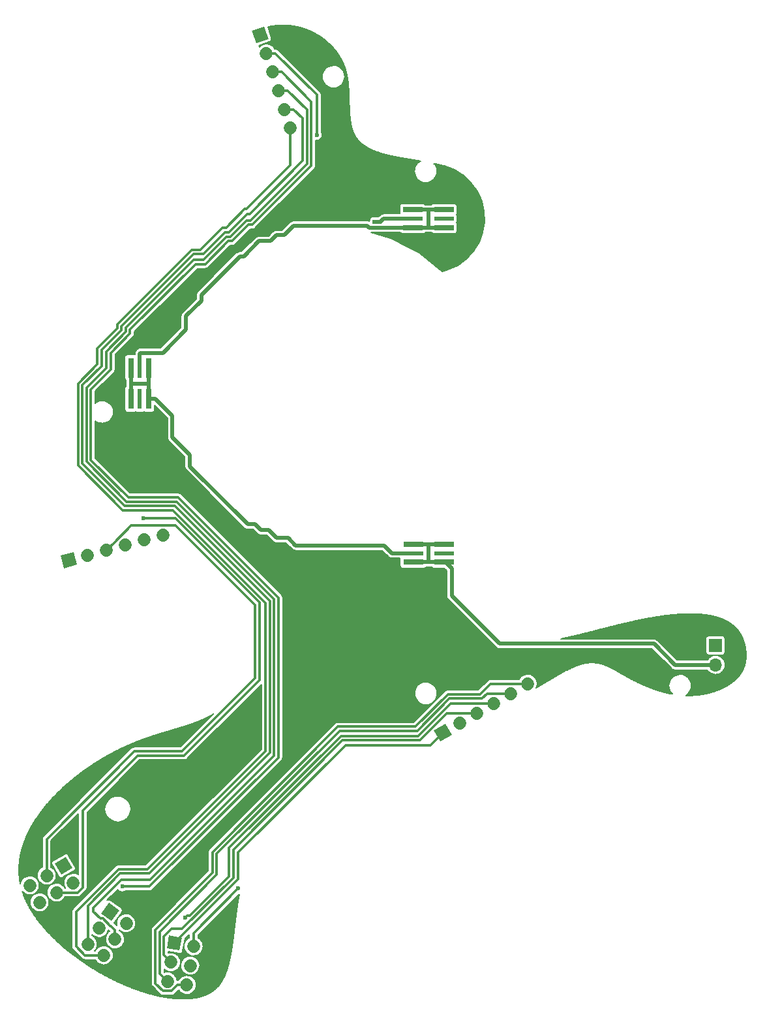
<source format=gbl>
G04 #@! TF.FileFunction,Copper,L2,Bot,Signal*
%FSLAX46Y46*%
G04 Gerber Fmt 4.6, Leading zero omitted, Abs format (unit mm)*
G04 Created by KiCad (PCBNEW 4.0.7) date Sun Jun 10 20:08:56 2018*
%MOMM*%
%LPD*%
G01*
G04 APERTURE LIST*
%ADD10C,0.100000*%
%ADD11R,2.650000X0.800000*%
%ADD12R,2.650000X0.600000*%
%ADD13R,0.800000X2.650000*%
%ADD14R,0.600000X2.650000*%
%ADD15R,1.700000X1.700000*%
%ADD16O,1.700000X1.700000*%
%ADD17C,1.700000*%
%ADD18C,0.600000*%
%ADD19C,0.500000*%
%ADD20C,0.350000*%
%ADD21C,0.200000*%
G04 APERTURE END LIST*
D10*
D11*
X154050000Y-105850000D03*
X154050000Y-108150000D03*
D12*
X150000000Y-107000000D03*
X154050000Y-107000000D03*
D11*
X150000000Y-108150000D03*
X150000000Y-105850000D03*
D13*
X115650000Y-87000000D03*
X113350000Y-87000000D03*
D14*
X114500000Y-82950000D03*
X114500000Y-87000000D03*
D13*
X113350000Y-82950000D03*
X115650000Y-82950000D03*
D11*
X154000000Y-62450000D03*
X154000000Y-64750000D03*
D12*
X149950000Y-63600000D03*
X154000000Y-63600000D03*
D11*
X149950000Y-64750000D03*
X149950000Y-62450000D03*
D15*
X189250000Y-118960000D03*
D16*
X189250000Y-121500000D03*
D10*
G36*
X118013900Y-158248420D02*
X118309102Y-156574246D01*
X119983276Y-156869448D01*
X119688074Y-158543622D01*
X118013900Y-158248420D01*
X118013900Y-158248420D01*
G37*
D17*
X121500000Y-158000000D02*
X121500000Y-158000000D01*
X118557522Y-160060346D02*
X118557522Y-160060346D01*
X121058933Y-160501412D02*
X121058933Y-160501412D01*
X118116455Y-162561757D02*
X118116455Y-162561757D01*
X120617867Y-163002824D02*
X120617867Y-163002824D01*
D10*
G36*
X103456197Y-147243125D02*
X104928441Y-146393125D01*
X105778441Y-147865369D01*
X104306197Y-148715369D01*
X103456197Y-147243125D01*
X103456197Y-147243125D01*
G37*
D17*
X105887319Y-149753952D02*
X105887319Y-149753952D01*
X102417614Y-148824247D02*
X102417614Y-148824247D01*
X103687614Y-151023952D02*
X103687614Y-151023952D01*
X100217910Y-150094247D02*
X100217910Y-150094247D01*
X101487910Y-152293952D02*
X101487910Y-152293952D01*
D10*
G36*
X109485535Y-153751855D02*
X110460615Y-152359297D01*
X111853173Y-153334377D01*
X110878093Y-154726935D01*
X109485535Y-153751855D01*
X109485535Y-153751855D01*
G37*
D17*
X112750000Y-155000000D02*
X112750000Y-155000000D01*
X109212470Y-155623762D02*
X109212470Y-155623762D01*
X111293116Y-157080646D02*
X111293116Y-157080646D01*
X107755586Y-157704408D02*
X107755586Y-157704408D01*
X109836232Y-159161293D02*
X109836232Y-159161293D01*
D10*
G36*
X155011713Y-130601122D02*
X153539469Y-131451122D01*
X152689469Y-129978878D01*
X154161713Y-129128878D01*
X155011713Y-130601122D01*
X155011713Y-130601122D01*
G37*
D17*
X156050296Y-129020000D02*
X156050296Y-129020000D01*
X158250000Y-127750000D02*
X158250000Y-127750000D01*
X160449705Y-126480000D02*
X160449705Y-126480000D01*
X162649409Y-125210000D02*
X162649409Y-125210000D01*
X164849114Y-123940000D02*
X164849114Y-123940000D01*
D10*
G36*
X106337581Y-108508441D02*
X104695507Y-108948433D01*
X104255515Y-107306359D01*
X105897589Y-106866367D01*
X106337581Y-108508441D01*
X106337581Y-108508441D01*
G37*
D17*
X107750000Y-107250000D02*
X107750000Y-107250000D01*
X110203451Y-106592599D02*
X110203451Y-106592599D01*
X112656903Y-105935199D02*
X112656903Y-105935199D01*
X115110354Y-105277799D02*
X115110354Y-105277799D01*
X117563806Y-104620398D02*
X117563806Y-104620398D01*
D10*
G36*
X129599557Y-40824011D02*
X129074229Y-39207215D01*
X130691025Y-38681887D01*
X131216353Y-40298683D01*
X129599557Y-40824011D01*
X129599557Y-40824011D01*
G37*
D17*
X130930194Y-42168633D02*
X130930194Y-42168633D01*
X131715097Y-44584316D02*
X131715097Y-44584316D01*
X132500000Y-47000000D02*
X132500000Y-47000000D01*
X133284904Y-49415683D02*
X133284904Y-49415683D01*
X134069807Y-51831367D02*
X134069807Y-51831367D01*
D18*
X145000000Y-63999990D03*
X145750000Y-64000000D03*
X127300000Y-150500000D03*
X120400000Y-154300000D03*
X169100000Y-122000000D03*
X156600000Y-124000000D03*
X148800000Y-128100000D03*
X114700000Y-162700000D03*
X124100000Y-162200000D03*
X125000000Y-157600000D03*
X111600000Y-160800000D03*
X113800000Y-157600000D03*
X122700000Y-144600000D03*
X129000000Y-138300000D03*
X140400000Y-127400000D03*
X133900000Y-132500000D03*
X143500000Y-117750000D03*
X135250000Y-125750000D03*
X134750000Y-120000000D03*
X124750000Y-102500000D03*
X121250000Y-98750000D03*
X117250000Y-96000000D03*
X154500000Y-69000000D03*
X156500000Y-60250000D03*
X149250000Y-60000000D03*
X105000000Y-144500000D03*
X109250000Y-144000000D03*
X119500000Y-130750000D03*
X102000000Y-142000000D03*
X108500000Y-135500000D03*
X125250000Y-68750000D03*
X134500000Y-62000000D03*
X131000000Y-64750000D03*
X127500000Y-67000000D03*
X123250000Y-70750000D03*
X121000000Y-72750000D03*
X110000000Y-94000000D03*
X113750000Y-98000000D03*
X136750000Y-41250000D03*
X140500000Y-48750000D03*
X118500000Y-77500000D03*
X116250000Y-79750000D03*
X181500000Y-116750000D03*
X184500000Y-120000000D03*
X118250000Y-150000000D03*
X119250000Y-134000000D03*
X116500000Y-134000000D03*
X103750000Y-155000000D03*
X116750000Y-144000000D03*
X115500000Y-137500000D03*
X144750000Y-56500000D03*
X137500000Y-61500000D03*
X115000000Y-92000000D03*
X128750000Y-106000000D03*
X180750000Y-121750000D03*
X161500000Y-121000000D03*
X153500000Y-118000000D03*
X136000000Y-109750000D03*
X139250000Y-124750000D03*
X129750000Y-132000000D03*
X121750000Y-139750000D03*
X115000000Y-102500000D03*
X137500000Y-52750000D03*
X112250000Y-150250000D03*
D19*
X154050000Y-108150000D02*
X154150000Y-108150000D01*
X154150000Y-108150000D02*
X155000000Y-109000000D01*
X184000000Y-121500000D02*
X189250000Y-121500000D01*
X155000000Y-109000000D02*
X155000000Y-112500000D01*
X155000000Y-112500000D02*
X161250000Y-118750000D01*
X161250000Y-118750000D02*
X181250000Y-118750000D01*
X181250000Y-118750000D02*
X184000000Y-121500000D01*
X152000000Y-105850000D02*
X154050000Y-105850000D01*
X150000000Y-108150000D02*
X152000000Y-108150000D01*
X150000000Y-105850000D02*
X152000000Y-105850000D01*
X152000000Y-105850000D02*
X152000000Y-108150000D01*
X152000000Y-108150000D02*
X154050000Y-108150000D01*
X146250000Y-106000000D02*
X147250000Y-107000000D01*
X147250000Y-107000000D02*
X150000000Y-107000000D01*
X134750000Y-106000000D02*
X146250000Y-106000000D01*
X133750000Y-105000000D02*
X134750000Y-106000000D01*
X132250000Y-105000000D02*
X133750000Y-105000000D01*
X131250000Y-104000000D02*
X132250000Y-105000000D01*
X130250000Y-104000000D02*
X131250000Y-104000000D01*
X129500000Y-103250000D02*
X130250000Y-104000000D01*
X128500000Y-103250000D02*
X129500000Y-103250000D01*
X121000000Y-95750000D02*
X128500000Y-103250000D01*
X121000000Y-94250000D02*
X121000000Y-95750000D01*
X118750000Y-92000000D02*
X121000000Y-94250000D01*
X118750000Y-89200000D02*
X118750000Y-92000000D01*
X115650000Y-87000000D02*
X116550000Y-87000000D01*
X116550000Y-87000000D02*
X118750000Y-89200000D01*
X113350000Y-85000000D02*
X113350000Y-87000000D01*
X113350000Y-82950000D02*
X113350000Y-85000000D01*
X115650000Y-87000000D02*
X115650000Y-85000000D01*
X115650000Y-85000000D02*
X115650000Y-82950000D01*
X113350000Y-85000000D02*
X115650000Y-85000000D01*
X152000000Y-62450000D02*
X154000000Y-62450000D01*
X149950000Y-62450000D02*
X152000000Y-62450000D01*
X149950000Y-64750000D02*
X152000000Y-64750000D01*
X152000000Y-64750000D02*
X154000000Y-64750000D01*
X152000000Y-62450000D02*
X152000000Y-64750000D01*
X149950000Y-64750000D02*
X144250000Y-64750000D01*
X120500000Y-78000000D02*
X117500000Y-81000000D01*
X144000000Y-64500000D02*
X134500000Y-64500000D01*
X134500000Y-64500000D02*
X133250000Y-65750000D01*
X117500000Y-81000000D02*
X114625000Y-81000000D01*
X144250000Y-64750000D02*
X144000000Y-64500000D01*
X133250000Y-65750000D02*
X132250000Y-65750000D01*
X132250000Y-65750000D02*
X131500000Y-66500000D01*
X131500000Y-66500000D02*
X130000000Y-66500000D01*
X130000000Y-66500000D02*
X128000000Y-68500000D01*
X128000000Y-68500000D02*
X127500000Y-68500000D01*
X127500000Y-68500000D02*
X122500000Y-73500000D01*
X122500000Y-73500000D02*
X122500000Y-74250000D01*
X122500000Y-74250000D02*
X120500000Y-76250000D01*
X120500000Y-76250000D02*
X120500000Y-78000000D01*
X114625000Y-81000000D02*
X114500000Y-81125000D01*
X114500000Y-81125000D02*
X114500000Y-82950000D01*
X145750000Y-64000000D02*
X145000010Y-64000000D01*
X145000010Y-64000000D02*
X145000000Y-63999990D01*
X145750000Y-64000000D02*
X146150000Y-63600000D01*
X146150000Y-63600000D02*
X149950000Y-63600000D01*
D20*
X153850591Y-130290000D02*
X152240591Y-131900000D01*
X141200000Y-131900000D02*
X127300000Y-145800000D01*
X152240591Y-131900000D02*
X141200000Y-131900000D01*
X127300000Y-145800000D02*
X127300000Y-149257522D01*
X127300000Y-149257522D02*
X118998588Y-157558934D01*
X121500000Y-156300000D02*
X127300000Y-150500000D01*
X121500000Y-158000000D02*
X121500000Y-156300000D01*
X150887990Y-131250011D02*
X154388000Y-127750000D01*
X154388000Y-127750000D02*
X158250000Y-127750000D01*
X126650011Y-145449989D02*
X140849989Y-131250011D01*
X126650011Y-149127822D02*
X126650011Y-145449989D01*
X120024831Y-155753002D02*
X126650011Y-149127822D01*
X117638890Y-156714112D02*
X118600000Y-155753002D01*
X118600000Y-155753002D02*
X120024831Y-155753002D01*
X117638890Y-159141714D02*
X117638890Y-156714112D01*
X140849989Y-131250011D02*
X150887990Y-131250011D01*
X118557522Y-160060346D02*
X117638890Y-159141714D01*
X120999999Y-154000001D02*
X126100000Y-148900000D01*
X126100000Y-148900000D02*
X126100000Y-145222167D01*
X120400000Y-154300000D02*
X120699999Y-154000001D01*
X120699999Y-154000001D02*
X120999999Y-154000001D01*
X140622167Y-130700000D02*
X150660168Y-130700000D01*
X126100000Y-145222167D02*
X140622167Y-130700000D01*
X150660168Y-130700000D02*
X154880168Y-126480000D01*
X154880168Y-126480000D02*
X160449705Y-126480000D01*
X159567833Y-125210000D02*
X162649409Y-125210000D01*
X154727821Y-125850011D02*
X158927822Y-125850011D01*
X118116455Y-162561757D02*
X117088879Y-161534181D01*
X150527844Y-130049989D02*
X154727821Y-125850011D01*
X140450011Y-130049989D02*
X150527844Y-130049989D01*
X117088879Y-161534181D02*
X117088879Y-156111121D01*
X124500000Y-146000000D02*
X140450011Y-130049989D01*
X124500000Y-148700000D02*
X124500000Y-146000000D01*
X117088879Y-156111121D02*
X124500000Y-148700000D01*
X158927822Y-125850011D02*
X159567833Y-125210000D01*
X140222189Y-129499978D02*
X123949989Y-145772178D01*
X150300022Y-129499978D02*
X140222189Y-129499978D01*
X123949989Y-145772178D02*
X123949989Y-148450011D01*
X123949989Y-148450011D02*
X116538868Y-155861132D01*
X154500000Y-125300000D02*
X150300022Y-129499978D01*
X158700000Y-125300000D02*
X154500000Y-125300000D01*
X164849114Y-123940000D02*
X160060000Y-123940000D01*
X160060000Y-123940000D02*
X158700000Y-125300000D01*
X116538868Y-155861132D02*
X116538868Y-162797172D01*
X116538868Y-162797172D02*
X117528454Y-163786758D01*
X117528454Y-163786758D02*
X118631852Y-163786758D01*
X118631852Y-163786758D02*
X119415786Y-163002824D01*
X119415786Y-163002824D02*
X120617867Y-163002824D01*
X161500000Y-121000000D02*
X168100000Y-121000000D01*
X168100000Y-121000000D02*
X169100000Y-122000000D01*
X125000000Y-157600000D02*
X124100000Y-158500000D01*
X124100000Y-158500000D02*
X124100000Y-162200000D01*
X113700000Y-158700000D02*
X111600000Y-160800000D01*
X113700000Y-157700000D02*
X113700000Y-158700000D01*
X113800000Y-157600000D02*
X113700000Y-157700000D01*
X118250000Y-150000000D02*
X118800000Y-149450000D01*
X118800000Y-149450000D02*
X118800000Y-148500000D01*
X118800000Y-148500000D02*
X122700000Y-144600000D01*
X122700000Y-144500000D02*
X122700000Y-144600000D01*
X128900000Y-138300000D02*
X122700000Y-144500000D01*
X129000000Y-138300000D02*
X128900000Y-138300000D01*
X139250000Y-124850000D02*
X140400000Y-126000000D01*
X140400000Y-126000000D02*
X140400000Y-127400000D01*
X139250000Y-124750000D02*
X139250000Y-124850000D01*
X134750000Y-120000000D02*
X135250000Y-120500000D01*
X135250000Y-120500000D02*
X135250000Y-125750000D01*
X117250000Y-96000000D02*
X120000000Y-98750000D01*
X120000000Y-98750000D02*
X121250000Y-98750000D01*
X157500000Y-61674264D02*
X157500000Y-66000000D01*
X157500000Y-66000000D02*
X154500000Y-69000000D01*
X156500000Y-60250000D02*
X156500000Y-60674264D01*
X156500000Y-60674264D02*
X157500000Y-61674264D01*
X144750000Y-56500000D02*
X145750000Y-56500000D01*
X145750000Y-56500000D02*
X149250000Y-60000000D01*
X115500000Y-141750000D02*
X113250000Y-144000000D01*
X113250000Y-144000000D02*
X109250000Y-144000000D01*
X115500000Y-137500000D02*
X115500000Y-141750000D01*
X108500000Y-135500000D02*
X102000000Y-142000000D01*
X123250000Y-70750000D02*
X125250000Y-68750000D01*
X128049999Y-66700001D02*
X130000000Y-64750000D01*
X130000000Y-64750000D02*
X131000000Y-64750000D01*
X127500000Y-67000000D02*
X127799999Y-66700001D01*
X127799999Y-66700001D02*
X128049999Y-66700001D01*
X121000000Y-72750000D02*
X121250000Y-72750000D01*
X121250000Y-72750000D02*
X123250000Y-70750000D01*
X118500000Y-77500000D02*
X118500000Y-75250000D01*
X118500000Y-75250000D02*
X121000000Y-72750000D01*
X115000000Y-92000000D02*
X115000000Y-96750000D01*
X115000000Y-96750000D02*
X113750000Y-98000000D01*
X136750000Y-45000000D02*
X136750000Y-41250000D01*
X140500000Y-48750000D02*
X136750000Y-45000000D01*
X140500000Y-53250000D02*
X140500000Y-48750000D01*
X143750000Y-56500000D02*
X140500000Y-53250000D01*
X144750000Y-56500000D02*
X143750000Y-56500000D01*
X116250000Y-79750000D02*
X118500000Y-77500000D01*
X184500000Y-120000000D02*
X181500000Y-117000000D01*
X181500000Y-117000000D02*
X181500000Y-116750000D01*
X115500000Y-137500000D02*
X115500000Y-135000000D01*
X115500000Y-135000000D02*
X116500000Y-134000000D01*
X121750000Y-139750000D02*
X121000000Y-139750000D01*
X121000000Y-139750000D02*
X116750000Y-144000000D01*
X121750000Y-139750000D02*
X117750000Y-139750000D01*
X117750000Y-139750000D02*
X115500000Y-137500000D01*
X137500000Y-61500000D02*
X139750000Y-61500000D01*
X139750000Y-61500000D02*
X144750000Y-56500000D01*
X136000000Y-109750000D02*
X132500000Y-109750000D01*
X132500000Y-109750000D02*
X128750000Y-106000000D01*
X153500000Y-118000000D02*
X156500000Y-121000000D01*
X156500000Y-121000000D02*
X161500000Y-121000000D01*
X139250000Y-124750000D02*
X136000000Y-121500000D01*
X136000000Y-121500000D02*
X136000000Y-109750000D01*
X121750000Y-139750000D02*
X129500000Y-132000000D01*
X129500000Y-132000000D02*
X129750000Y-132000000D01*
X111053450Y-105742600D02*
X110203451Y-106592599D01*
X120022179Y-132699989D02*
X129500000Y-123222168D01*
X113400653Y-103395397D02*
X111053450Y-105742600D01*
X113800011Y-132699989D02*
X120022179Y-132699989D01*
X102417614Y-144082386D02*
X113800011Y-132699989D01*
X102417614Y-148824247D02*
X102417614Y-144082386D01*
X129500000Y-113750000D02*
X119145397Y-103395397D01*
X129500000Y-123222168D02*
X129500000Y-113750000D01*
X119145397Y-103395397D02*
X113400653Y-103395397D01*
X107112320Y-150341953D02*
X106430321Y-151023952D01*
X120250000Y-133250000D02*
X114250000Y-133250000D01*
X115000000Y-102500000D02*
X119138672Y-102500000D01*
X119138672Y-102500000D02*
X130050011Y-113411339D01*
X130050011Y-113411339D02*
X130050011Y-123449989D01*
X130050011Y-123449989D02*
X120250000Y-133250000D01*
X114250000Y-133250000D02*
X107112320Y-140387680D01*
X107112320Y-140387680D02*
X107112320Y-150341953D01*
X106430321Y-151023952D02*
X104889695Y-151023952D01*
X104889695Y-151023952D02*
X103687614Y-151023952D01*
X130930194Y-42168633D02*
X132132275Y-42168633D01*
X137500000Y-52325736D02*
X137500000Y-52750000D01*
X132132275Y-42168633D02*
X137500000Y-47536358D01*
X137500000Y-47536358D02*
X137500000Y-52325736D01*
X128600002Y-64399998D02*
X126500000Y-66500000D01*
X126000000Y-66500000D02*
X126500000Y-66500000D01*
X123000000Y-69500000D02*
X126000000Y-66500000D01*
X123000000Y-69500000D02*
X121750000Y-69500000D01*
X136750000Y-48417138D02*
X136750000Y-56750000D01*
X132917178Y-44584316D02*
X136750000Y-48417138D01*
X131715097Y-44584316D02*
X132917178Y-44584316D01*
X113250000Y-78000000D02*
X113250000Y-78500000D01*
X129100002Y-64399998D02*
X128600002Y-64399998D01*
X136750000Y-56750000D02*
X129100002Y-64399998D01*
X121750000Y-69500000D02*
X113250000Y-78000000D01*
X113250000Y-78500000D02*
X110750000Y-81000000D01*
X110750000Y-83149996D02*
X108150033Y-85749963D01*
X110750000Y-81000000D02*
X110750000Y-83149996D01*
X119500000Y-99750000D02*
X132500000Y-112750000D01*
X113000000Y-99750000D02*
X119500000Y-99750000D01*
X108150033Y-94900033D02*
X113000000Y-99750000D01*
X132500000Y-112750000D02*
X132500000Y-133500000D01*
X108150033Y-85749963D02*
X108150033Y-94900033D01*
X132500000Y-133500000D02*
X115750000Y-150250000D01*
X115750000Y-150250000D02*
X112674264Y-150250000D01*
X112674264Y-150250000D02*
X112250000Y-150250000D01*
X131949989Y-112977821D02*
X119272179Y-100300011D01*
X110122164Y-83000000D02*
X110122164Y-80850004D01*
X133702081Y-47000000D02*
X132500000Y-47000000D01*
X136199989Y-56522179D02*
X136199989Y-49497908D01*
X128372180Y-63849987D02*
X128872181Y-63849987D01*
X125772178Y-65949990D02*
X126272177Y-65949990D01*
X112699989Y-77772178D02*
X121522178Y-68949989D01*
X112699989Y-78272179D02*
X112699989Y-77772178D01*
X131949989Y-133272179D02*
X131949989Y-112977821D01*
X110122164Y-80850004D02*
X112699989Y-78272179D01*
X119272179Y-100300011D02*
X112772178Y-100300011D01*
X112122145Y-149350022D02*
X115872146Y-149350022D01*
X107600022Y-85522141D02*
X110122164Y-83000000D01*
X108500000Y-152972167D02*
X112122145Y-149350022D01*
X108500000Y-153500000D02*
X108500000Y-152972167D01*
X109398761Y-154398761D02*
X108500000Y-153500000D01*
X109734287Y-154398761D02*
X109398761Y-154398761D01*
X110670975Y-155335449D02*
X109734287Y-154398761D01*
X128872181Y-63849987D02*
X136199989Y-56522179D01*
X121522178Y-68949989D02*
X122772179Y-68949989D01*
X110750000Y-155335449D02*
X110670975Y-155335449D01*
X111293116Y-157080646D02*
X111293116Y-155878565D01*
X136199989Y-49497908D02*
X133702081Y-47000000D01*
X107600022Y-95127855D02*
X107600022Y-85522141D01*
X112772178Y-100300011D02*
X107600022Y-95127855D01*
X115872146Y-149350022D02*
X131949989Y-133272179D01*
X126272177Y-65949990D02*
X128372180Y-63849987D01*
X122772179Y-68949989D02*
X125772178Y-65949990D01*
X111293116Y-155878565D02*
X110750000Y-155335449D01*
X128750000Y-63000000D02*
X135649978Y-56100022D01*
X134486985Y-49415683D02*
X133284904Y-49415683D01*
X135649978Y-50578676D02*
X134486985Y-49415683D01*
X126044355Y-65399979D02*
X128444335Y-63000000D01*
X112149978Y-77544356D02*
X121494345Y-68199989D01*
X119044359Y-100850022D02*
X112544356Y-100850022D01*
X125544356Y-65399979D02*
X126044355Y-65399979D01*
X121494345Y-68199989D02*
X122744347Y-68199989D01*
X109550010Y-80644326D02*
X112149978Y-78044359D01*
X107050011Y-95355677D02*
X107050011Y-85227821D01*
X112544356Y-100850022D02*
X107050011Y-95355677D01*
X128444335Y-63000000D02*
X128750000Y-63000000D01*
X131399978Y-132877855D02*
X131399978Y-113205641D01*
X131399978Y-113205641D02*
X119044359Y-100850022D01*
X107755586Y-157704408D02*
X107755586Y-152772247D01*
X122744347Y-68199989D02*
X125544356Y-65399979D01*
X111977822Y-148550011D02*
X115727822Y-148550011D01*
X112149978Y-78044359D02*
X112149978Y-77544356D01*
X107755586Y-152772247D02*
X111977822Y-148550011D01*
X109550010Y-82727823D02*
X109550010Y-80644326D01*
X135649978Y-56100022D02*
X135649978Y-50578676D01*
X115727822Y-148550011D02*
X131399978Y-132877855D01*
X107050011Y-85227821D02*
X109550010Y-82727823D01*
X128145989Y-62354011D02*
X128395989Y-62354011D01*
X118816537Y-101400033D02*
X112316534Y-101400033D01*
X128395989Y-62354011D02*
X134069807Y-56680193D01*
X134069807Y-53033448D02*
X134069807Y-51831367D01*
X109836232Y-159161293D02*
X107399469Y-159161293D01*
X106500000Y-95583499D02*
X106500000Y-84999999D01*
X108999999Y-80416505D02*
X111599967Y-77816537D01*
X134069807Y-56680193D02*
X134069807Y-53033448D01*
X111750000Y-148000000D02*
X115500000Y-148000000D01*
X107399469Y-159161293D02*
X106250000Y-158011824D01*
X106250000Y-158011824D02*
X106250000Y-153500000D01*
X106250000Y-153500000D02*
X111750000Y-148000000D01*
X111599967Y-77816537D02*
X111599967Y-77316534D01*
X115500000Y-148000000D02*
X130849967Y-132650033D01*
X130849967Y-132650033D02*
X130849967Y-113433463D01*
X130849967Y-113433463D02*
X118816537Y-101400033D01*
X112316534Y-101400033D02*
X106500000Y-95583499D01*
X106500000Y-84999999D02*
X108999999Y-82500001D01*
X108999999Y-82500001D02*
X108999999Y-80416505D01*
X111599967Y-77316534D02*
X121266523Y-67649978D01*
X121266523Y-67649978D02*
X122350022Y-67649978D01*
X122350022Y-67649978D02*
X125250000Y-64750000D01*
X125250000Y-64750000D02*
X125750000Y-64750000D01*
X125750000Y-64750000D02*
X128145989Y-62354011D01*
D21*
G36*
X133092859Y-38506092D02*
X133146906Y-38506465D01*
X133200907Y-38507174D01*
X133254992Y-38508220D01*
X133308963Y-38509599D01*
X133362802Y-38511309D01*
X133416685Y-38513353D01*
X133470504Y-38515727D01*
X133524112Y-38518425D01*
X133577729Y-38521453D01*
X133631509Y-38524824D01*
X133684932Y-38528502D01*
X133738475Y-38532519D01*
X133791832Y-38536850D01*
X133845135Y-38541507D01*
X133898422Y-38546490D01*
X133951702Y-38551802D01*
X134004740Y-38557417D01*
X134057793Y-38563359D01*
X134110892Y-38569636D01*
X134163793Y-38576215D01*
X134216612Y-38583110D01*
X134269357Y-38590320D01*
X134321954Y-38597836D01*
X134374682Y-38605695D01*
X134427265Y-38613859D01*
X134479611Y-38622310D01*
X134531905Y-38631075D01*
X134584207Y-38640166D01*
X134636365Y-38649555D01*
X134688522Y-38659268D01*
X134740552Y-38669282D01*
X134792463Y-38679595D01*
X134844383Y-38690235D01*
X134895978Y-38701128D01*
X134947492Y-38712327D01*
X134999162Y-38723883D01*
X135050557Y-38735700D01*
X135102034Y-38747858D01*
X135153134Y-38760248D01*
X135204245Y-38772964D01*
X135255384Y-38786009D01*
X135306199Y-38799293D01*
X135357043Y-38812906D01*
X135407800Y-38826819D01*
X135458338Y-38840994D01*
X135508987Y-38855522D01*
X135559190Y-38870244D01*
X135609508Y-38885323D01*
X135659756Y-38900704D01*
X135709696Y-38916312D01*
X135759692Y-38932261D01*
X135809542Y-38948487D01*
X135859120Y-38964947D01*
X135908795Y-38981764D01*
X135958223Y-38998820D01*
X136007396Y-39016112D01*
X136056685Y-39033769D01*
X136105798Y-39051688D01*
X136154541Y-39069796D01*
X136203455Y-39088291D01*
X136252062Y-39106996D01*
X136300698Y-39126040D01*
X136348974Y-39145267D01*
X136397451Y-39164903D01*
X136445343Y-39184628D01*
X136493601Y-39204832D01*
X136541375Y-39225163D01*
X136589065Y-39245784D01*
X136636549Y-39266647D01*
X136684005Y-39287826D01*
X136731285Y-39309256D01*
X136778520Y-39330998D01*
X136825402Y-39352908D01*
X136872326Y-39375171D01*
X136919092Y-39397693D01*
X136965563Y-39420405D01*
X137011884Y-39443379D01*
X137058049Y-39466608D01*
X137104074Y-39490103D01*
X137150173Y-39513973D01*
X137195748Y-39537908D01*
X137241429Y-39562238D01*
X137286896Y-39586794D01*
X137332140Y-39611569D01*
X137377212Y-39636590D01*
X137422152Y-39661880D01*
X137466960Y-39687438D01*
X137511433Y-39713149D01*
X137555896Y-39739199D01*
X137600224Y-39765518D01*
X137644238Y-39791996D01*
X137688162Y-39818769D01*
X137731862Y-39845753D01*
X137775461Y-39873027D01*
X137818779Y-39900475D01*
X137861994Y-39928213D01*
X137904951Y-39956139D01*
X137947786Y-39984341D01*
X137990500Y-40012821D01*
X138032868Y-40041429D01*
X138075109Y-40070310D01*
X138117165Y-40099425D01*
X138159102Y-40128823D01*
X138200757Y-40158386D01*
X138242328Y-40188256D01*
X138283539Y-40218234D01*
X138324697Y-40248544D01*
X138365637Y-40279065D01*
X138406243Y-40309706D01*
X138446835Y-40340715D01*
X138487097Y-40371846D01*
X138527225Y-40403251D01*
X138567120Y-40434855D01*
X138606833Y-40466697D01*
X138646261Y-40498694D01*
X138685512Y-40530931D01*
X138724671Y-40563483D01*
X138763453Y-40596110D01*
X138802159Y-40629065D01*
X138840545Y-40662145D01*
X138878796Y-40695505D01*
X138916723Y-40728979D01*
X138954601Y-40762813D01*
X138992073Y-40796688D01*
X139029363Y-40830803D01*
X139066628Y-40865307D01*
X139103440Y-40899803D01*
X139140099Y-40934568D01*
X139176504Y-40969511D01*
X139212845Y-41004812D01*
X139248808Y-41040170D01*
X139284485Y-41075670D01*
X139319978Y-41111415D01*
X139355324Y-41147446D01*
X139390354Y-41183588D01*
X139425128Y-41219904D01*
X139459720Y-41256468D01*
X139494006Y-41293155D01*
X139528204Y-41330196D01*
X139561965Y-41367215D01*
X139595621Y-41404574D01*
X139628991Y-41442072D01*
X139662132Y-41479778D01*
X139695043Y-41517690D01*
X139727627Y-41555692D01*
X139760071Y-41594008D01*
X139792093Y-41632300D01*
X139823993Y-41670930D01*
X139855552Y-41709633D01*
X139887007Y-41748700D01*
X139918113Y-41787829D01*
X139948964Y-41827139D01*
X139979541Y-41866603D01*
X140009927Y-41906333D01*
X140039973Y-41946131D01*
X140069803Y-41986165D01*
X140099347Y-42026340D01*
X140128603Y-42066653D01*
X140157614Y-42107164D01*
X140186401Y-42147903D01*
X140214875Y-42188751D01*
X140243025Y-42229682D01*
X140271013Y-42270940D01*
X140298645Y-42312238D01*
X140326090Y-42353830D01*
X140353183Y-42395467D01*
X140380026Y-42437306D01*
X140406574Y-42479276D01*
X140432851Y-42521417D01*
X140458822Y-42563674D01*
X140484591Y-42606218D01*
X140510035Y-42648849D01*
X140535112Y-42691495D01*
X140560052Y-42734545D01*
X140584577Y-42777527D01*
X140608901Y-42820810D01*
X140632828Y-42864051D01*
X140656622Y-42907728D01*
X140680017Y-42951356D01*
X140703127Y-42995146D01*
X140725977Y-43039145D01*
X140748516Y-43083262D01*
X140770710Y-43127423D01*
X140792674Y-43171865D01*
X140814304Y-43216381D01*
X140835669Y-43261108D01*
X140856633Y-43305766D01*
X140877412Y-43350815D01*
X140897867Y-43395956D01*
X140917975Y-43441145D01*
X140937756Y-43486424D01*
X140957304Y-43532011D01*
X140976488Y-43577604D01*
X140995375Y-43623359D01*
X141013926Y-43669186D01*
X141032228Y-43715305D01*
X141050149Y-43761381D01*
X141067801Y-43807708D01*
X141085158Y-43854224D01*
X141102092Y-43900582D01*
X141118796Y-43947307D01*
X141135173Y-43994145D01*
X141151177Y-44040955D01*
X141166917Y-44088061D01*
X141182252Y-44135044D01*
X141197347Y-44182411D01*
X141212188Y-44230137D01*
X141221895Y-44262010D01*
X141231446Y-44293906D01*
X141240964Y-44326240D01*
X141250270Y-44358397D01*
X141259524Y-44390934D01*
X141268514Y-44423086D01*
X141277471Y-44455685D01*
X141286292Y-44488351D01*
X141294965Y-44521037D01*
X141303476Y-44553687D01*
X141311862Y-44586427D01*
X141320135Y-44619312D01*
X141328282Y-44652275D01*
X141336310Y-44685351D01*
X141344193Y-44718420D01*
X141351889Y-44751297D01*
X141359537Y-44784568D01*
X141367039Y-44817812D01*
X141374381Y-44850956D01*
X141381632Y-44884296D01*
X141388837Y-44918050D01*
X141395806Y-44951326D01*
X141402739Y-44985056D01*
X141409495Y-45018556D01*
X141416143Y-45052153D01*
X141422715Y-45086013D01*
X141429122Y-45119668D01*
X141435448Y-45153549D01*
X141441664Y-45187500D01*
X141447780Y-45221575D01*
X141453732Y-45255393D01*
X141459591Y-45289350D01*
X141465423Y-45323839D01*
X141471002Y-45357503D01*
X141476617Y-45392081D01*
X141482066Y-45426330D01*
X141487421Y-45460690D01*
X141492644Y-45494902D01*
X141497785Y-45529281D01*
X141502846Y-45563838D01*
X141507777Y-45598228D01*
X141512659Y-45633011D01*
X141517361Y-45667237D01*
X141522066Y-45702226D01*
X141526599Y-45736677D01*
X141531103Y-45771662D01*
X141535438Y-45806068D01*
X141539744Y-45841015D01*
X141543947Y-45875889D01*
X141548052Y-45910722D01*
X141552087Y-45945739D01*
X141556029Y-45980731D01*
X141559842Y-46015360D01*
X141563678Y-46051017D01*
X141567307Y-46085532D01*
X141570963Y-46121118D01*
X141574453Y-46155888D01*
X141577915Y-46191195D01*
X141581297Y-46226528D01*
X141584565Y-46261484D01*
X141587781Y-46296712D01*
X141590897Y-46331675D01*
X141594013Y-46367501D01*
X141597008Y-46402786D01*
X141599941Y-46438196D01*
X141602775Y-46473266D01*
X141605613Y-46509265D01*
X141608314Y-46544391D01*
X141610945Y-46579469D01*
X141613601Y-46615776D01*
X141616130Y-46651259D01*
X141618547Y-46686005D01*
X141620986Y-46721983D01*
X141623348Y-46757721D01*
X141625634Y-46793210D01*
X141627844Y-46828401D01*
X141630021Y-46863977D01*
X141632147Y-46899610D01*
X141634228Y-46935407D01*
X141636270Y-46971451D01*
X141638210Y-47006618D01*
X141638211Y-47006632D01*
X141640160Y-47042846D01*
X141642002Y-47077985D01*
X141642004Y-47078033D01*
X141643859Y-47114333D01*
X141645627Y-47149839D01*
X141647353Y-47185382D01*
X141649037Y-47220973D01*
X141650687Y-47256715D01*
X141652296Y-47292485D01*
X141653866Y-47328247D01*
X141655396Y-47364003D01*
X141655397Y-47364020D01*
X141656909Y-47400233D01*
X141658351Y-47435569D01*
X141658351Y-47435581D01*
X141659792Y-47471781D01*
X141661166Y-47507108D01*
X141661167Y-47507149D01*
X141662527Y-47542943D01*
X141663856Y-47578720D01*
X141665168Y-47614859D01*
X141666428Y-47650300D01*
X141667673Y-47686085D01*
X141667673Y-47686086D01*
X141668893Y-47721867D01*
X141670089Y-47757653D01*
X141671262Y-47793418D01*
X141672412Y-47829167D01*
X141672413Y-47829200D01*
X141673552Y-47865199D01*
X141674656Y-47900707D01*
X141675756Y-47936660D01*
X141675757Y-47936668D01*
X141676828Y-47972174D01*
X141676829Y-47972206D01*
X141677892Y-48007931D01*
X141678941Y-48043667D01*
X141679978Y-48079377D01*
X141681001Y-48114988D01*
X141681003Y-48115084D01*
X141682019Y-48150762D01*
X141683025Y-48186412D01*
X141683026Y-48186450D01*
X141684023Y-48221995D01*
X141684026Y-48222119D01*
X141685019Y-48257729D01*
X141685020Y-48257759D01*
X141686008Y-48293366D01*
X141686009Y-48293405D01*
X141686996Y-48329044D01*
X141686997Y-48329052D01*
X141687980Y-48364624D01*
X141688962Y-48400163D01*
X141688963Y-48400207D01*
X141689946Y-48435746D01*
X141689947Y-48435783D01*
X141690932Y-48471286D01*
X141690933Y-48471324D01*
X141691920Y-48506789D01*
X141691922Y-48506865D01*
X141692914Y-48542294D01*
X141692916Y-48542371D01*
X141693913Y-48577761D01*
X141693914Y-48577769D01*
X141693916Y-48577864D01*
X141694920Y-48613216D01*
X141694921Y-48613227D01*
X141694924Y-48613345D01*
X141695937Y-48648657D01*
X141695940Y-48648773D01*
X141696961Y-48684046D01*
X141696963Y-48684061D01*
X141696966Y-48684201D01*
X141697998Y-48719432D01*
X141697999Y-48719440D01*
X141698003Y-48719614D01*
X141699048Y-48754803D01*
X141699050Y-48754820D01*
X141699054Y-48754985D01*
X141700112Y-48790131D01*
X141700114Y-48790144D01*
X141700118Y-48790327D01*
X141701190Y-48825430D01*
X141701192Y-48825443D01*
X141701197Y-48825666D01*
X141702286Y-48860724D01*
X141702288Y-48860736D01*
X141702293Y-48860959D01*
X141703399Y-48895973D01*
X141703401Y-48895989D01*
X141703407Y-48896224D01*
X141704531Y-48931191D01*
X141704534Y-48931216D01*
X141704541Y-48931479D01*
X141705686Y-48966402D01*
X141705688Y-48966418D01*
X141705695Y-48966680D01*
X141706860Y-49001552D01*
X141706863Y-49001571D01*
X141706871Y-49001883D01*
X141708060Y-49036708D01*
X141708063Y-49036728D01*
X141708071Y-49037028D01*
X141709283Y-49071804D01*
X141709286Y-49071830D01*
X141709296Y-49072162D01*
X141710534Y-49106889D01*
X141710537Y-49106912D01*
X141710547Y-49107249D01*
X141711811Y-49141925D01*
X141711814Y-49141947D01*
X141711825Y-49142313D01*
X141713117Y-49176938D01*
X141713121Y-49176967D01*
X141713133Y-49177353D01*
X141714455Y-49211925D01*
X141714458Y-49211950D01*
X141714471Y-49212341D01*
X141715823Y-49246861D01*
X141715826Y-49246883D01*
X141715840Y-49247305D01*
X141717224Y-49281772D01*
X141717228Y-49281804D01*
X141717243Y-49282230D01*
X141718660Y-49316642D01*
X141718664Y-49316674D01*
X141718680Y-49317116D01*
X141720131Y-49351473D01*
X141720135Y-49351500D01*
X141720152Y-49351974D01*
X141721639Y-49386274D01*
X141721644Y-49386313D01*
X141721663Y-49386805D01*
X141723188Y-49421048D01*
X141723193Y-49421081D01*
X141723212Y-49421580D01*
X141724775Y-49455766D01*
X141724779Y-49455796D01*
X141724800Y-49456314D01*
X141726402Y-49490441D01*
X141726407Y-49490476D01*
X141726430Y-49491030D01*
X141728074Y-49525099D01*
X141728079Y-49525136D01*
X141728103Y-49525690D01*
X141729789Y-49559698D01*
X141729794Y-49559733D01*
X141729820Y-49560319D01*
X141731550Y-49594266D01*
X141731556Y-49594305D01*
X141731583Y-49594902D01*
X141733358Y-49628788D01*
X141733363Y-49628824D01*
X141733393Y-49629455D01*
X141735215Y-49663278D01*
X141735222Y-49663323D01*
X141735252Y-49663947D01*
X141737121Y-49697707D01*
X141737127Y-49697747D01*
X141737160Y-49698405D01*
X141739078Y-49732101D01*
X141739084Y-49732142D01*
X141739119Y-49732815D01*
X141741087Y-49766448D01*
X141741096Y-49766502D01*
X141741133Y-49767206D01*
X141743154Y-49800771D01*
X141743160Y-49800810D01*
X141743199Y-49801518D01*
X141745272Y-49835018D01*
X141745280Y-49835065D01*
X141745321Y-49835797D01*
X141747448Y-49869229D01*
X141747456Y-49869276D01*
X141747500Y-49870037D01*
X141749683Y-49903401D01*
X141749691Y-49903450D01*
X141749738Y-49904229D01*
X141751978Y-49937523D01*
X141751986Y-49937569D01*
X141752035Y-49938365D01*
X141754333Y-49971592D01*
X141754343Y-49971649D01*
X141754395Y-49972467D01*
X141756753Y-50005623D01*
X141756761Y-50005671D01*
X141756816Y-50006502D01*
X141759234Y-50039585D01*
X141759243Y-50039635D01*
X141759302Y-50040506D01*
X141761783Y-50073520D01*
X141761793Y-50073576D01*
X141761855Y-50074462D01*
X141764400Y-50107402D01*
X141764410Y-50107457D01*
X141764474Y-50108347D01*
X141767083Y-50141214D01*
X141767094Y-50141273D01*
X141767162Y-50142191D01*
X141769837Y-50174984D01*
X141769847Y-50175037D01*
X141769920Y-50175993D01*
X141772663Y-50208711D01*
X141772675Y-50208774D01*
X141772751Y-50209739D01*
X141775563Y-50242381D01*
X141775573Y-50242436D01*
X141775654Y-50243428D01*
X141778536Y-50275993D01*
X141778546Y-50276049D01*
X141778631Y-50277057D01*
X141781584Y-50309546D01*
X141781597Y-50309613D01*
X141781686Y-50310645D01*
X141784712Y-50343055D01*
X141784723Y-50343112D01*
X141784817Y-50344172D01*
X141787917Y-50376503D01*
X141787930Y-50376567D01*
X141788029Y-50377655D01*
X141791205Y-50409906D01*
X141791219Y-50409975D01*
X141791321Y-50411062D01*
X141794573Y-50443233D01*
X141794586Y-50443298D01*
X141794695Y-50444424D01*
X141798025Y-50476512D01*
X141798037Y-50476573D01*
X141798153Y-50477735D01*
X141801563Y-50509743D01*
X141801577Y-50509810D01*
X141801696Y-50510976D01*
X141805186Y-50542899D01*
X141805200Y-50542967D01*
X141805326Y-50544163D01*
X141808898Y-50576005D01*
X141808913Y-50576077D01*
X141809046Y-50577305D01*
X141812702Y-50609061D01*
X141812717Y-50609131D01*
X141812854Y-50610365D01*
X141816594Y-50642037D01*
X141816609Y-50642107D01*
X141816756Y-50643393D01*
X141820583Y-50674978D01*
X141820600Y-50675054D01*
X141820749Y-50676327D01*
X141824662Y-50707825D01*
X141824677Y-50707892D01*
X141824837Y-50709222D01*
X141828839Y-50740633D01*
X141828857Y-50740714D01*
X141829023Y-50742053D01*
X141833115Y-50773375D01*
X141833132Y-50773448D01*
X141833307Y-50774830D01*
X141837491Y-50806063D01*
X141837509Y-50806138D01*
X141837687Y-50807510D01*
X141841962Y-50838654D01*
X141841982Y-50838736D01*
X141842173Y-50840169D01*
X141846543Y-50871221D01*
X141846562Y-50871300D01*
X141846760Y-50872742D01*
X141851225Y-50903702D01*
X141851243Y-50903774D01*
X141851452Y-50905262D01*
X141856014Y-50936130D01*
X141856034Y-50936210D01*
X141856248Y-50937694D01*
X141860907Y-50968471D01*
X141860928Y-50968552D01*
X141861153Y-50970077D01*
X141865912Y-51000758D01*
X141865933Y-51000838D01*
X141866169Y-51002397D01*
X141871028Y-51032984D01*
X141871050Y-51033069D01*
X141871296Y-51034649D01*
X141876257Y-51065140D01*
X141876277Y-51065216D01*
X141876534Y-51066827D01*
X141881598Y-51097223D01*
X141881622Y-51097313D01*
X141881887Y-51098934D01*
X141887055Y-51129232D01*
X141887078Y-51129317D01*
X141887357Y-51130981D01*
X141892631Y-51161181D01*
X141892655Y-51161267D01*
X141892944Y-51162953D01*
X141898325Y-51193055D01*
X141898349Y-51193141D01*
X141898653Y-51194869D01*
X141904143Y-51224870D01*
X141904167Y-51224955D01*
X141904480Y-51226692D01*
X141910079Y-51256594D01*
X141910105Y-51256684D01*
X141910432Y-51258457D01*
X141916142Y-51288257D01*
X141916169Y-51288347D01*
X141916510Y-51290155D01*
X141922333Y-51319853D01*
X141922359Y-51319939D01*
X141922711Y-51321762D01*
X141928647Y-51351359D01*
X141928676Y-51351454D01*
X141929043Y-51353310D01*
X141935094Y-51382803D01*
X141935123Y-51382896D01*
X141935507Y-51384792D01*
X141941675Y-51414181D01*
X141941703Y-51414271D01*
X141942100Y-51416184D01*
X141948385Y-51445467D01*
X141948414Y-51445559D01*
X141948826Y-51447501D01*
X141955230Y-51476679D01*
X141955262Y-51476778D01*
X141955690Y-51478749D01*
X141962214Y-51507820D01*
X141962243Y-51507908D01*
X141962690Y-51509921D01*
X141969337Y-51538886D01*
X141969366Y-51538971D01*
X141969831Y-51541020D01*
X141976600Y-51569875D01*
X141976634Y-51569975D01*
X141977112Y-51572032D01*
X141984005Y-51600780D01*
X141984039Y-51600877D01*
X141984537Y-51602974D01*
X141991556Y-51631612D01*
X141991591Y-51631712D01*
X141992104Y-51633822D01*
X141999249Y-51662349D01*
X141999282Y-51662441D01*
X141999821Y-51664611D01*
X142007095Y-51693027D01*
X142007132Y-51693130D01*
X142007684Y-51695301D01*
X142015087Y-51723605D01*
X142015123Y-51723702D01*
X142015699Y-51725921D01*
X142023233Y-51754112D01*
X142023271Y-51754213D01*
X142023866Y-51756455D01*
X142031532Y-51784532D01*
X142031570Y-51784631D01*
X142032189Y-51786912D01*
X142039989Y-51814875D01*
X142040028Y-51814974D01*
X142040664Y-51817268D01*
X142048598Y-51845116D01*
X142048636Y-51845212D01*
X142049303Y-51847565D01*
X142057374Y-51875297D01*
X142057414Y-51875398D01*
X142058098Y-51877758D01*
X142066306Y-51905373D01*
X142066346Y-51905471D01*
X142067052Y-51907857D01*
X142075398Y-51935355D01*
X142075440Y-51935456D01*
X142076178Y-51937898D01*
X142084665Y-51965277D01*
X142084706Y-51965374D01*
X142085464Y-51967829D01*
X142094092Y-51995089D01*
X142094137Y-51995193D01*
X142094922Y-51997682D01*
X142103693Y-52024822D01*
X142103735Y-52024918D01*
X142104548Y-52027442D01*
X142113463Y-52054461D01*
X142113509Y-52054566D01*
X142114344Y-52057102D01*
X142123404Y-52084000D01*
X142123447Y-52084096D01*
X142124316Y-52086682D01*
X142133524Y-52113458D01*
X142133569Y-52113556D01*
X142134466Y-52116171D01*
X142143821Y-52142823D01*
X142143868Y-52142925D01*
X142144789Y-52145552D01*
X142154293Y-52172081D01*
X142154342Y-52172184D01*
X142155292Y-52174841D01*
X142164946Y-52201245D01*
X142164994Y-52201345D01*
X142165985Y-52204059D01*
X142175792Y-52230336D01*
X142175840Y-52230434D01*
X142176853Y-52233151D01*
X142186813Y-52259304D01*
X142186865Y-52259409D01*
X142187910Y-52262154D01*
X142198024Y-52288179D01*
X142198073Y-52288276D01*
X142199161Y-52291077D01*
X142209432Y-52316973D01*
X142209482Y-52317070D01*
X142210589Y-52319862D01*
X142221016Y-52345631D01*
X142221071Y-52345735D01*
X142222218Y-52348571D01*
X142232804Y-52374210D01*
X142232856Y-52374308D01*
X142234042Y-52377180D01*
X142244788Y-52402689D01*
X142244845Y-52402794D01*
X142246059Y-52405675D01*
X142256966Y-52431054D01*
X142257023Y-52431158D01*
X142258276Y-52434070D01*
X142269346Y-52459317D01*
X142269399Y-52459411D01*
X142270688Y-52462349D01*
X142281921Y-52487463D01*
X142281979Y-52487565D01*
X142283310Y-52490537D01*
X142294709Y-52515518D01*
X142294766Y-52515617D01*
X142296132Y-52518606D01*
X142307697Y-52543452D01*
X142307758Y-52543556D01*
X142309153Y-52546547D01*
X142320884Y-52571259D01*
X142320945Y-52571360D01*
X142322394Y-52574408D01*
X142334296Y-52598984D01*
X142334355Y-52599080D01*
X142335839Y-52602139D01*
X142347911Y-52626578D01*
X142347972Y-52626677D01*
X142349494Y-52629751D01*
X142361738Y-52654054D01*
X142361800Y-52654151D01*
X142363369Y-52657258D01*
X142375786Y-52681422D01*
X142375846Y-52681516D01*
X142377461Y-52684649D01*
X142390053Y-52708675D01*
X142390114Y-52708769D01*
X142391759Y-52711898D01*
X142404526Y-52735784D01*
X142404587Y-52735876D01*
X142406285Y-52739043D01*
X142419229Y-52762788D01*
X142419292Y-52762881D01*
X142421028Y-52766055D01*
X142434149Y-52789658D01*
X142434205Y-52789739D01*
X142436369Y-52793605D01*
X142455036Y-52826401D01*
X142455071Y-52826450D01*
X142457662Y-52830953D01*
X142476678Y-52863474D01*
X142476717Y-52863528D01*
X142479365Y-52868008D01*
X142498730Y-52900253D01*
X142498768Y-52900305D01*
X142501455Y-52904731D01*
X142521167Y-52936704D01*
X142521206Y-52936756D01*
X142523938Y-52941141D01*
X142543995Y-52972842D01*
X142544037Y-52972896D01*
X142546814Y-52977241D01*
X142567214Y-53008671D01*
X142567256Y-53008724D01*
X142570066Y-53013010D01*
X142590806Y-53044171D01*
X142590849Y-53044224D01*
X142593699Y-53048464D01*
X142614779Y-53079358D01*
X142614822Y-53079409D01*
X142617721Y-53083618D01*
X142639140Y-53114247D01*
X142639191Y-53114307D01*
X142642100Y-53118428D01*
X142663854Y-53148794D01*
X142663899Y-53148846D01*
X142666864Y-53152946D01*
X142688953Y-53183049D01*
X142689005Y-53183107D01*
X142691982Y-53187129D01*
X142714403Y-53216972D01*
X142714454Y-53217028D01*
X142717480Y-53221019D01*
X142740233Y-53250602D01*
X142740285Y-53250658D01*
X142743318Y-53254567D01*
X142766399Y-53283894D01*
X142766458Y-53283955D01*
X142769519Y-53287812D01*
X142792928Y-53316883D01*
X142792984Y-53316940D01*
X142796072Y-53320744D01*
X142819806Y-53349560D01*
X142819861Y-53349615D01*
X142822975Y-53353365D01*
X142847033Y-53381928D01*
X142847094Y-53381988D01*
X142850214Y-53385663D01*
X142874594Y-53413976D01*
X142874655Y-53414034D01*
X142877806Y-53417665D01*
X142902507Y-53445728D01*
X142902568Y-53445785D01*
X142905726Y-53449346D01*
X142930745Y-53477161D01*
X142930807Y-53477217D01*
X142933986Y-53480726D01*
X142959322Y-53508293D01*
X142959381Y-53508346D01*
X142962567Y-53511787D01*
X142988218Y-53539111D01*
X142988284Y-53539168D01*
X142991480Y-53542550D01*
X143017445Y-53569630D01*
X143017509Y-53569684D01*
X143020707Y-53572998D01*
X143046984Y-53599838D01*
X143047055Y-53599897D01*
X143050266Y-53603156D01*
X143076852Y-53629755D01*
X143076921Y-53629812D01*
X143080130Y-53633002D01*
X143107024Y-53659363D01*
X143107100Y-53659424D01*
X143110302Y-53662543D01*
X143137502Y-53688668D01*
X143137580Y-53688730D01*
X143140796Y-53691799D01*
X143168301Y-53717689D01*
X143168376Y-53717747D01*
X143171578Y-53720743D01*
X143199385Y-53746399D01*
X143199465Y-53746459D01*
X143202675Y-53749404D01*
X143230784Y-53774828D01*
X143230862Y-53774886D01*
X143234067Y-53777769D01*
X143262475Y-53802962D01*
X143262561Y-53803024D01*
X143265743Y-53805831D01*
X143294447Y-53830796D01*
X143294532Y-53830857D01*
X143297730Y-53833623D01*
X143326732Y-53858360D01*
X143326812Y-53858416D01*
X143329984Y-53861107D01*
X143359279Y-53885619D01*
X143359359Y-53885674D01*
X143362536Y-53888319D01*
X143392124Y-53912607D01*
X143392211Y-53912665D01*
X143395367Y-53915244D01*
X143425245Y-53939308D01*
X143425327Y-53939362D01*
X143428470Y-53941882D01*
X143458637Y-53965727D01*
X143458722Y-53965782D01*
X143461858Y-53968250D01*
X143492314Y-53991876D01*
X143492405Y-53991933D01*
X143495519Y-53994339D01*
X143526257Y-54017746D01*
X143526351Y-54017804D01*
X143529440Y-54020147D01*
X143560463Y-54043339D01*
X143560553Y-54043393D01*
X143563631Y-54045686D01*
X143594936Y-54068664D01*
X143595030Y-54068720D01*
X143598097Y-54070963D01*
X143629682Y-54093727D01*
X143629775Y-54093781D01*
X143632813Y-54095963D01*
X143664676Y-54118516D01*
X143664766Y-54118567D01*
X143667787Y-54120699D01*
X143699928Y-54143043D01*
X143700019Y-54143094D01*
X143703016Y-54145172D01*
X143735430Y-54167307D01*
X143735529Y-54167361D01*
X143738512Y-54169393D01*
X143771199Y-54191322D01*
X143771301Y-54191377D01*
X143774244Y-54193346D01*
X143807202Y-54215071D01*
X143807306Y-54215126D01*
X143810234Y-54217051D01*
X143843462Y-54238572D01*
X143843562Y-54238623D01*
X143846464Y-54240499D01*
X143879960Y-54261818D01*
X143880056Y-54261866D01*
X143882937Y-54263697D01*
X143916699Y-54284816D01*
X143916801Y-54284867D01*
X143919647Y-54286644D01*
X143953673Y-54307565D01*
X143953772Y-54307613D01*
X143956612Y-54309357D01*
X143990901Y-54330080D01*
X143991006Y-54330130D01*
X143993792Y-54331812D01*
X144028342Y-54352341D01*
X144028442Y-54352388D01*
X144031227Y-54354041D01*
X144066036Y-54374375D01*
X144066139Y-54374422D01*
X144068872Y-54376018D01*
X144103938Y-54396161D01*
X144104045Y-54396209D01*
X144106758Y-54397767D01*
X144142080Y-54417720D01*
X144142184Y-54417766D01*
X144144877Y-54419287D01*
X144180453Y-54439050D01*
X144180559Y-54439096D01*
X144183216Y-54440572D01*
X144219043Y-54460147D01*
X144219149Y-54460192D01*
X144221769Y-54461624D01*
X144257847Y-54481015D01*
X144257952Y-54481059D01*
X144260552Y-54482457D01*
X144296878Y-54501663D01*
X144296984Y-54501706D01*
X144299558Y-54503068D01*
X144336131Y-54522091D01*
X144336235Y-54522133D01*
X144338777Y-54523456D01*
X144375595Y-54542298D01*
X144375694Y-54542337D01*
X144378206Y-54543624D01*
X144415267Y-54562287D01*
X144415373Y-54562328D01*
X144417857Y-54563581D01*
X144455160Y-54582066D01*
X144455266Y-54582106D01*
X144457719Y-54583324D01*
X144495261Y-54601632D01*
X144495368Y-54601672D01*
X144497782Y-54602851D01*
X144535562Y-54620985D01*
X144535662Y-54621021D01*
X144538060Y-54622175D01*
X144576076Y-54640136D01*
X144576184Y-54640175D01*
X144578535Y-54641288D01*
X144616787Y-54659078D01*
X144616885Y-54659112D01*
X144619223Y-54660203D01*
X144657707Y-54677823D01*
X144657809Y-54677858D01*
X144660117Y-54678918D01*
X144698832Y-54696368D01*
X144698929Y-54696401D01*
X144701198Y-54697427D01*
X144740143Y-54714712D01*
X144740243Y-54714745D01*
X144742483Y-54715743D01*
X144781654Y-54732863D01*
X144781755Y-54732896D01*
X144783975Y-54733870D01*
X144823373Y-54750826D01*
X144823479Y-54750860D01*
X144825652Y-54751799D01*
X144865272Y-54768593D01*
X144865378Y-54768626D01*
X144867520Y-54769538D01*
X144907363Y-54786172D01*
X144907462Y-54786202D01*
X144909580Y-54787091D01*
X144949644Y-54803567D01*
X144949746Y-54803598D01*
X144951843Y-54804464D01*
X144992126Y-54820782D01*
X144992222Y-54820810D01*
X144994281Y-54821649D01*
X145034781Y-54837812D01*
X145034878Y-54837840D01*
X145036911Y-54838656D01*
X145077626Y-54854665D01*
X145077730Y-54854695D01*
X145079731Y-54855486D01*
X145120659Y-54871342D01*
X145120754Y-54871369D01*
X145122723Y-54872136D01*
X145163863Y-54887842D01*
X145163959Y-54887868D01*
X145165902Y-54888615D01*
X145207253Y-54904172D01*
X145207350Y-54904198D01*
X145209270Y-54904925D01*
X145250829Y-54920335D01*
X145250931Y-54920362D01*
X145252806Y-54921062D01*
X145294570Y-54936325D01*
X145294661Y-54936348D01*
X145296523Y-54937034D01*
X145338493Y-54952153D01*
X145338591Y-54952178D01*
X145340415Y-54952840D01*
X145382587Y-54967816D01*
X145382675Y-54967838D01*
X145384491Y-54968488D01*
X145426864Y-54983321D01*
X145426949Y-54983342D01*
X145428714Y-54983965D01*
X145471287Y-54998661D01*
X145471379Y-54998683D01*
X145473134Y-54999294D01*
X145515905Y-55013850D01*
X145515987Y-55013869D01*
X145517707Y-55014460D01*
X145560674Y-55028881D01*
X145560769Y-55028903D01*
X145562458Y-55029475D01*
X145605619Y-55043761D01*
X145605705Y-55043780D01*
X145607371Y-55044337D01*
X145650725Y-55058490D01*
X145650810Y-55058509D01*
X145652451Y-55059050D01*
X145695995Y-55073071D01*
X145696079Y-55073089D01*
X145697692Y-55073614D01*
X145741424Y-55087505D01*
X145741516Y-55087525D01*
X145743090Y-55088030D01*
X145787010Y-55101793D01*
X145787096Y-55101811D01*
X145788655Y-55102305D01*
X145832762Y-55115941D01*
X145832841Y-55115957D01*
X145834382Y-55116439D01*
X145878671Y-55129949D01*
X145878751Y-55129965D01*
X145880254Y-55130429D01*
X145924725Y-55143816D01*
X145924806Y-55143832D01*
X145926289Y-55144284D01*
X145970942Y-55157549D01*
X145971025Y-55157565D01*
X145972481Y-55158003D01*
X146017311Y-55171147D01*
X146017393Y-55171163D01*
X146018812Y-55171584D01*
X146063818Y-55184610D01*
X146063895Y-55184624D01*
X146065312Y-55185040D01*
X146110494Y-55197948D01*
X146110574Y-55197963D01*
X146111946Y-55198360D01*
X146157301Y-55211153D01*
X146157375Y-55211166D01*
X146158741Y-55211557D01*
X146204267Y-55224235D01*
X146204350Y-55224250D01*
X146205672Y-55224623D01*
X146251368Y-55237189D01*
X146251440Y-55237201D01*
X146252750Y-55237567D01*
X146298613Y-55250022D01*
X146298685Y-55250034D01*
X146299971Y-55250389D01*
X146346001Y-55262735D01*
X146346080Y-55262748D01*
X146347339Y-55263091D01*
X146393535Y-55275329D01*
X146393606Y-55275340D01*
X146394841Y-55275673D01*
X146441198Y-55287805D01*
X146441262Y-55287815D01*
X146442486Y-55288141D01*
X146489004Y-55300168D01*
X146489078Y-55300180D01*
X146490270Y-55300493D01*
X146536948Y-55312417D01*
X146537017Y-55312428D01*
X146538180Y-55312730D01*
X146585014Y-55324553D01*
X146585080Y-55324563D01*
X146586232Y-55324859D01*
X146633222Y-55336582D01*
X146633293Y-55336592D01*
X146634413Y-55336877D01*
X146681557Y-55348502D01*
X146681625Y-55348512D01*
X146682720Y-55348787D01*
X146730016Y-55360316D01*
X146730084Y-55360326D01*
X146731173Y-55360596D01*
X146778620Y-55372029D01*
X146778675Y-55372037D01*
X146779738Y-55372298D01*
X146827333Y-55383637D01*
X146827391Y-55383645D01*
X146828436Y-55383899D01*
X146876178Y-55395147D01*
X146876239Y-55395155D01*
X146877257Y-55395400D01*
X146925146Y-55406558D01*
X146925206Y-55406566D01*
X146926194Y-55406801D01*
X146974224Y-55417871D01*
X146974285Y-55417879D01*
X146975271Y-55418111D01*
X147023444Y-55429093D01*
X147023507Y-55429101D01*
X147024452Y-55429321D01*
X147072764Y-55440218D01*
X147072819Y-55440225D01*
X147073757Y-55440441D01*
X147122207Y-55451254D01*
X147122267Y-55451261D01*
X147123177Y-55451469D01*
X147171764Y-55462200D01*
X147171817Y-55462206D01*
X147172718Y-55462410D01*
X147221439Y-55473060D01*
X147221492Y-55473066D01*
X147222367Y-55473262D01*
X147271221Y-55483833D01*
X147271278Y-55483840D01*
X147272133Y-55484029D01*
X147321118Y-55494522D01*
X147321171Y-55494528D01*
X147322000Y-55494710D01*
X147371115Y-55505128D01*
X147371169Y-55505134D01*
X147371988Y-55505312D01*
X147421230Y-55515655D01*
X147421282Y-55515661D01*
X147422073Y-55515831D01*
X147471442Y-55526102D01*
X147471489Y-55526107D01*
X147472267Y-55526273D01*
X147521759Y-55536473D01*
X147521806Y-55536478D01*
X147522572Y-55536640D01*
X147572187Y-55546770D01*
X147572234Y-55546775D01*
X147572974Y-55546930D01*
X147622710Y-55556992D01*
X147622752Y-55556996D01*
X147623477Y-55557147D01*
X147673332Y-55567143D01*
X147673384Y-55567148D01*
X147674082Y-55567292D01*
X147724052Y-55577223D01*
X147724092Y-55577227D01*
X147724782Y-55577368D01*
X147774870Y-55587236D01*
X147774913Y-55587240D01*
X147775583Y-55587376D01*
X147825783Y-55597182D01*
X147825829Y-55597186D01*
X147826469Y-55597315D01*
X147876782Y-55607062D01*
X147876820Y-55607066D01*
X147877459Y-55607193D01*
X147927881Y-55616881D01*
X147927919Y-55616885D01*
X147928538Y-55617007D01*
X147979070Y-55626638D01*
X147979111Y-55626642D01*
X147979703Y-55626758D01*
X148030341Y-55636334D01*
X148030382Y-55636338D01*
X148030953Y-55636449D01*
X148081696Y-55645972D01*
X148081729Y-55645975D01*
X148082303Y-55646086D01*
X148133148Y-55655556D01*
X148133181Y-55655559D01*
X148133728Y-55655664D01*
X148184675Y-55665084D01*
X148184714Y-55665087D01*
X148185231Y-55665186D01*
X148236276Y-55674558D01*
X148236312Y-55674561D01*
X148236829Y-55674659D01*
X148287973Y-55683983D01*
X148288002Y-55683985D01*
X148288504Y-55684080D01*
X148339744Y-55693358D01*
X148339783Y-55693361D01*
X148340247Y-55693448D01*
X148391582Y-55702683D01*
X148391605Y-55702685D01*
X148392079Y-55702773D01*
X148443506Y-55711965D01*
X148443538Y-55711968D01*
X148443984Y-55712050D01*
X148495501Y-55721201D01*
X148495538Y-55721204D01*
X148495958Y-55721281D01*
X148547565Y-55730393D01*
X148547586Y-55730395D01*
X148548009Y-55730472D01*
X148599702Y-55739545D01*
X148599724Y-55739547D01*
X148600127Y-55739620D01*
X148651907Y-55748658D01*
X148651936Y-55748660D01*
X148652311Y-55748728D01*
X148704175Y-55757732D01*
X148704197Y-55757734D01*
X148704566Y-55757800D01*
X148756512Y-55766771D01*
X148756541Y-55766773D01*
X148756892Y-55766836D01*
X148808917Y-55775775D01*
X148808935Y-55775776D01*
X148809270Y-55775836D01*
X148861374Y-55784746D01*
X148861398Y-55784748D01*
X148861715Y-55784804D01*
X148913897Y-55793686D01*
X148913922Y-55793688D01*
X148914223Y-55793741D01*
X148966479Y-55802596D01*
X148966503Y-55802598D01*
X148966789Y-55802648D01*
X149019119Y-55811478D01*
X149019135Y-55811479D01*
X149019408Y-55811527D01*
X149071810Y-55820334D01*
X149071827Y-55820335D01*
X149072078Y-55820379D01*
X149124550Y-55829165D01*
X149124564Y-55829166D01*
X149124817Y-55829210D01*
X149177357Y-55837975D01*
X149177371Y-55837976D01*
X149177602Y-55838016D01*
X149230207Y-55846762D01*
X149230228Y-55846763D01*
X149230428Y-55846798D01*
X149283100Y-55855528D01*
X149283110Y-55855529D01*
X149283315Y-55855564D01*
X149336047Y-55864278D01*
X149336063Y-55864279D01*
X149336237Y-55864309D01*
X149389030Y-55873010D01*
X149389039Y-55873011D01*
X149389216Y-55873041D01*
X149442069Y-55881729D01*
X149442086Y-55881730D01*
X149442237Y-55881756D01*
X149495148Y-55890433D01*
X149495157Y-55890434D01*
X149495288Y-55890456D01*
X149548256Y-55899125D01*
X149548260Y-55899125D01*
X149548393Y-55899148D01*
X149601414Y-55907809D01*
X149601421Y-55907809D01*
X149601524Y-55907827D01*
X149654597Y-55916483D01*
X149654610Y-55916484D01*
X149654705Y-55916500D01*
X149707830Y-55925151D01*
X149707834Y-55925151D01*
X149707909Y-55925164D01*
X149761081Y-55933813D01*
X149761086Y-55933813D01*
X149761161Y-55933826D01*
X149814333Y-55942465D01*
X149814432Y-55942482D01*
X149867697Y-55951130D01*
X149867703Y-55951130D01*
X149867730Y-55951135D01*
X149921037Y-55959786D01*
X149921039Y-55959786D01*
X149921068Y-55959791D01*
X149974418Y-55968445D01*
X149974420Y-55968445D01*
X149974431Y-55968447D01*
X150027815Y-55977105D01*
X150081211Y-55985766D01*
X150081219Y-55985767D01*
X150134683Y-55994442D01*
X150134688Y-55994442D01*
X150188012Y-56003099D01*
X150188095Y-56003113D01*
X150241628Y-56011810D01*
X150241634Y-56011810D01*
X150294955Y-56020481D01*
X150295044Y-56020496D01*
X150348546Y-56029206D01*
X150402169Y-56037947D01*
X150402175Y-56037947D01*
X150455540Y-56046660D01*
X150455567Y-56046665D01*
X150509238Y-56055445D01*
X150509243Y-56055445D01*
X150562547Y-56064181D01*
X150562643Y-56064198D01*
X150616358Y-56073021D01*
X150669917Y-56081840D01*
X150669922Y-56081840D01*
X150723488Y-56090683D01*
X150776780Y-56099506D01*
X150776836Y-56099516D01*
X150830616Y-56108446D01*
X150830618Y-56108446D01*
X150884169Y-56117368D01*
X150884171Y-56117368D01*
X150937459Y-56126276D01*
X150937475Y-56126279D01*
X150977317Y-56132962D01*
X150777445Y-56244667D01*
X150558222Y-56431241D01*
X150379412Y-56656842D01*
X150247828Y-56912878D01*
X150168480Y-57189596D01*
X150144392Y-57476456D01*
X150176480Y-57762532D01*
X150263523Y-58036926D01*
X150402206Y-58289188D01*
X150587245Y-58509709D01*
X150811592Y-58690089D01*
X151066703Y-58823458D01*
X151342861Y-58904736D01*
X151629545Y-58930826D01*
X151915838Y-58900735D01*
X152190833Y-58815610D01*
X152444058Y-58678692D01*
X152665865Y-58495197D01*
X152847807Y-58272115D01*
X152982953Y-58017941D01*
X153066157Y-57742358D01*
X153094248Y-57455862D01*
X153093673Y-57414678D01*
X153057593Y-57129078D01*
X152966728Y-56855925D01*
X152824537Y-56605624D01*
X152688612Y-56448154D01*
X152690378Y-56448518D01*
X152742997Y-56459459D01*
X152795193Y-56470410D01*
X152846988Y-56481375D01*
X152899415Y-56492575D01*
X152951682Y-56503846D01*
X153003121Y-56515042D01*
X153055600Y-56526573D01*
X153106949Y-56537964D01*
X153159253Y-56549679D01*
X153210239Y-56561212D01*
X153262107Y-56573060D01*
X153313931Y-56585015D01*
X153365054Y-56596929D01*
X153415946Y-56608909D01*
X153467690Y-56621215D01*
X153518566Y-56633440D01*
X153569558Y-56645819D01*
X153620492Y-56658315D01*
X153671514Y-56670966D01*
X153722370Y-56683709D01*
X153772604Y-56696433D01*
X153823678Y-56709510D01*
X153873616Y-56722436D01*
X153924220Y-56735678D01*
X153974391Y-56748951D01*
X154024625Y-56762389D01*
X154053515Y-56770204D01*
X155359609Y-57266790D01*
X156525878Y-57996044D01*
X157528289Y-58937937D01*
X158328662Y-60056593D01*
X158896512Y-61309413D01*
X159210204Y-62648656D01*
X159257796Y-64023335D01*
X159037472Y-65381071D01*
X158557625Y-66670157D01*
X157836532Y-67841489D01*
X156901658Y-68850453D01*
X155788617Y-69658613D01*
X154533984Y-70237877D01*
X153786833Y-70440855D01*
X150952908Y-68146388D01*
X150918979Y-68124020D01*
X150885387Y-68101162D01*
X150879852Y-68098190D01*
X147428122Y-66275710D01*
X147390351Y-66260270D01*
X147352834Y-66244319D01*
X147346827Y-66242478D01*
X144526834Y-65400000D01*
X148313174Y-65400000D01*
X148323835Y-65416179D01*
X148409914Y-65489543D01*
X148513024Y-65536022D01*
X148625000Y-65551935D01*
X151275000Y-65551935D01*
X151338698Y-65546855D01*
X151446738Y-65513398D01*
X151541179Y-65451165D01*
X151584786Y-65400000D01*
X152363174Y-65400000D01*
X152373835Y-65416179D01*
X152459914Y-65489543D01*
X152563024Y-65536022D01*
X152675000Y-65551935D01*
X155325000Y-65551935D01*
X155388698Y-65546855D01*
X155496738Y-65513398D01*
X155591179Y-65451165D01*
X155664543Y-65365086D01*
X155711022Y-65261976D01*
X155726935Y-65150000D01*
X155726935Y-64350000D01*
X155721855Y-64286302D01*
X155688398Y-64178262D01*
X155654518Y-64126848D01*
X155664543Y-64115086D01*
X155711022Y-64011976D01*
X155726935Y-63900000D01*
X155726935Y-63300000D01*
X155721855Y-63236302D01*
X155688398Y-63128262D01*
X155654518Y-63076848D01*
X155664543Y-63065086D01*
X155711022Y-62961976D01*
X155726935Y-62850000D01*
X155726935Y-62050000D01*
X155721855Y-61986302D01*
X155688398Y-61878262D01*
X155626165Y-61783821D01*
X155540086Y-61710457D01*
X155436976Y-61663978D01*
X155325000Y-61648065D01*
X152675000Y-61648065D01*
X152611302Y-61653145D01*
X152503262Y-61686602D01*
X152408821Y-61748835D01*
X152365214Y-61800000D01*
X151586826Y-61800000D01*
X151576165Y-61783821D01*
X151490086Y-61710457D01*
X151386976Y-61663978D01*
X151275000Y-61648065D01*
X148625000Y-61648065D01*
X148561302Y-61653145D01*
X148453262Y-61686602D01*
X148358821Y-61748835D01*
X148285457Y-61834914D01*
X148238978Y-61938024D01*
X148223065Y-62050000D01*
X148223065Y-62850000D01*
X148228145Y-62913698D01*
X148239387Y-62950000D01*
X146150000Y-62950000D01*
X146090230Y-62955860D01*
X146030431Y-62961092D01*
X146027149Y-62962046D01*
X146023748Y-62962379D01*
X145966244Y-62979740D01*
X145908610Y-62996485D01*
X145905579Y-62998056D01*
X145902304Y-62999045D01*
X145849252Y-63027253D01*
X145795985Y-63054864D01*
X145793316Y-63056995D01*
X145790295Y-63058601D01*
X145743768Y-63096548D01*
X145696842Y-63134008D01*
X145692083Y-63138702D01*
X145691988Y-63138779D01*
X145691915Y-63138867D01*
X145690380Y-63140381D01*
X145480762Y-63350000D01*
X145260190Y-63350000D01*
X145207997Y-63328060D01*
X145073524Y-63300456D01*
X144936250Y-63299498D01*
X144801405Y-63325221D01*
X144674124Y-63376646D01*
X144559255Y-63451814D01*
X144461174Y-63547862D01*
X144383617Y-63661131D01*
X144329538Y-63787307D01*
X144300997Y-63921584D01*
X144300918Y-63927222D01*
X144256062Y-63902562D01*
X144252806Y-63901529D01*
X144249792Y-63899913D01*
X144192336Y-63882347D01*
X144135143Y-63864204D01*
X144131749Y-63863823D01*
X144128477Y-63862823D01*
X144068729Y-63856754D01*
X144009075Y-63850063D01*
X144002393Y-63850017D01*
X144002269Y-63850004D01*
X144002153Y-63850015D01*
X144000000Y-63850000D01*
X134500000Y-63850000D01*
X134440222Y-63855861D01*
X134380432Y-63861092D01*
X134377150Y-63862045D01*
X134373748Y-63862379D01*
X134316265Y-63879734D01*
X134258611Y-63896484D01*
X134255576Y-63898057D01*
X134252304Y-63899045D01*
X134199269Y-63927244D01*
X134145985Y-63954864D01*
X134143316Y-63956995D01*
X134140295Y-63958601D01*
X134093768Y-63996548D01*
X134046842Y-64034008D01*
X134042087Y-64038698D01*
X134041988Y-64038779D01*
X134041912Y-64038871D01*
X134040381Y-64040381D01*
X132980762Y-65100000D01*
X132250000Y-65100000D01*
X132190226Y-65105861D01*
X132130432Y-65111092D01*
X132127150Y-65112045D01*
X132123748Y-65112379D01*
X132066265Y-65129734D01*
X132008611Y-65146484D01*
X132005576Y-65148057D01*
X132002304Y-65149045D01*
X131949269Y-65177244D01*
X131895985Y-65204864D01*
X131893316Y-65206995D01*
X131890295Y-65208601D01*
X131843768Y-65246548D01*
X131796842Y-65284008D01*
X131792083Y-65288702D01*
X131791988Y-65288779D01*
X131791915Y-65288867D01*
X131790380Y-65290381D01*
X131230762Y-65850000D01*
X130000000Y-65850000D01*
X129940222Y-65855861D01*
X129880432Y-65861092D01*
X129877150Y-65862045D01*
X129873748Y-65862379D01*
X129816265Y-65879734D01*
X129758611Y-65896484D01*
X129755576Y-65898057D01*
X129752304Y-65899045D01*
X129699269Y-65927244D01*
X129645985Y-65954864D01*
X129643316Y-65956995D01*
X129640295Y-65958601D01*
X129593768Y-65996548D01*
X129546842Y-66034008D01*
X129542087Y-66038698D01*
X129541988Y-66038779D01*
X129541912Y-66038871D01*
X129540381Y-66040381D01*
X127730762Y-67850000D01*
X127500000Y-67850000D01*
X127440271Y-67855856D01*
X127380432Y-67861091D01*
X127377145Y-67862046D01*
X127373748Y-67862379D01*
X127316306Y-67879722D01*
X127258611Y-67896484D01*
X127255576Y-67898057D01*
X127252304Y-67899045D01*
X127199269Y-67927244D01*
X127145985Y-67954864D01*
X127143316Y-67956995D01*
X127140295Y-67958601D01*
X127093768Y-67996548D01*
X127046842Y-68034008D01*
X127042083Y-68038702D01*
X127041988Y-68038779D01*
X127041916Y-68038867D01*
X127040381Y-68040380D01*
X122040381Y-73040381D01*
X122002296Y-73086746D01*
X121963676Y-73132771D01*
X121962028Y-73135769D01*
X121959860Y-73138408D01*
X121931509Y-73191283D01*
X121902562Y-73243938D01*
X121901529Y-73247194D01*
X121899913Y-73250208D01*
X121882347Y-73307664D01*
X121864204Y-73364857D01*
X121863823Y-73368251D01*
X121862823Y-73371523D01*
X121856754Y-73431271D01*
X121850063Y-73490925D01*
X121850017Y-73497607D01*
X121850004Y-73497731D01*
X121850015Y-73497847D01*
X121850000Y-73500000D01*
X121850000Y-73980762D01*
X120040381Y-75790381D01*
X120002296Y-75836746D01*
X119963676Y-75882771D01*
X119962028Y-75885769D01*
X119959860Y-75888408D01*
X119931486Y-75941324D01*
X119902562Y-75993938D01*
X119901529Y-75997194D01*
X119899913Y-76000208D01*
X119882347Y-76057664D01*
X119864204Y-76114857D01*
X119863823Y-76118251D01*
X119862823Y-76121523D01*
X119856754Y-76181271D01*
X119850063Y-76240925D01*
X119850017Y-76247607D01*
X119850004Y-76247731D01*
X119850015Y-76247847D01*
X119850000Y-76250000D01*
X119850000Y-77730761D01*
X117230762Y-80350000D01*
X114625000Y-80350000D01*
X114565271Y-80355856D01*
X114505432Y-80361091D01*
X114502145Y-80362046D01*
X114498748Y-80362379D01*
X114441306Y-80379722D01*
X114383611Y-80396484D01*
X114380576Y-80398057D01*
X114377304Y-80399045D01*
X114324269Y-80427244D01*
X114270985Y-80454864D01*
X114268316Y-80456995D01*
X114265295Y-80458601D01*
X114218768Y-80496548D01*
X114171842Y-80534008D01*
X114167083Y-80538702D01*
X114166988Y-80538779D01*
X114166916Y-80538867D01*
X114165381Y-80540380D01*
X114040381Y-80665381D01*
X114002296Y-80711746D01*
X113963676Y-80757771D01*
X113962028Y-80760769D01*
X113959860Y-80763408D01*
X113931486Y-80816324D01*
X113902562Y-80868938D01*
X113901529Y-80872194D01*
X113899913Y-80875208D01*
X113882347Y-80932664D01*
X113864204Y-80989857D01*
X113863823Y-80993251D01*
X113862823Y-80996523D01*
X113856754Y-81056271D01*
X113850063Y-81115925D01*
X113850017Y-81122607D01*
X113850004Y-81122731D01*
X113850015Y-81122847D01*
X113850000Y-81125000D01*
X113850000Y-81237276D01*
X113750000Y-81223065D01*
X112950000Y-81223065D01*
X112886302Y-81228145D01*
X112778262Y-81261602D01*
X112683821Y-81323835D01*
X112610457Y-81409914D01*
X112563978Y-81513024D01*
X112548065Y-81625000D01*
X112548065Y-84275000D01*
X112553145Y-84338698D01*
X112586602Y-84446738D01*
X112648835Y-84541179D01*
X112700000Y-84584786D01*
X112700000Y-85363174D01*
X112683821Y-85373835D01*
X112610457Y-85459914D01*
X112563978Y-85563024D01*
X112548065Y-85675000D01*
X112548065Y-88325000D01*
X112553145Y-88388698D01*
X112586602Y-88496738D01*
X112648835Y-88591179D01*
X112734914Y-88664543D01*
X112838024Y-88711022D01*
X112950000Y-88726935D01*
X113750000Y-88726935D01*
X113813698Y-88721855D01*
X113921738Y-88688398D01*
X113973152Y-88654518D01*
X113984914Y-88664543D01*
X114088024Y-88711022D01*
X114200000Y-88726935D01*
X114800000Y-88726935D01*
X114863698Y-88721855D01*
X114971738Y-88688398D01*
X115023152Y-88654518D01*
X115034914Y-88664543D01*
X115138024Y-88711022D01*
X115250000Y-88726935D01*
X116050000Y-88726935D01*
X116113698Y-88721855D01*
X116221738Y-88688398D01*
X116316179Y-88626165D01*
X116389543Y-88540086D01*
X116436022Y-88436976D01*
X116451935Y-88325000D01*
X116451935Y-87821173D01*
X118100000Y-89469239D01*
X118100000Y-92000000D01*
X118105861Y-92059778D01*
X118111092Y-92119568D01*
X118112045Y-92122850D01*
X118112379Y-92126252D01*
X118129734Y-92183735D01*
X118146484Y-92241389D01*
X118148057Y-92244424D01*
X118149045Y-92247696D01*
X118177244Y-92300731D01*
X118204864Y-92354015D01*
X118206995Y-92356684D01*
X118208601Y-92359705D01*
X118246548Y-92406232D01*
X118284008Y-92453158D01*
X118288698Y-92457913D01*
X118288779Y-92458012D01*
X118288871Y-92458088D01*
X118290381Y-92459619D01*
X120350000Y-94519239D01*
X120350000Y-95750000D01*
X120355861Y-95809778D01*
X120361092Y-95869568D01*
X120362045Y-95872850D01*
X120362379Y-95876252D01*
X120379734Y-95933735D01*
X120396484Y-95991389D01*
X120398057Y-95994424D01*
X120399045Y-95997696D01*
X120427244Y-96050731D01*
X120454864Y-96104015D01*
X120456995Y-96106684D01*
X120458601Y-96109705D01*
X120496548Y-96156232D01*
X120534008Y-96203158D01*
X120538698Y-96207913D01*
X120538779Y-96208012D01*
X120538871Y-96208088D01*
X120540381Y-96209619D01*
X128040381Y-103709620D01*
X128086776Y-103747729D01*
X128132771Y-103786324D01*
X128135768Y-103787972D01*
X128138408Y-103790140D01*
X128191324Y-103818514D01*
X128243938Y-103847438D01*
X128247194Y-103848471D01*
X128250208Y-103850087D01*
X128307664Y-103867653D01*
X128364857Y-103885796D01*
X128368251Y-103886177D01*
X128371523Y-103887177D01*
X128431271Y-103893246D01*
X128490925Y-103899937D01*
X128497607Y-103899983D01*
X128497731Y-103899996D01*
X128497847Y-103899985D01*
X128500000Y-103900000D01*
X129230762Y-103900000D01*
X129790380Y-104459619D01*
X129836792Y-104497743D01*
X129882771Y-104536324D01*
X129885765Y-104537970D01*
X129888407Y-104540140D01*
X129941345Y-104568525D01*
X129993938Y-104597438D01*
X129997194Y-104598471D01*
X130000208Y-104600087D01*
X130057664Y-104617653D01*
X130114857Y-104635796D01*
X130118251Y-104636177D01*
X130121523Y-104637177D01*
X130181271Y-104643246D01*
X130240925Y-104649937D01*
X130247607Y-104649983D01*
X130247731Y-104649996D01*
X130247847Y-104649985D01*
X130250000Y-104650000D01*
X130980762Y-104650000D01*
X131790381Y-105459620D01*
X131836776Y-105497729D01*
X131882771Y-105536324D01*
X131885768Y-105537972D01*
X131888408Y-105540140D01*
X131941324Y-105568514D01*
X131993938Y-105597438D01*
X131997194Y-105598471D01*
X132000208Y-105600087D01*
X132057664Y-105617653D01*
X132114857Y-105635796D01*
X132118251Y-105636177D01*
X132121523Y-105637177D01*
X132181271Y-105643246D01*
X132240925Y-105649937D01*
X132247607Y-105649983D01*
X132247731Y-105649996D01*
X132247847Y-105649985D01*
X132250000Y-105650000D01*
X133480762Y-105650000D01*
X134290381Y-106459620D01*
X134336776Y-106497729D01*
X134382771Y-106536324D01*
X134385768Y-106537972D01*
X134388408Y-106540140D01*
X134441324Y-106568514D01*
X134493938Y-106597438D01*
X134497194Y-106598471D01*
X134500208Y-106600087D01*
X134557664Y-106617653D01*
X134614857Y-106635796D01*
X134618251Y-106636177D01*
X134621523Y-106637177D01*
X134681271Y-106643246D01*
X134740925Y-106649937D01*
X134747607Y-106649983D01*
X134747731Y-106649996D01*
X134747847Y-106649985D01*
X134750000Y-106650000D01*
X145980762Y-106650000D01*
X146790381Y-107459620D01*
X146836776Y-107497729D01*
X146882771Y-107536324D01*
X146885768Y-107537972D01*
X146888408Y-107540140D01*
X146941303Y-107568502D01*
X146993938Y-107597438D01*
X146997194Y-107598471D01*
X147000208Y-107600087D01*
X147057664Y-107617653D01*
X147114857Y-107635796D01*
X147118251Y-107636177D01*
X147121523Y-107637177D01*
X147181271Y-107643246D01*
X147240925Y-107649937D01*
X147247607Y-107649983D01*
X147247731Y-107649996D01*
X147247847Y-107649985D01*
X147250000Y-107650000D01*
X148287276Y-107650000D01*
X148273065Y-107750000D01*
X148273065Y-108550000D01*
X148278145Y-108613698D01*
X148311602Y-108721738D01*
X148373835Y-108816179D01*
X148459914Y-108889543D01*
X148563024Y-108936022D01*
X148675000Y-108951935D01*
X151325000Y-108951935D01*
X151388698Y-108946855D01*
X151496738Y-108913398D01*
X151591179Y-108851165D01*
X151634786Y-108800000D01*
X152413174Y-108800000D01*
X152423835Y-108816179D01*
X152509914Y-108889543D01*
X152613024Y-108936022D01*
X152725000Y-108951935D01*
X154032697Y-108951935D01*
X154350000Y-109269239D01*
X154350000Y-112500000D01*
X154355861Y-112559778D01*
X154361092Y-112619568D01*
X154362045Y-112622850D01*
X154362379Y-112626252D01*
X154379734Y-112683735D01*
X154396484Y-112741389D01*
X154398057Y-112744424D01*
X154399045Y-112747696D01*
X154427244Y-112800731D01*
X154454864Y-112854015D01*
X154456995Y-112856684D01*
X154458601Y-112859705D01*
X154496548Y-112906232D01*
X154534008Y-112953158D01*
X154538698Y-112957913D01*
X154538779Y-112958012D01*
X154538871Y-112958088D01*
X154540381Y-112959619D01*
X160790381Y-119209620D01*
X160836776Y-119247729D01*
X160882771Y-119286324D01*
X160885768Y-119287972D01*
X160888408Y-119290140D01*
X160941316Y-119318509D01*
X160993938Y-119347438D01*
X160997194Y-119348471D01*
X161000208Y-119350087D01*
X161057657Y-119367651D01*
X161114857Y-119385796D01*
X161118251Y-119386177D01*
X161121523Y-119387177D01*
X161181271Y-119393246D01*
X161240925Y-119399937D01*
X161247607Y-119399983D01*
X161247731Y-119399996D01*
X161247847Y-119399985D01*
X161250000Y-119400000D01*
X180980762Y-119400000D01*
X183540380Y-121959619D01*
X183586778Y-121997731D01*
X183632771Y-122036324D01*
X183635765Y-122037970D01*
X183638407Y-122040140D01*
X183691345Y-122068525D01*
X183743938Y-122097438D01*
X183747194Y-122098471D01*
X183750208Y-122100087D01*
X183807664Y-122117653D01*
X183864857Y-122135796D01*
X183868251Y-122136177D01*
X183871523Y-122137177D01*
X183931271Y-122143246D01*
X183990925Y-122149937D01*
X183997607Y-122149983D01*
X183997731Y-122149996D01*
X183997847Y-122149985D01*
X184000000Y-122150000D01*
X188179985Y-122150000D01*
X188197997Y-122184454D01*
X188350861Y-122374579D01*
X188537743Y-122531392D01*
X188751525Y-122648919D01*
X188984062Y-122722685D01*
X189226499Y-122749878D01*
X189243952Y-122750000D01*
X189256048Y-122750000D01*
X189498841Y-122726194D01*
X189732386Y-122655683D01*
X189947787Y-122541152D01*
X190136841Y-122386963D01*
X190292345Y-122198991D01*
X190408377Y-121984394D01*
X190480517Y-121751347D01*
X190506018Y-121508727D01*
X190483907Y-121265773D01*
X190415028Y-121031742D01*
X190302003Y-120815546D01*
X190149139Y-120625421D01*
X189962257Y-120468608D01*
X189748475Y-120351081D01*
X189515938Y-120277315D01*
X189273501Y-120250122D01*
X189256048Y-120250000D01*
X189243952Y-120250000D01*
X189001159Y-120273806D01*
X188767614Y-120344317D01*
X188552213Y-120458848D01*
X188363159Y-120613037D01*
X188207655Y-120801009D01*
X188181166Y-120850000D01*
X184269239Y-120850000D01*
X181709619Y-118290381D01*
X181663254Y-118252296D01*
X181617229Y-118213676D01*
X181614231Y-118212028D01*
X181611592Y-118209860D01*
X181558676Y-118181486D01*
X181506062Y-118152562D01*
X181502806Y-118151529D01*
X181499792Y-118149913D01*
X181442336Y-118132347D01*
X181385143Y-118114204D01*
X181381749Y-118113823D01*
X181378477Y-118112823D01*
X181350686Y-118110000D01*
X187998065Y-118110000D01*
X187998065Y-119810000D01*
X188003145Y-119873698D01*
X188036602Y-119981738D01*
X188098835Y-120076179D01*
X188184914Y-120149543D01*
X188288024Y-120196022D01*
X188400000Y-120211935D01*
X190100000Y-120211935D01*
X190163698Y-120206855D01*
X190271738Y-120173398D01*
X190366179Y-120111165D01*
X190439543Y-120025086D01*
X190486022Y-119921976D01*
X190501935Y-119810000D01*
X190501935Y-118110000D01*
X190496855Y-118046302D01*
X190463398Y-117938262D01*
X190401165Y-117843821D01*
X190315086Y-117770457D01*
X190211976Y-117723978D01*
X190100000Y-117708065D01*
X188400000Y-117708065D01*
X188336302Y-117713145D01*
X188228262Y-117746602D01*
X188133821Y-117808835D01*
X188060457Y-117894914D01*
X188013978Y-117998024D01*
X187998065Y-118110000D01*
X181350686Y-118110000D01*
X181318729Y-118106754D01*
X181259075Y-118100063D01*
X181252393Y-118100017D01*
X181252269Y-118100004D01*
X181252153Y-118100015D01*
X181250000Y-118100000D01*
X169204338Y-118100000D01*
X169260152Y-118088611D01*
X169260203Y-118088595D01*
X169261104Y-118088416D01*
X169352715Y-118069516D01*
X169352767Y-118069500D01*
X169353636Y-118069325D01*
X169445493Y-118050174D01*
X169445544Y-118050158D01*
X169446395Y-118049985D01*
X169538498Y-118030586D01*
X169538554Y-118030568D01*
X169539374Y-118030400D01*
X169631718Y-118010758D01*
X169631765Y-118010743D01*
X169632566Y-118010577D01*
X169725151Y-117990697D01*
X169725200Y-117990681D01*
X169725980Y-117990518D01*
X169818802Y-117970404D01*
X169818843Y-117970391D01*
X169819609Y-117970229D01*
X169912669Y-117949885D01*
X169912719Y-117949869D01*
X169913450Y-117949713D01*
X170006744Y-117929144D01*
X170006786Y-117929130D01*
X170007504Y-117928976D01*
X170101031Y-117908186D01*
X170101074Y-117908172D01*
X170101761Y-117908023D01*
X170195519Y-117887018D01*
X170195564Y-117887003D01*
X170196233Y-117886857D01*
X170290220Y-117865640D01*
X170290257Y-117865628D01*
X170290915Y-117865483D01*
X170385128Y-117844058D01*
X170385164Y-117844046D01*
X170385796Y-117843906D01*
X170480234Y-117822279D01*
X170480279Y-117822264D01*
X170480879Y-117822130D01*
X170575541Y-117800305D01*
X170575574Y-117800294D01*
X170576166Y-117800161D01*
X170671047Y-117778143D01*
X170671078Y-117778132D01*
X170671655Y-117778002D01*
X170766757Y-117755794D01*
X170766799Y-117755780D01*
X170767343Y-117755656D01*
X170862661Y-117733263D01*
X170862691Y-117733253D01*
X170863223Y-117733131D01*
X170958757Y-117710558D01*
X170958790Y-117710547D01*
X170959301Y-117710429D01*
X171055048Y-117687680D01*
X171055078Y-117687670D01*
X171055569Y-117687556D01*
X171151527Y-117664636D01*
X171151558Y-117664625D01*
X171152032Y-117664515D01*
X171248199Y-117641428D01*
X171248228Y-117641418D01*
X171248681Y-117641312D01*
X171345057Y-117618063D01*
X171345084Y-117618054D01*
X171345521Y-117617951D01*
X171442101Y-117594544D01*
X171442125Y-117594536D01*
X171442543Y-117594437D01*
X171539326Y-117570877D01*
X171539353Y-117570867D01*
X171539756Y-117570772D01*
X171636742Y-117547062D01*
X171636767Y-117547053D01*
X171637142Y-117546964D01*
X171734327Y-117523111D01*
X171734350Y-117523103D01*
X171734718Y-117523015D01*
X171832101Y-117499021D01*
X171832121Y-117499014D01*
X171832467Y-117498931D01*
X171930046Y-117474802D01*
X171930070Y-117474793D01*
X171930396Y-117474715D01*
X172028169Y-117450455D01*
X172028192Y-117450447D01*
X172028502Y-117450372D01*
X172126466Y-117425985D01*
X172126487Y-117425977D01*
X172126774Y-117425908D01*
X172224928Y-117401400D01*
X172224944Y-117401394D01*
X172225225Y-117401326D01*
X172323567Y-117376700D01*
X172323589Y-117376692D01*
X172323844Y-117376630D01*
X172422372Y-117351891D01*
X172422383Y-117351887D01*
X172422633Y-117351826D01*
X172521345Y-117326978D01*
X172521360Y-117326972D01*
X172521587Y-117326917D01*
X172620480Y-117301965D01*
X172620493Y-117301960D01*
X172620702Y-117301909D01*
X172719776Y-117276858D01*
X172719788Y-117276854D01*
X172719986Y-117276805D01*
X172819239Y-117251658D01*
X172819254Y-117251653D01*
X172819427Y-117251610D01*
X172918855Y-117226373D01*
X172918862Y-117226370D01*
X172919026Y-117226330D01*
X173018630Y-117201007D01*
X173018643Y-117201002D01*
X173018786Y-117200967D01*
X173118562Y-117175562D01*
X173118574Y-117175558D01*
X173118698Y-117175527D01*
X173218644Y-117150045D01*
X173218655Y-117150041D01*
X173218768Y-117150013D01*
X173318882Y-117124458D01*
X173318884Y-117124457D01*
X173318986Y-117124432D01*
X173419267Y-117098808D01*
X173419268Y-117098808D01*
X173419355Y-117098786D01*
X173519800Y-117073099D01*
X173519803Y-117073098D01*
X173519871Y-117073081D01*
X173620479Y-117047335D01*
X173620486Y-117047332D01*
X173620536Y-117047320D01*
X173721304Y-117021519D01*
X173721309Y-117021517D01*
X173721346Y-117021508D01*
X173822272Y-116995657D01*
X173822292Y-116995652D01*
X173923344Y-116969762D01*
X173923385Y-116969752D01*
X174024624Y-116943813D01*
X174024625Y-116943813D01*
X174126003Y-116917841D01*
X174126004Y-116917841D01*
X174227385Y-116891874D01*
X174227483Y-116891850D01*
X174329095Y-116865834D01*
X174329115Y-116865829D01*
X174430953Y-116839770D01*
X174430962Y-116839767D01*
X174532863Y-116813711D01*
X174532870Y-116813709D01*
X174634777Y-116787672D01*
X174634799Y-116787666D01*
X174737067Y-116761563D01*
X174737068Y-116761563D01*
X174839352Y-116735486D01*
X174839351Y-116735486D01*
X174941761Y-116709412D01*
X174941760Y-116709412D01*
X175044291Y-116683344D01*
X175044297Y-116683342D01*
X175146937Y-116657288D01*
X175146938Y-116657288D01*
X175249503Y-116631299D01*
X175352285Y-116605304D01*
X175352362Y-116605285D01*
X175455562Y-116579238D01*
X175455568Y-116579236D01*
X175558664Y-116553273D01*
X175558665Y-116553273D01*
X175661868Y-116527344D01*
X175661869Y-116527343D01*
X175765181Y-116501453D01*
X175765183Y-116501452D01*
X175868280Y-116475684D01*
X175868313Y-116475676D01*
X175972123Y-116449802D01*
X175972128Y-116449800D01*
X176075438Y-116424128D01*
X176179460Y-116398361D01*
X176282929Y-116372815D01*
X176386865Y-116347241D01*
X176491190Y-116321665D01*
X176491195Y-116321663D01*
X176594886Y-116296338D01*
X176699467Y-116270897D01*
X176699468Y-116270897D01*
X176803312Y-116245738D01*
X176907792Y-116220533D01*
X177012074Y-116195487D01*
X177117052Y-116170391D01*
X177117053Y-116170391D01*
X177221456Y-116145551D01*
X177326328Y-116120723D01*
X177326330Y-116120722D01*
X177430496Y-116096189D01*
X177430557Y-116096175D01*
X177535901Y-116071496D01*
X177535903Y-116071495D01*
X177640531Y-116047118D01*
X177745762Y-116022740D01*
X177745763Y-116022740D01*
X177850192Y-115998689D01*
X177850214Y-115998684D01*
X177955533Y-115974575D01*
X178060805Y-115950629D01*
X178166051Y-115926842D01*
X178271430Y-115903184D01*
X178376192Y-115879826D01*
X178376237Y-115879816D01*
X178482084Y-115856382D01*
X178587434Y-115833229D01*
X178692991Y-115810203D01*
X178798387Y-115787391D01*
X178904020Y-115764709D01*
X179009906Y-115742159D01*
X179115176Y-115719928D01*
X179221425Y-115697685D01*
X179221426Y-115697685D01*
X179326386Y-115675908D01*
X179432363Y-115654121D01*
X179538419Y-115632523D01*
X179644256Y-115611179D01*
X179750173Y-115590032D01*
X179856166Y-115569086D01*
X179961941Y-115548404D01*
X180068093Y-115527874D01*
X180173724Y-115507672D01*
X180279717Y-115487632D01*
X180386318Y-115467717D01*
X180491859Y-115448238D01*
X180598264Y-115428846D01*
X180704175Y-115409792D01*
X180810259Y-115390959D01*
X180916725Y-115372315D01*
X181022279Y-115354091D01*
X181128746Y-115335974D01*
X181234939Y-115318172D01*
X181340965Y-115300671D01*
X181447049Y-115283436D01*
X181553046Y-115266496D01*
X181659436Y-115249778D01*
X181765443Y-115233409D01*
X181871422Y-115217336D01*
X181977334Y-115201570D01*
X182083723Y-115186035D01*
X182189499Y-115170893D01*
X182295899Y-115155972D01*
X182401812Y-115141432D01*
X182507484Y-115127241D01*
X182613713Y-115113297D01*
X182719645Y-115099719D01*
X182825389Y-115086493D01*
X182931626Y-115073539D01*
X183037302Y-115060992D01*
X183143189Y-115048763D01*
X183190509Y-115043409D01*
X183190521Y-115043408D01*
X183238794Y-115038019D01*
X183286543Y-115032760D01*
X183334302Y-115027572D01*
X183381891Y-115022476D01*
X183429464Y-115017453D01*
X183477141Y-115012494D01*
X183524596Y-115007632D01*
X183572244Y-115002825D01*
X183620453Y-114998038D01*
X183667899Y-114993402D01*
X183715416Y-114988837D01*
X183762816Y-114984359D01*
X183810662Y-114979916D01*
X183858125Y-114975589D01*
X183905561Y-114971342D01*
X183953138Y-114967161D01*
X184000677Y-114963066D01*
X184047821Y-114959084D01*
X184095542Y-114955134D01*
X184142700Y-114951313D01*
X184190194Y-114947547D01*
X184237823Y-114943854D01*
X184284952Y-114940283D01*
X184331894Y-114936810D01*
X184379211Y-114933394D01*
X184426833Y-114930043D01*
X184474045Y-114926805D01*
X184520794Y-114923686D01*
X184567912Y-114920629D01*
X184614949Y-114917667D01*
X184662293Y-114914772D01*
X184709026Y-114912005D01*
X184756439Y-114909287D01*
X184802800Y-114906719D01*
X184849829Y-114904205D01*
X184897116Y-114901770D01*
X184943264Y-114899485D01*
X184990419Y-114897245D01*
X185036899Y-114895128D01*
X185083767Y-114893089D01*
X185130060Y-114891169D01*
X185176693Y-114889330D01*
X185223760Y-114887573D01*
X185269475Y-114885960D01*
X185316519Y-114884400D01*
X185362443Y-114882974D01*
X185408986Y-114881629D01*
X185455108Y-114880395D01*
X185501390Y-114879258D01*
X185547579Y-114878223D01*
X185593616Y-114877293D01*
X185639712Y-114876464D01*
X185685570Y-114875743D01*
X185731370Y-114875126D01*
X185777612Y-114874609D01*
X185823220Y-114874204D01*
X185868836Y-114873903D01*
X185914736Y-114873709D01*
X185960148Y-114873623D01*
X186005882Y-114873645D01*
X186051108Y-114873775D01*
X186096643Y-114874016D01*
X186142117Y-114874367D01*
X186187464Y-114874829D01*
X186232691Y-114875401D01*
X186277493Y-114876079D01*
X186322925Y-114876882D01*
X186367550Y-114877783D01*
X186412677Y-114878809D01*
X186457856Y-114879954D01*
X186502198Y-114881193D01*
X186547096Y-114882565D01*
X186591496Y-114884039D01*
X186636152Y-114885640D01*
X186680811Y-114887363D01*
X186725061Y-114889189D01*
X186769213Y-114891132D01*
X186813925Y-114893224D01*
X186857637Y-114895390D01*
X186901799Y-114897703D01*
X186945955Y-114900140D01*
X186989576Y-114902673D01*
X187033627Y-114905357D01*
X187077291Y-114908146D01*
X187120859Y-114911056D01*
X187164570Y-114914104D01*
X187207785Y-114917247D01*
X187251249Y-114920539D01*
X187294550Y-114923951D01*
X187337626Y-114927476D01*
X187380506Y-114931119D01*
X187423916Y-114934941D01*
X187466491Y-114938825D01*
X187509386Y-114942873D01*
X187552266Y-114947059D01*
X187594571Y-114951325D01*
X187637234Y-114955765D01*
X187679769Y-114960334D01*
X187722149Y-114965027D01*
X187763909Y-114969792D01*
X187806372Y-114974780D01*
X187848120Y-114979826D01*
X187889982Y-114985032D01*
X187931941Y-114990395D01*
X187973482Y-114995852D01*
X188014905Y-115001439D01*
X188056501Y-115007199D01*
X188097989Y-115013094D01*
X188138995Y-115019070D01*
X188180242Y-115025234D01*
X188221191Y-115031505D01*
X188262246Y-115037948D01*
X188302910Y-115044482D01*
X188343449Y-115051153D01*
X188384118Y-115058002D01*
X188424595Y-115064978D01*
X188464683Y-115072043D01*
X188505130Y-115079334D01*
X188545036Y-115086687D01*
X188585015Y-115094217D01*
X188624946Y-115101901D01*
X188664549Y-115109687D01*
X188704029Y-115117613D01*
X188743623Y-115125730D01*
X188783075Y-115133987D01*
X188822317Y-115142370D01*
X188861137Y-115150831D01*
X188900171Y-115159511D01*
X188938993Y-115168317D01*
X188977573Y-115177242D01*
X189016212Y-115186355D01*
X189054637Y-115195594D01*
X189092996Y-115204996D01*
X189131067Y-115214506D01*
X189168979Y-115224156D01*
X189207040Y-115234025D01*
X189244535Y-115243931D01*
X189282256Y-115254079D01*
X189319675Y-115264332D01*
X189357174Y-115274794D01*
X189394220Y-115285317D01*
X189431358Y-115296057D01*
X189468398Y-115306959D01*
X189504905Y-115317896D01*
X189541657Y-115329100D01*
X189578071Y-115340396D01*
X189614421Y-115351868D01*
X189650659Y-115363502D01*
X189686636Y-115375253D01*
X189722510Y-115387170D01*
X189758222Y-115399235D01*
X189794002Y-115411528D01*
X189829314Y-115423864D01*
X189864640Y-115436413D01*
X189899713Y-115449078D01*
X189934819Y-115461966D01*
X189969584Y-115474941D01*
X190004356Y-115488131D01*
X190038805Y-115501413D01*
X190073147Y-115514869D01*
X190107351Y-115528488D01*
X190141442Y-115542283D01*
X190175332Y-115556216D01*
X190208911Y-115570244D01*
X190242775Y-115584617D01*
X190275972Y-115598931D01*
X190309339Y-115613546D01*
X190342332Y-115628228D01*
X190375425Y-115643186D01*
X190408158Y-115658214D01*
X190440734Y-115673405D01*
X190473063Y-115688717D01*
X190505479Y-115704310D01*
X190537643Y-115720022D01*
X190569530Y-115735841D01*
X190601410Y-115751903D01*
X190632862Y-115767993D01*
X190664343Y-115784347D01*
X190695628Y-115800849D01*
X190726754Y-115817519D01*
X190757599Y-115834294D01*
X190788514Y-115851364D01*
X190819112Y-115868518D01*
X190849427Y-115885773D01*
X190879758Y-115903300D01*
X190909882Y-115920973D01*
X190939615Y-115938683D01*
X190969447Y-115956721D01*
X190999042Y-115974890D01*
X191028521Y-115993263D01*
X191057703Y-116011727D01*
X191086700Y-116030352D01*
X191115608Y-116049202D01*
X191144240Y-116068155D01*
X191172818Y-116087360D01*
X191201119Y-116106667D01*
X191229371Y-116126234D01*
X191257251Y-116145836D01*
X191285134Y-116165738D01*
X191312682Y-116185700D01*
X191340210Y-116205951D01*
X191367495Y-116226328D01*
X191394550Y-116246841D01*
X191421482Y-116267571D01*
X191448239Y-116288481D01*
X191474748Y-116309515D01*
X191501113Y-116330753D01*
X191527320Y-116352187D01*
X191553403Y-116373847D01*
X191579278Y-116395664D01*
X191604969Y-116417661D01*
X191630426Y-116439793D01*
X191655614Y-116462030D01*
X191680682Y-116484501D01*
X191705633Y-116507213D01*
X191730395Y-116530105D01*
X191754878Y-116553089D01*
X191779363Y-116576436D01*
X191803495Y-116599806D01*
X191827528Y-116623446D01*
X191851419Y-116647317D01*
X191874990Y-116671239D01*
X191898458Y-116695434D01*
X191921765Y-116719846D01*
X191944812Y-116744369D01*
X191967702Y-116769114D01*
X191990504Y-116794162D01*
X192012974Y-116819243D01*
X192035339Y-116844610D01*
X192057472Y-116870121D01*
X192079499Y-116895923D01*
X192101282Y-116921860D01*
X192122878Y-116947996D01*
X192144277Y-116974324D01*
X192165445Y-117000798D01*
X192186544Y-117027625D01*
X192207333Y-117054504D01*
X192228006Y-117081682D01*
X192248456Y-117109022D01*
X192268797Y-117136680D01*
X192288861Y-117164432D01*
X192308721Y-117192372D01*
X192328459Y-117220624D01*
X192347920Y-117248964D01*
X192367250Y-117277606D01*
X192386370Y-117306440D01*
X192405332Y-117335544D01*
X192424088Y-117364845D01*
X192442583Y-117394261D01*
X192460963Y-117424026D01*
X192479041Y-117453836D01*
X192497048Y-117484073D01*
X192514864Y-117514551D01*
X192532407Y-117545121D01*
X192549995Y-117576349D01*
X192557353Y-117589591D01*
X192564751Y-117603017D01*
X192572272Y-117616778D01*
X192579870Y-117630796D01*
X192587090Y-117644227D01*
X192594487Y-117658102D01*
X192601847Y-117672024D01*
X192609180Y-117686011D01*
X192616436Y-117699967D01*
X192623670Y-117714000D01*
X192630719Y-117727787D01*
X192638001Y-117742148D01*
X192645127Y-117756322D01*
X192652167Y-117770444D01*
X192659257Y-117784788D01*
X192666272Y-117799099D01*
X192673201Y-117813357D01*
X192680123Y-117827721D01*
X192686992Y-117842100D01*
X192693777Y-117856422D01*
X192700728Y-117871221D01*
X192707449Y-117885654D01*
X192714108Y-117900080D01*
X192720780Y-117914659D01*
X192727354Y-117929144D01*
X192734028Y-117943985D01*
X192740713Y-117958977D01*
X192747174Y-117973593D01*
X192753609Y-117988281D01*
X192760097Y-118003220D01*
X192766493Y-118018082D01*
X192772920Y-118033143D01*
X192779193Y-118047979D01*
X192785378Y-118062739D01*
X192791612Y-118077746D01*
X192797947Y-118093140D01*
X192804182Y-118108423D01*
X192810249Y-118123436D01*
X192816283Y-118138503D01*
X192822209Y-118153434D01*
X192828252Y-118168801D01*
X192834262Y-118184228D01*
X192840158Y-118199505D01*
X192846053Y-118214920D01*
X192851809Y-118230116D01*
X192857544Y-118245400D01*
X192863347Y-118261014D01*
X192869043Y-118276482D01*
X192874657Y-118291880D01*
X192880425Y-118307852D01*
X192885762Y-118322775D01*
X192891365Y-118338596D01*
X192896960Y-118354547D01*
X192902291Y-118369902D01*
X192907776Y-118385858D01*
X192913054Y-118401364D01*
X192918406Y-118417251D01*
X192923618Y-118432875D01*
X192928773Y-118448488D01*
X192934065Y-118464680D01*
X192939146Y-118480395D01*
X192944149Y-118496024D01*
X192949224Y-118512042D01*
X192954287Y-118528200D01*
X192959257Y-118544230D01*
X192964164Y-118560230D01*
X192969058Y-118576357D01*
X192973707Y-118591849D01*
X192978544Y-118608139D01*
X192983317Y-118624399D01*
X192987996Y-118640516D01*
X192992627Y-118656648D01*
X192997174Y-118672668D01*
X193001725Y-118688886D01*
X193006237Y-118705154D01*
X193010691Y-118721403D01*
X193015068Y-118737563D01*
X193019477Y-118754031D01*
X193023762Y-118770229D01*
X193028012Y-118786496D01*
X193032240Y-118802871D01*
X193036375Y-118819093D01*
X193040514Y-118835531D01*
X193044586Y-118851908D01*
X193048657Y-118868495D01*
X193052600Y-118884767D01*
X193056530Y-118901198D01*
X193060449Y-118917798D01*
X193064301Y-118934339D01*
X193068054Y-118950674D01*
X193071837Y-118967365D01*
X193075547Y-118983963D01*
X193079076Y-118999976D01*
X193082751Y-119016884D01*
X193086333Y-119033608D01*
X193089801Y-119050032D01*
X193093299Y-119066849D01*
X193096697Y-119083427D01*
X193100064Y-119100114D01*
X193103434Y-119117073D01*
X193106686Y-119133698D01*
X193109862Y-119150187D01*
X193112993Y-119166710D01*
X193116117Y-119183465D01*
X193119230Y-119200439D01*
X193122222Y-119217034D01*
X193125143Y-119233510D01*
X193128144Y-119250735D01*
X193131015Y-119267515D01*
X193133785Y-119283992D01*
X193136626Y-119301209D01*
X193139304Y-119317744D01*
X193141973Y-119334541D01*
X193144622Y-119351535D01*
X193147197Y-119368381D01*
X193149713Y-119385184D01*
X193152189Y-119402053D01*
X193154594Y-119418789D01*
X193156991Y-119435833D01*
X193159303Y-119452629D01*
X193161587Y-119469608D01*
X193163756Y-119486094D01*
X193165967Y-119503304D01*
X193168067Y-119520043D01*
X193170162Y-119537156D01*
X193172210Y-119554314D01*
X193174138Y-119570897D01*
X193176099Y-119588211D01*
X193177942Y-119604934D01*
X193179755Y-119621853D01*
X193181507Y-119638676D01*
X193183226Y-119655683D01*
X193184887Y-119672627D01*
X193186501Y-119689614D01*
X193188049Y-119706457D01*
X193189572Y-119723600D01*
X193191005Y-119740298D01*
X193192422Y-119757434D01*
X193193777Y-119774429D01*
X193195088Y-119791555D01*
X193196308Y-119808143D01*
X193197524Y-119825384D01*
X193198663Y-119842292D01*
X193199749Y-119859155D01*
X193200776Y-119875914D01*
X193201771Y-119893032D01*
X193202704Y-119909962D01*
X193203592Y-119927062D01*
X193204421Y-119944009D01*
X193205207Y-119961160D01*
X193205906Y-119977554D01*
X193206584Y-119994661D01*
X193207216Y-120012016D01*
X193207766Y-120028504D01*
X193208290Y-120045835D01*
X193208739Y-120062418D01*
X193209150Y-120079561D01*
X193209493Y-120096035D01*
X193209798Y-120113253D01*
X193210046Y-120130309D01*
X193210235Y-120146986D01*
X193210377Y-120164156D01*
X193210460Y-120180801D01*
X193210491Y-120197410D01*
X193210469Y-120214850D01*
X193210395Y-120231161D01*
X193210262Y-120248462D01*
X193210080Y-120265172D01*
X193209846Y-120281860D01*
X193209555Y-120298599D01*
X193209205Y-120315675D01*
X193208813Y-120332184D01*
X193208353Y-120349211D01*
X193207843Y-120366059D01*
X193207289Y-120382585D01*
X193206675Y-120399285D01*
X193206000Y-120416149D01*
X193205274Y-120432914D01*
X193204495Y-120449624D01*
X193203656Y-120466425D01*
X193202772Y-120483033D01*
X193201830Y-120499707D01*
X193200832Y-120516369D01*
X193199797Y-120532739D01*
X193198672Y-120549656D01*
X193197499Y-120566429D01*
X193196284Y-120582994D01*
X193195019Y-120599498D01*
X193193699Y-120615993D01*
X193192316Y-120632559D01*
X193190872Y-120649185D01*
X193189394Y-120665558D01*
X193187856Y-120681965D01*
X193186216Y-120698840D01*
X193184594Y-120714965D01*
X193182874Y-120731486D01*
X193181085Y-120748120D01*
X193179278Y-120764385D01*
X193177398Y-120780791D01*
X193175481Y-120797024D01*
X193173481Y-120813460D01*
X193171443Y-120829744D01*
X193169341Y-120846064D01*
X193167161Y-120862541D01*
X193164978Y-120878600D01*
X193162708Y-120894870D01*
X193160381Y-120911125D01*
X193158016Y-120927237D01*
X193155552Y-120943617D01*
X193153127Y-120959353D01*
X193150562Y-120975619D01*
X193147930Y-120991924D01*
X193145311Y-121007776D01*
X193142541Y-121024178D01*
X193139793Y-121040091D01*
X193136991Y-121055971D01*
X193134070Y-121072177D01*
X193131158Y-121088008D01*
X193128161Y-121103962D01*
X193125107Y-121119898D01*
X193122037Y-121135600D01*
X193118835Y-121151658D01*
X193115618Y-121167483D01*
X193112361Y-121183203D01*
X193109023Y-121199016D01*
X193105623Y-121214827D01*
X193102223Y-121230354D01*
X193098647Y-121246388D01*
X193095154Y-121261770D01*
X193091548Y-121277380D01*
X193087887Y-121292956D01*
X193084191Y-121308412D01*
X193080393Y-121324023D01*
X193076528Y-121339652D01*
X193072601Y-121355264D01*
X193068687Y-121370573D01*
X193064648Y-121386116D01*
X193060672Y-121401174D01*
X193056480Y-121416801D01*
X193052378Y-121431850D01*
X193048091Y-121447339D01*
X193043848Y-121462436D01*
X193039461Y-121477806D01*
X193035083Y-121492913D01*
X193030658Y-121507955D01*
X193026037Y-121523432D01*
X193021548Y-121538248D01*
X193016928Y-121553273D01*
X193012235Y-121568319D01*
X193007551Y-121583120D01*
X193002663Y-121598347D01*
X192997867Y-121613079D01*
X192992931Y-121628029D01*
X192987951Y-121642902D01*
X192982976Y-121657557D01*
X192977974Y-121672093D01*
X192969356Y-121696688D01*
X192960720Y-121720797D01*
X192951883Y-121744943D01*
X192942920Y-121768913D01*
X192933828Y-121792732D01*
X192924504Y-121816664D01*
X192915029Y-121840493D01*
X192905417Y-121864194D01*
X192895640Y-121887839D01*
X192885737Y-121911333D01*
X192875592Y-121934951D01*
X192865405Y-121958228D01*
X192855003Y-121981566D01*
X192844492Y-122004729D01*
X192833692Y-122028108D01*
X192822843Y-122051181D01*
X192811872Y-122074117D01*
X192800690Y-122097100D01*
X192789346Y-122120027D01*
X192777875Y-122142826D01*
X192766283Y-122165492D01*
X192754558Y-122188051D01*
X192742582Y-122210727D01*
X192730471Y-122233300D01*
X192718256Y-122255714D01*
X192705859Y-122278114D01*
X192693328Y-122300412D01*
X192680647Y-122322639D01*
X192667825Y-122344782D01*
X192654957Y-122366680D01*
X192641758Y-122388818D01*
X192628435Y-122410842D01*
X192615103Y-122432567D01*
X192601531Y-122454375D01*
X192587851Y-122476052D01*
X192574057Y-122497607D01*
X192559999Y-122519278D01*
X192545793Y-122540879D01*
X192531564Y-122562228D01*
X192517135Y-122583587D01*
X192502443Y-122605052D01*
X192487843Y-122626104D01*
X192472978Y-122647263D01*
X192458055Y-122668234D01*
X192442900Y-122689261D01*
X192427634Y-122710175D01*
X192412161Y-122731109D01*
X192396619Y-122751876D01*
X192380892Y-122772631D01*
X192365061Y-122793271D01*
X192349073Y-122813863D01*
X192333023Y-122834288D01*
X192316790Y-122854701D01*
X192300363Y-122875111D01*
X192283841Y-122895399D01*
X192267236Y-122915552D01*
X192250421Y-122935725D01*
X192233486Y-122955808D01*
X192216467Y-122975761D01*
X192199240Y-122995728D01*
X192181873Y-123015631D01*
X192164574Y-123035235D01*
X192146900Y-123055043D01*
X192129191Y-123074669D01*
X192111318Y-123094260D01*
X192093458Y-123113623D01*
X192075170Y-123133234D01*
X192057057Y-123152449D01*
X192038666Y-123171749D01*
X192020114Y-123191011D01*
X192001547Y-123210082D01*
X191982760Y-123229178D01*
X191963885Y-123248160D01*
X191944827Y-123267126D01*
X191925898Y-123285769D01*
X191906458Y-123304717D01*
X191887206Y-123323290D01*
X191867826Y-123341794D01*
X191848236Y-123360311D01*
X191828377Y-123378890D01*
X191808530Y-123397270D01*
X191788702Y-123415449D01*
X191768472Y-123433810D01*
X191748277Y-123451957D01*
X191727970Y-123470023D01*
X191707422Y-123488124D01*
X191686986Y-123505949D01*
X191666092Y-123523993D01*
X191645364Y-123541720D01*
X191624446Y-123559434D01*
X191603504Y-123576999D01*
X191582409Y-123594520D01*
X191561136Y-123612020D01*
X191539808Y-123629398D01*
X191518236Y-123646805D01*
X191496727Y-123663995D01*
X191474984Y-123681209D01*
X191453130Y-123698346D01*
X191431197Y-123715383D01*
X191409237Y-123732280D01*
X191386995Y-123749233D01*
X191364850Y-123765956D01*
X191342448Y-123782713D01*
X191320138Y-123799246D01*
X191297429Y-123815921D01*
X191274780Y-123832395D01*
X191251874Y-123848902D01*
X191229095Y-123865167D01*
X191206332Y-123881271D01*
X191182911Y-123897689D01*
X191160069Y-123913554D01*
X191136718Y-123929624D01*
X191113231Y-123945640D01*
X191089658Y-123961568D01*
X191066190Y-123977280D01*
X191042651Y-123992899D01*
X191018842Y-124008552D01*
X190994901Y-124024150D01*
X190970864Y-124039669D01*
X190946917Y-124054990D01*
X190922762Y-124070304D01*
X190898479Y-124085561D01*
X190874244Y-124100651D01*
X190849694Y-124115800D01*
X190825371Y-124130674D01*
X190800506Y-124145742D01*
X190776070Y-124160418D01*
X190751221Y-124175209D01*
X190726346Y-124189882D01*
X190701382Y-124204477D01*
X190676154Y-124219093D01*
X190651150Y-124233450D01*
X190626006Y-124247757D01*
X190600539Y-124262119D01*
X190575333Y-124276208D01*
X190549960Y-124290263D01*
X190524190Y-124304410D01*
X190498560Y-124318354D01*
X190472836Y-124332224D01*
X190447193Y-124345927D01*
X190421264Y-124359659D01*
X190395189Y-124373343D01*
X190369228Y-124386847D01*
X190343238Y-124400244D01*
X190317013Y-124413641D01*
X190290778Y-124426923D01*
X190264506Y-124440104D01*
X190238112Y-124453228D01*
X190211515Y-124466333D01*
X190185251Y-124479158D01*
X190158511Y-124492098D01*
X190131773Y-124504920D01*
X190104976Y-124517653D01*
X190078255Y-124530234D01*
X190051240Y-124542839D01*
X190024575Y-124555168D01*
X189997274Y-124567676D01*
X189970474Y-124579842D01*
X189943228Y-124592098D01*
X189915819Y-124604314D01*
X189888637Y-124616317D01*
X189861113Y-124628359D01*
X189833999Y-124640113D01*
X189806224Y-124652042D01*
X189778882Y-124663675D01*
X189751168Y-124675358D01*
X189723649Y-124686849D01*
X189695935Y-124698315D01*
X189668229Y-124709671D01*
X189640424Y-124720958D01*
X189612396Y-124732230D01*
X189584699Y-124743263D01*
X189556560Y-124754365D01*
X189528620Y-124765285D01*
X189500518Y-124776162D01*
X189472224Y-124787008D01*
X189444065Y-124797700D01*
X189416069Y-124808226D01*
X189387617Y-124818820D01*
X189359355Y-124829241D01*
X189330931Y-124839619D01*
X189302408Y-124849930D01*
X189274160Y-124860042D01*
X189245543Y-124870184D01*
X189216984Y-124880205D01*
X189188595Y-124890066D01*
X189159807Y-124899967D01*
X189131259Y-124909685D01*
X189102532Y-124919365D01*
X189073339Y-124929101D01*
X189044578Y-124938594D01*
X189016012Y-124947925D01*
X188987004Y-124957304D01*
X188957910Y-124966611D01*
X188929053Y-124975746D01*
X188900258Y-124984764D01*
X188870959Y-124993843D01*
X188841927Y-125002744D01*
X188812925Y-125011539D01*
X188783854Y-125020260D01*
X188754626Y-125028932D01*
X188725440Y-125037497D01*
X188696149Y-125045997D01*
X188666659Y-125054460D01*
X188637700Y-125062678D01*
X188608560Y-125070853D01*
X188578988Y-125079056D01*
X188549736Y-125087076D01*
X188520128Y-125095100D01*
X188490959Y-125102914D01*
X188461389Y-125110740D01*
X188431872Y-125118462D01*
X188402510Y-125126051D01*
X188372886Y-125133614D01*
X188343411Y-125141049D01*
X188314017Y-125148372D01*
X188284323Y-125155678D01*
X188254810Y-125162850D01*
X188225091Y-125169979D01*
X188195703Y-125176940D01*
X188166085Y-125183866D01*
X188136078Y-125190791D01*
X188106598Y-125197504D01*
X188077087Y-125204135D01*
X188047260Y-125210748D01*
X188017766Y-125217198D01*
X187987845Y-125223652D01*
X187958074Y-125229984D01*
X187928475Y-125236191D01*
X187898685Y-125242350D01*
X187868970Y-125248405D01*
X187839348Y-125254353D01*
X187809377Y-125260282D01*
X187779891Y-125266028D01*
X187749868Y-125271790D01*
X187720274Y-125277383D01*
X187690748Y-125282876D01*
X187660393Y-125288435D01*
X187630927Y-125293744D01*
X187601426Y-125298973D01*
X187571386Y-125304210D01*
X187541345Y-125309360D01*
X187512041Y-125314298D01*
X187482151Y-125319247D01*
X187452227Y-125324116D01*
X187422716Y-125328831D01*
X187392777Y-125333529D01*
X187362975Y-125338118D01*
X187333331Y-125342597D01*
X187303786Y-125346976D01*
X187273633Y-125351358D01*
X187244369Y-125355526D01*
X187214637Y-125359676D01*
X187184682Y-125363769D01*
X187155176Y-125367716D01*
X187125492Y-125371602D01*
X187082513Y-125377077D01*
X187039423Y-125382385D01*
X186996402Y-125387506D01*
X186953237Y-125392466D01*
X186910528Y-125397196D01*
X186867634Y-125401769D01*
X186824475Y-125406193D01*
X186781849Y-125410387D01*
X186738769Y-125414450D01*
X186696115Y-125418298D01*
X186653086Y-125422004D01*
X186610412Y-125425507D01*
X186567721Y-125428838D01*
X186524933Y-125432003D01*
X186482072Y-125435001D01*
X186439606Y-125437801D01*
X186396697Y-125440458D01*
X186354337Y-125442911D01*
X186311564Y-125445218D01*
X186269077Y-125447340D01*
X186226266Y-125449310D01*
X186184008Y-125451085D01*
X186141357Y-125452710D01*
X186099001Y-125454156D01*
X186056232Y-125455449D01*
X186014110Y-125456558D01*
X185971519Y-125457513D01*
X185929219Y-125458296D01*
X185886769Y-125458918D01*
X185844355Y-125459375D01*
X185802249Y-125459665D01*
X185759852Y-125459795D01*
X185717475Y-125459763D01*
X185675388Y-125459569D01*
X185632998Y-125459212D01*
X185590979Y-125458699D01*
X185548859Y-125458024D01*
X185506563Y-125457187D01*
X185464492Y-125456195D01*
X185422254Y-125455040D01*
X185392546Y-125454116D01*
X185475147Y-125409454D01*
X185696954Y-125225959D01*
X185878896Y-125002877D01*
X186014042Y-124748703D01*
X186097246Y-124473120D01*
X186125337Y-124186624D01*
X186124762Y-124145440D01*
X186088682Y-123859840D01*
X185997817Y-123586687D01*
X185855626Y-123336386D01*
X185667526Y-123118471D01*
X185440682Y-122941240D01*
X185183733Y-122811446D01*
X184906468Y-122734033D01*
X184619447Y-122711947D01*
X184333602Y-122746032D01*
X184059822Y-122834989D01*
X183808534Y-122975429D01*
X183589311Y-123162003D01*
X183410501Y-123387604D01*
X183278917Y-123643640D01*
X183199569Y-123920358D01*
X183175481Y-124207218D01*
X183207569Y-124493294D01*
X183294612Y-124767688D01*
X183433295Y-125019950D01*
X183618334Y-125240471D01*
X183652832Y-125268208D01*
X183636336Y-125265254D01*
X183595674Y-125257841D01*
X183554560Y-125250210D01*
X183513716Y-125242496D01*
X183472825Y-125234639D01*
X183432246Y-125226711D01*
X183391206Y-125218559D01*
X183350221Y-125210286D01*
X183309874Y-125202013D01*
X183268861Y-125193471D01*
X183228393Y-125184914D01*
X183187332Y-125176099D01*
X183146927Y-125167298D01*
X183106295Y-125158318D01*
X183065913Y-125149267D01*
X183025163Y-125140006D01*
X182984508Y-125130638D01*
X182944272Y-125121242D01*
X182903558Y-125111607D01*
X182863400Y-125101979D01*
X182822949Y-125092156D01*
X182782201Y-125082136D01*
X182742207Y-125072179D01*
X182701742Y-125061981D01*
X182661673Y-125051760D01*
X182621068Y-125041280D01*
X182580951Y-125030804D01*
X182540886Y-125020222D01*
X182500383Y-125009402D01*
X182460526Y-124998636D01*
X182420241Y-124987632D01*
X182380187Y-124976574D01*
X182340050Y-124965375D01*
X182300057Y-124954098D01*
X182260363Y-124942788D01*
X182219796Y-124931112D01*
X182179934Y-124919521D01*
X182140227Y-124907860D01*
X182100330Y-124896028D01*
X182060545Y-124884116D01*
X182020781Y-124872095D01*
X181980968Y-124859946D01*
X181941384Y-124847754D01*
X181901534Y-124835368D01*
X181861771Y-124822895D01*
X181822153Y-124810357D01*
X181782770Y-124797783D01*
X181743141Y-124785021D01*
X181703462Y-124772132D01*
X181663815Y-124759143D01*
X181624558Y-124746173D01*
X181585051Y-124733013D01*
X181545296Y-124719660D01*
X181506232Y-124706434D01*
X181466980Y-124693037D01*
X181427312Y-124679391D01*
X181388096Y-124665795D01*
X181348669Y-124652020D01*
X181309418Y-124638203D01*
X181270823Y-124624512D01*
X181231092Y-124610315D01*
X181192276Y-124596343D01*
X181152847Y-124582046D01*
X181113743Y-124567763D01*
X181075186Y-124553582D01*
X181035857Y-124539014D01*
X180996813Y-124524451D01*
X180958002Y-124509876D01*
X180919114Y-124495172D01*
X180880292Y-124480394D01*
X180841331Y-124465465D01*
X180802993Y-124450678D01*
X180763870Y-124435489D01*
X180725121Y-124420350D01*
X180686527Y-124405175D01*
X180647705Y-124389814D01*
X180609099Y-124374443D01*
X180570747Y-124359080D01*
X180532072Y-124343492D01*
X180493907Y-124328018D01*
X180455430Y-124312324D01*
X180416598Y-124296393D01*
X180378262Y-124280573D01*
X180339628Y-124264537D01*
X180301666Y-124248690D01*
X180263026Y-124232469D01*
X180224956Y-124216397D01*
X180186386Y-124200025D01*
X180186387Y-124200025D01*
X180148574Y-124183888D01*
X180110545Y-124167568D01*
X180072546Y-124151176D01*
X180034440Y-124134649D01*
X179996316Y-124118028D01*
X179957838Y-124101165D01*
X179957837Y-124101165D01*
X179920522Y-124084728D01*
X179882125Y-124067728D01*
X179844690Y-124051071D01*
X179806519Y-124034002D01*
X179768890Y-124017092D01*
X179730673Y-123999834D01*
X179693430Y-123982935D01*
X179655595Y-123965685D01*
X179618026Y-123948475D01*
X179580181Y-123931058D01*
X179542609Y-123913686D01*
X179504767Y-123896109D01*
X179504765Y-123896108D01*
X179467851Y-123878885D01*
X179429803Y-123861051D01*
X179429804Y-123861051D01*
X179392831Y-123843647D01*
X179355028Y-123825771D01*
X179318131Y-123808248D01*
X179280307Y-123790209D01*
X179280308Y-123790209D01*
X179243527Y-123772591D01*
X179206006Y-123754543D01*
X179168897Y-123736620D01*
X179131455Y-123718460D01*
X179094820Y-123700619D01*
X179057265Y-123682256D01*
X179020867Y-123664387D01*
X178983239Y-123645841D01*
X178946486Y-123627655D01*
X178909367Y-123609217D01*
X178872665Y-123590915D01*
X178835900Y-123572514D01*
X178799173Y-123554062D01*
X178762708Y-123535673D01*
X178725402Y-123516791D01*
X178725400Y-123516790D01*
X178689310Y-123498456D01*
X178652292Y-123479584D01*
X178615520Y-123460770D01*
X178579272Y-123442158D01*
X178543026Y-123423483D01*
X178506000Y-123404340D01*
X178470127Y-123385729D01*
X178433709Y-123366773D01*
X178396866Y-123347530D01*
X178396865Y-123347530D01*
X178360964Y-123328717D01*
X178324617Y-123309609D01*
X178288102Y-123290349D01*
X178288100Y-123290348D01*
X178252253Y-123271381D01*
X178216310Y-123252303D01*
X178179983Y-123232962D01*
X178143671Y-123213568D01*
X178107677Y-123194284D01*
X178107678Y-123194284D01*
X178072176Y-123175207D01*
X178035856Y-123155632D01*
X177999934Y-123136214D01*
X177999930Y-123136213D01*
X177964515Y-123117012D01*
X177928320Y-123097333D01*
X177928321Y-123097333D01*
X177892583Y-123077846D01*
X177892582Y-123077846D01*
X177856887Y-123058327D01*
X177856882Y-123058325D01*
X177821353Y-123038843D01*
X177785619Y-123019195D01*
X177750506Y-122999836D01*
X177714535Y-122979951D01*
X177679051Y-122960283D01*
X177679050Y-122960283D01*
X177643625Y-122940594D01*
X177608231Y-122920873D01*
X177573147Y-122901275D01*
X177537591Y-122881362D01*
X177502327Y-122861564D01*
X177467116Y-122841746D01*
X177467115Y-122841746D01*
X177431952Y-122821907D01*
X177431951Y-122821907D01*
X177397193Y-122802249D01*
X177362191Y-122782408D01*
X177362146Y-122782382D01*
X177326721Y-122762253D01*
X177326719Y-122762252D01*
X177292125Y-122742550D01*
X177256802Y-122722386D01*
X177221894Y-122702414D01*
X177221887Y-122702411D01*
X177187047Y-122682433D01*
X177187045Y-122682432D01*
X177152639Y-122662662D01*
X177152598Y-122662638D01*
X177117476Y-122642412D01*
X177117472Y-122642410D01*
X177082774Y-122622385D01*
X177082771Y-122622384D01*
X177048428Y-122602523D01*
X177048386Y-122602498D01*
X177026456Y-122589794D01*
X177026451Y-122589792D01*
X177004910Y-122577298D01*
X176983017Y-122564588D01*
X176983013Y-122564586D01*
X176961316Y-122551977D01*
X176961314Y-122551976D01*
X176939604Y-122539348D01*
X176939601Y-122539347D01*
X176918026Y-122526789D01*
X176917979Y-122526761D01*
X176896155Y-122514051D01*
X176896151Y-122514049D01*
X176874445Y-122501400D01*
X176874443Y-122501399D01*
X176852777Y-122488769D01*
X176852743Y-122488749D01*
X176831116Y-122476141D01*
X176831007Y-122476076D01*
X176809242Y-122463383D01*
X176809235Y-122463380D01*
X176787529Y-122450721D01*
X176787484Y-122450694D01*
X176765744Y-122438016D01*
X176765741Y-122438015D01*
X176765718Y-122438001D01*
X176743989Y-122425331D01*
X176743986Y-122425330D01*
X176743936Y-122425300D01*
X176722220Y-122412642D01*
X176722208Y-122412637D01*
X176722143Y-122412598D01*
X176700436Y-122399950D01*
X176700424Y-122399944D01*
X176700347Y-122399899D01*
X176678652Y-122387265D01*
X176678648Y-122387263D01*
X176678548Y-122387204D01*
X176656861Y-122374583D01*
X176656850Y-122374578D01*
X176656730Y-122374507D01*
X176635052Y-122361901D01*
X176635039Y-122361895D01*
X176634900Y-122361813D01*
X176613230Y-122349223D01*
X176613215Y-122349216D01*
X176613069Y-122349130D01*
X176591406Y-122336556D01*
X176591395Y-122336551D01*
X176591205Y-122336439D01*
X176569549Y-122323884D01*
X176569536Y-122323878D01*
X176569354Y-122323771D01*
X176547704Y-122311234D01*
X176547687Y-122311226D01*
X176547467Y-122311097D01*
X176525824Y-122298581D01*
X176525805Y-122298573D01*
X176525571Y-122298435D01*
X176503931Y-122285940D01*
X176503914Y-122285932D01*
X176503673Y-122285791D01*
X176482038Y-122273318D01*
X176482017Y-122273308D01*
X176481758Y-122273157D01*
X176460127Y-122260707D01*
X176460107Y-122260698D01*
X176459804Y-122260521D01*
X176438175Y-122248096D01*
X176438151Y-122248085D01*
X176437859Y-122247915D01*
X176416233Y-122235515D01*
X176416208Y-122235504D01*
X176415873Y-122235309D01*
X176394248Y-122222936D01*
X176394223Y-122222925D01*
X176393896Y-122222735D01*
X176372273Y-122210389D01*
X176372252Y-122210379D01*
X176371864Y-122210155D01*
X176350241Y-122197839D01*
X176350213Y-122197826D01*
X176349845Y-122197614D01*
X176328222Y-122185327D01*
X176328193Y-122185314D01*
X176327790Y-122185082D01*
X176306166Y-122172826D01*
X176306137Y-122172813D01*
X176305719Y-122172573D01*
X176284094Y-122160349D01*
X176284065Y-122160336D01*
X176283604Y-122160072D01*
X176261975Y-122147882D01*
X176261944Y-122147868D01*
X176261513Y-122147622D01*
X176239884Y-122135465D01*
X176239855Y-122135452D01*
X176239349Y-122135164D01*
X176217715Y-122123043D01*
X176217678Y-122123027D01*
X176217194Y-122122752D01*
X176195557Y-122110667D01*
X176195521Y-122110651D01*
X176194992Y-122110352D01*
X176173350Y-122098305D01*
X176173317Y-122098291D01*
X176172784Y-122097990D01*
X176151137Y-122085981D01*
X176151091Y-122085961D01*
X176150541Y-122085652D01*
X176128889Y-122073683D01*
X176128855Y-122073668D01*
X176128256Y-122073333D01*
X176106596Y-122061405D01*
X176106555Y-122061387D01*
X176105977Y-122061065D01*
X176084311Y-122049178D01*
X176084272Y-122049161D01*
X176083647Y-122048814D01*
X176061973Y-122036970D01*
X176061924Y-122036949D01*
X176061293Y-122036600D01*
X176039611Y-122024800D01*
X176039565Y-122024781D01*
X176038887Y-122024407D01*
X176017195Y-122012652D01*
X176017145Y-122012631D01*
X176016498Y-122012276D01*
X175994799Y-122000567D01*
X175994752Y-122000547D01*
X175994028Y-122000152D01*
X175972316Y-121988491D01*
X175972272Y-121988473D01*
X175971559Y-121988085D01*
X175949837Y-121976472D01*
X175949785Y-121976450D01*
X175949056Y-121976056D01*
X175927323Y-121964492D01*
X175927274Y-121964472D01*
X175926498Y-121964054D01*
X175904751Y-121952541D01*
X175904705Y-121952522D01*
X175903917Y-121952100D01*
X175882159Y-121940639D01*
X175882110Y-121940619D01*
X175881307Y-121940191D01*
X175859536Y-121928783D01*
X175859481Y-121928761D01*
X175858661Y-121928326D01*
X175836876Y-121916971D01*
X175836827Y-121916951D01*
X175835977Y-121916503D01*
X175814176Y-121905202D01*
X175814118Y-121905179D01*
X175813247Y-121904722D01*
X175791432Y-121893478D01*
X175791379Y-121893457D01*
X175790493Y-121892995D01*
X175768661Y-121881807D01*
X175768598Y-121881782D01*
X175767683Y-121881308D01*
X175745835Y-121870179D01*
X175745779Y-121870157D01*
X175744849Y-121869678D01*
X175722983Y-121858608D01*
X175722922Y-121858584D01*
X175721972Y-121858098D01*
X175700089Y-121847087D01*
X175700028Y-121847063D01*
X175699046Y-121846564D01*
X175677145Y-121835616D01*
X175677082Y-121835592D01*
X175676085Y-121835088D01*
X175654165Y-121824202D01*
X175654098Y-121824176D01*
X175653095Y-121823673D01*
X175631155Y-121812850D01*
X175631093Y-121812827D01*
X175630047Y-121812305D01*
X175608086Y-121801547D01*
X175608021Y-121801523D01*
X175606945Y-121800990D01*
X175584964Y-121790298D01*
X175584898Y-121790274D01*
X175583835Y-121789751D01*
X175561833Y-121779125D01*
X175561766Y-121779100D01*
X175560628Y-121778545D01*
X175538602Y-121767988D01*
X175538534Y-121767963D01*
X175537431Y-121767429D01*
X175515384Y-121756940D01*
X175515313Y-121756914D01*
X175514153Y-121756357D01*
X175492080Y-121745937D01*
X175492004Y-121745910D01*
X175490830Y-121745350D01*
X175468735Y-121735002D01*
X175468661Y-121734976D01*
X175467467Y-121734411D01*
X175445347Y-121724136D01*
X175445278Y-121724112D01*
X175444055Y-121723538D01*
X175421909Y-121713336D01*
X175421828Y-121713308D01*
X175420605Y-121712739D01*
X175398434Y-121702610D01*
X175398359Y-121702584D01*
X175397084Y-121701996D01*
X175374886Y-121691944D01*
X175374806Y-121691917D01*
X175373525Y-121691331D01*
X175351299Y-121681355D01*
X175351225Y-121681330D01*
X175349912Y-121680735D01*
X175327659Y-121670837D01*
X175327584Y-121670812D01*
X175326248Y-121670212D01*
X175303966Y-121660393D01*
X175303891Y-121660368D01*
X175302537Y-121659766D01*
X175280227Y-121650026D01*
X175280146Y-121650000D01*
X175278749Y-121649384D01*
X175256408Y-121639726D01*
X175256325Y-121639699D01*
X175254949Y-121639099D01*
X175232579Y-121629522D01*
X175232499Y-121629497D01*
X175231067Y-121628878D01*
X175208665Y-121619384D01*
X175208589Y-121619360D01*
X175207118Y-121618731D01*
X175184684Y-121609322D01*
X175184596Y-121609295D01*
X175183141Y-121608679D01*
X175160676Y-121599355D01*
X175160596Y-121599331D01*
X175159095Y-121598702D01*
X175136595Y-121589464D01*
X175136515Y-121589440D01*
X175135002Y-121588813D01*
X175112470Y-121579662D01*
X175112388Y-121579638D01*
X175110829Y-121578999D01*
X175088262Y-121569937D01*
X175088169Y-121569910D01*
X175086609Y-121569278D01*
X175064008Y-121560305D01*
X175063922Y-121560280D01*
X175062346Y-121559649D01*
X175039710Y-121550767D01*
X175039614Y-121550740D01*
X175038000Y-121550101D01*
X175015327Y-121541311D01*
X175015244Y-121541288D01*
X175013605Y-121540647D01*
X174990896Y-121531950D01*
X174990808Y-121531926D01*
X174989143Y-121531283D01*
X174966396Y-121522680D01*
X174966311Y-121522657D01*
X174964647Y-121522022D01*
X174941863Y-121513513D01*
X174941767Y-121513487D01*
X174940050Y-121512841D01*
X174917227Y-121504429D01*
X174917137Y-121504406D01*
X174915411Y-121503764D01*
X174892550Y-121495449D01*
X174892456Y-121495425D01*
X174890709Y-121494784D01*
X174867808Y-121486568D01*
X174867717Y-121486545D01*
X174865928Y-121485898D01*
X174842984Y-121477780D01*
X174842886Y-121477756D01*
X174841101Y-121477119D01*
X174818117Y-121469102D01*
X174818022Y-121469079D01*
X174816199Y-121468438D01*
X174793174Y-121460523D01*
X174793082Y-121460501D01*
X174791243Y-121459864D01*
X174768175Y-121452051D01*
X174768083Y-121452030D01*
X174766231Y-121451397D01*
X174743121Y-121443687D01*
X174743023Y-121443665D01*
X174741115Y-121443023D01*
X174717961Y-121435419D01*
X174717864Y-121435397D01*
X174715947Y-121434763D01*
X174692748Y-121427265D01*
X174692648Y-121427243D01*
X174690738Y-121426621D01*
X174667495Y-121419229D01*
X174667398Y-121419208D01*
X174665440Y-121418581D01*
X174642151Y-121411297D01*
X174642059Y-121411278D01*
X174640061Y-121410648D01*
X174616726Y-121403474D01*
X174616625Y-121403453D01*
X174614635Y-121402837D01*
X174591253Y-121395773D01*
X174591158Y-121395754D01*
X174589134Y-121395138D01*
X174565705Y-121388185D01*
X174565600Y-121388165D01*
X174563563Y-121387556D01*
X174540086Y-121380715D01*
X174539990Y-121380697D01*
X174537919Y-121380089D01*
X174514394Y-121373362D01*
X174514288Y-121373343D01*
X174512213Y-121372745D01*
X174488638Y-121366132D01*
X174488540Y-121366115D01*
X174486422Y-121365516D01*
X174462798Y-121359019D01*
X174462696Y-121359001D01*
X174460565Y-121358411D01*
X174436890Y-121352031D01*
X174436783Y-121352013D01*
X174434631Y-121351429D01*
X174410905Y-121345167D01*
X174410798Y-121345150D01*
X174408651Y-121344579D01*
X174384873Y-121338435D01*
X174384775Y-121338420D01*
X174382578Y-121337848D01*
X174358746Y-121331824D01*
X174358648Y-121331809D01*
X174356416Y-121331241D01*
X174332533Y-121325340D01*
X174332434Y-121325326D01*
X174330205Y-121324771D01*
X174306268Y-121318991D01*
X174306170Y-121318977D01*
X174303932Y-121318433D01*
X174279941Y-121312776D01*
X174279840Y-121312762D01*
X174277538Y-121312216D01*
X174253491Y-121306684D01*
X174253389Y-121306671D01*
X174251125Y-121306146D01*
X174227023Y-121300738D01*
X174226917Y-121300725D01*
X174224603Y-121300202D01*
X174200446Y-121294921D01*
X174200333Y-121294908D01*
X174198007Y-121294396D01*
X174173793Y-121289243D01*
X174173691Y-121289231D01*
X174171354Y-121288731D01*
X174147081Y-121283706D01*
X174146981Y-121283695D01*
X174144611Y-121283201D01*
X174120279Y-121278306D01*
X174120167Y-121278295D01*
X174117795Y-121277814D01*
X174093406Y-121273050D01*
X174093299Y-121273040D01*
X174090901Y-121272568D01*
X174066452Y-121267936D01*
X174066345Y-121267926D01*
X174063952Y-121267470D01*
X174039442Y-121262969D01*
X174039327Y-121262959D01*
X174036891Y-121262509D01*
X174012321Y-121258144D01*
X174012218Y-121258136D01*
X174009777Y-121257699D01*
X173985147Y-121253469D01*
X173985039Y-121253461D01*
X173982581Y-121253036D01*
X173957888Y-121248942D01*
X173957781Y-121248935D01*
X173955297Y-121248520D01*
X173930542Y-121244564D01*
X173930433Y-121244557D01*
X173927953Y-121244158D01*
X173903135Y-121240340D01*
X173903026Y-121240334D01*
X173900515Y-121239945D01*
X173875633Y-121236267D01*
X173875519Y-121236261D01*
X173873020Y-121235889D01*
X173848073Y-121232351D01*
X173847965Y-121232346D01*
X173845430Y-121231984D01*
X173820419Y-121228588D01*
X173820316Y-121228584D01*
X173817779Y-121228237D01*
X173792703Y-121224983D01*
X173792591Y-121224980D01*
X173790019Y-121224643D01*
X173764876Y-121221534D01*
X173764766Y-121221531D01*
X173762216Y-121221213D01*
X173737006Y-121218248D01*
X173736893Y-121218246D01*
X173734318Y-121217940D01*
X173709040Y-121215121D01*
X173708927Y-121215119D01*
X173706325Y-121214827D01*
X173680980Y-121212156D01*
X173680870Y-121212155D01*
X173678275Y-121211879D01*
X173652861Y-121209356D01*
X173652745Y-121209356D01*
X173650144Y-121209095D01*
X173624661Y-121206721D01*
X173624550Y-121206722D01*
X173621938Y-121206476D01*
X173596384Y-121204252D01*
X173596277Y-121204253D01*
X173593635Y-121204021D01*
X173568010Y-121201949D01*
X173567901Y-121201951D01*
X173565273Y-121201736D01*
X173539576Y-121199816D01*
X173539465Y-121199819D01*
X173536814Y-121199618D01*
X173511046Y-121197852D01*
X173510934Y-121197855D01*
X173508279Y-121197671D01*
X173482439Y-121196060D01*
X173482325Y-121196064D01*
X173479665Y-121195896D01*
X173453751Y-121194441D01*
X173453643Y-121194445D01*
X173450989Y-121194294D01*
X173425003Y-121192995D01*
X173424890Y-121193000D01*
X173422219Y-121192865D01*
X173396157Y-121191724D01*
X173396049Y-121191730D01*
X173393353Y-121191610D01*
X173367216Y-121190629D01*
X173367110Y-121190635D01*
X173364443Y-121190533D01*
X173338229Y-121189711D01*
X173338118Y-121189718D01*
X173335419Y-121189632D01*
X173309130Y-121188972D01*
X173309023Y-121188980D01*
X173306334Y-121188910D01*
X173279968Y-121188412D01*
X173279855Y-121188421D01*
X173277153Y-121188368D01*
X173250709Y-121188034D01*
X173250599Y-121188043D01*
X173247911Y-121188007D01*
X173221388Y-121187837D01*
X173221276Y-121187847D01*
X173218589Y-121187828D01*
X173191989Y-121187823D01*
X173191881Y-121187834D01*
X173189154Y-121187831D01*
X173162474Y-121187994D01*
X173162360Y-121188006D01*
X173159674Y-121188020D01*
X173132914Y-121188350D01*
X173132804Y-121188362D01*
X173130116Y-121188393D01*
X173103274Y-121188891D01*
X173103158Y-121188905D01*
X173100443Y-121188953D01*
X173073521Y-121189622D01*
X173073411Y-121189636D01*
X173070708Y-121189701D01*
X173043704Y-121190541D01*
X173043598Y-121190555D01*
X173040894Y-121190637D01*
X173013807Y-121191649D01*
X173013700Y-121191664D01*
X173011001Y-121191762D01*
X172983830Y-121192947D01*
X172983721Y-121192963D01*
X172981026Y-121193078D01*
X172953772Y-121194437D01*
X172953655Y-121194454D01*
X172950973Y-121194586D01*
X172923634Y-121196120D01*
X172923529Y-121196136D01*
X172920822Y-121196286D01*
X172893399Y-121197997D01*
X172893286Y-121198015D01*
X172890593Y-121198181D01*
X172863083Y-121200070D01*
X172862971Y-121200089D01*
X172860298Y-121200270D01*
X172832702Y-121202337D01*
X172832591Y-121202356D01*
X172829908Y-121202555D01*
X172802225Y-121204802D01*
X172802116Y-121204822D01*
X172799453Y-121205036D01*
X172771682Y-121207463D01*
X172771574Y-121207483D01*
X172768885Y-121207716D01*
X172741026Y-121210326D01*
X172740917Y-121210347D01*
X172738269Y-121210593D01*
X172710321Y-121213385D01*
X172710214Y-121213406D01*
X172707556Y-121213670D01*
X172679518Y-121216646D01*
X172679409Y-121216668D01*
X172676745Y-121216949D01*
X172648617Y-121220111D01*
X172648513Y-121220133D01*
X172645885Y-121220426D01*
X172617666Y-121223773D01*
X172617553Y-121223798D01*
X172614911Y-121224109D01*
X172586601Y-121227644D01*
X172586496Y-121227668D01*
X172583856Y-121227995D01*
X172555454Y-121231719D01*
X172555345Y-121231744D01*
X172552751Y-121232082D01*
X172524256Y-121235994D01*
X172524152Y-121236019D01*
X172521518Y-121236378D01*
X172492929Y-121240482D01*
X172492821Y-121240509D01*
X172490230Y-121240878D01*
X172461548Y-121245173D01*
X172461443Y-121245199D01*
X172458863Y-121245583D01*
X172430085Y-121250070D01*
X172429974Y-121250099D01*
X172427380Y-121250501D01*
X172398508Y-121255183D01*
X172398407Y-121255210D01*
X172395847Y-121255622D01*
X172366878Y-121260499D01*
X172366779Y-121260526D01*
X172364214Y-121260955D01*
X172335150Y-121266027D01*
X172335047Y-121266056D01*
X172332480Y-121266501D01*
X172303319Y-121271771D01*
X172303212Y-121271801D01*
X172300698Y-121272253D01*
X172271438Y-121277720D01*
X172271335Y-121277750D01*
X172268795Y-121278222D01*
X172239438Y-121283889D01*
X172239337Y-121283919D01*
X172236830Y-121284400D01*
X172207372Y-121290268D01*
X172207270Y-121290299D01*
X172204776Y-121290793D01*
X172175219Y-121296861D01*
X172175119Y-121296892D01*
X172172619Y-121297402D01*
X172142963Y-121303673D01*
X172142853Y-121303708D01*
X172140384Y-121304227D01*
X172110626Y-121310702D01*
X172110525Y-121310734D01*
X172108072Y-121311265D01*
X172078212Y-121317944D01*
X172078102Y-121317980D01*
X172075675Y-121318520D01*
X172045713Y-121325404D01*
X172045612Y-121325438D01*
X172043164Y-121325997D01*
X172013100Y-121333089D01*
X172012992Y-121333126D01*
X172010583Y-121333691D01*
X171980414Y-121340991D01*
X171980313Y-121341026D01*
X171977920Y-121341602D01*
X171947650Y-121349110D01*
X171947549Y-121349146D01*
X171945153Y-121349737D01*
X171914776Y-121357456D01*
X171914677Y-121357492D01*
X171912301Y-121358092D01*
X171881820Y-121366022D01*
X171881721Y-121366058D01*
X171879369Y-121366667D01*
X171848781Y-121374809D01*
X171848677Y-121374848D01*
X171846342Y-121375466D01*
X171815648Y-121383821D01*
X171815553Y-121383857D01*
X171813214Y-121384490D01*
X171782413Y-121393060D01*
X171782307Y-121393101D01*
X171780011Y-121393736D01*
X171749102Y-121402521D01*
X171749005Y-121402559D01*
X171746706Y-121403209D01*
X171715688Y-121412211D01*
X171715591Y-121412250D01*
X171713303Y-121412910D01*
X171682177Y-121422130D01*
X171682074Y-121422172D01*
X171679829Y-121422833D01*
X171648592Y-121432271D01*
X171648489Y-121432313D01*
X171646237Y-121432990D01*
X171614891Y-121442649D01*
X171614799Y-121442687D01*
X171612577Y-121443368D01*
X171581119Y-121453247D01*
X171581017Y-121453290D01*
X171578809Y-121453980D01*
X171547239Y-121464081D01*
X171547139Y-121464124D01*
X171544949Y-121464821D01*
X171513267Y-121475145D01*
X171513175Y-121475185D01*
X171510988Y-121475894D01*
X171479193Y-121486443D01*
X171479095Y-121486487D01*
X171476938Y-121487198D01*
X171445030Y-121497972D01*
X171444938Y-121498014D01*
X171442795Y-121498733D01*
X171410773Y-121509733D01*
X171410677Y-121509777D01*
X171408554Y-121510502D01*
X171376418Y-121521729D01*
X171376327Y-121521771D01*
X171374200Y-121522510D01*
X171341948Y-121533967D01*
X171341855Y-121534011D01*
X171339781Y-121534743D01*
X171307413Y-121546428D01*
X171307316Y-121546474D01*
X171305232Y-121547222D01*
X171272747Y-121559139D01*
X171272653Y-121559185D01*
X171270605Y-121559931D01*
X171238002Y-121572079D01*
X171237908Y-121572125D01*
X171235869Y-121572880D01*
X171203149Y-121585261D01*
X171203060Y-121585305D01*
X171201037Y-121586066D01*
X171168198Y-121598682D01*
X171168113Y-121598725D01*
X171166098Y-121599494D01*
X171133140Y-121612345D01*
X171133054Y-121612389D01*
X171131058Y-121613162D01*
X171097980Y-121626249D01*
X171097889Y-121626296D01*
X171095927Y-121627067D01*
X171062730Y-121640391D01*
X171062649Y-121640433D01*
X171060684Y-121641217D01*
X171027366Y-121654779D01*
X171027281Y-121654824D01*
X171025347Y-121655606D01*
X170991906Y-121669408D01*
X170991821Y-121669453D01*
X170989893Y-121670244D01*
X170956330Y-121684286D01*
X170956240Y-121684334D01*
X170954348Y-121685121D01*
X170920662Y-121699404D01*
X170920576Y-121699451D01*
X170918686Y-121700247D01*
X170884877Y-121714773D01*
X170884788Y-121714822D01*
X170882921Y-121715619D01*
X170848988Y-121730389D01*
X170848906Y-121730435D01*
X170847067Y-121731230D01*
X170813009Y-121746244D01*
X170812924Y-121746292D01*
X170811079Y-121747100D01*
X170776895Y-121762361D01*
X170776805Y-121762412D01*
X170775007Y-121763210D01*
X170740696Y-121778717D01*
X170740610Y-121778767D01*
X170738803Y-121779578D01*
X170704367Y-121795334D01*
X170704284Y-121795382D01*
X170702518Y-121796185D01*
X170667954Y-121812189D01*
X170667868Y-121812240D01*
X170666102Y-121813052D01*
X170631410Y-121829306D01*
X170631322Y-121829358D01*
X170629587Y-121830166D01*
X170594766Y-121846671D01*
X170594679Y-121846723D01*
X170592949Y-121847538D01*
X170557999Y-121864297D01*
X170557918Y-121864346D01*
X170556207Y-121865161D01*
X170521129Y-121882173D01*
X170521054Y-121882219D01*
X170519352Y-121883039D01*
X170484142Y-121900306D01*
X170484061Y-121900356D01*
X170482394Y-121901168D01*
X170447052Y-121918690D01*
X170446971Y-121918741D01*
X170445305Y-121919561D01*
X170409832Y-121937340D01*
X170409751Y-121937391D01*
X170408106Y-121938210D01*
X170372501Y-121956247D01*
X170372424Y-121956296D01*
X170370798Y-121957114D01*
X170335059Y-121975410D01*
X170334983Y-121975459D01*
X170333366Y-121976281D01*
X170297494Y-121994837D01*
X170297415Y-121994888D01*
X170295821Y-121995707D01*
X170259815Y-122014524D01*
X170259741Y-122014573D01*
X170258152Y-122015397D01*
X170222012Y-122034477D01*
X170221937Y-122034526D01*
X170220385Y-122035340D01*
X170184108Y-122054682D01*
X170184031Y-122054733D01*
X170182479Y-122055555D01*
X170146066Y-122075162D01*
X170145991Y-122075213D01*
X170144464Y-122076029D01*
X170107914Y-122095901D01*
X170107839Y-122095952D01*
X170106318Y-122096773D01*
X170069631Y-122116912D01*
X170069558Y-122116962D01*
X170068054Y-122117782D01*
X170031229Y-122138189D01*
X170031160Y-122138236D01*
X170029678Y-122139052D01*
X169992714Y-122159727D01*
X169992643Y-122159776D01*
X169991174Y-122160592D01*
X169954070Y-122181537D01*
X169953993Y-122181591D01*
X169952539Y-122182406D01*
X169915296Y-122203622D01*
X169915230Y-122203669D01*
X169913783Y-122204487D01*
X169876400Y-122225976D01*
X169876361Y-122226004D01*
X169875655Y-122226405D01*
X165980996Y-124474987D01*
X166056083Y-124281415D01*
X166098452Y-124041165D01*
X166093348Y-123797261D01*
X166040968Y-123558994D01*
X165943304Y-123335438D01*
X165934684Y-123320262D01*
X165928636Y-123309787D01*
X165786628Y-123111422D01*
X165608795Y-122944417D01*
X165401910Y-122815135D01*
X165173854Y-122728499D01*
X164933314Y-122687809D01*
X164689452Y-122694615D01*
X164451556Y-122748658D01*
X164228688Y-122847879D01*
X164029336Y-122988500D01*
X163861094Y-123165162D01*
X163734268Y-123365000D01*
X160060000Y-123365000D01*
X160007087Y-123370188D01*
X159954228Y-123374813D01*
X159951328Y-123375656D01*
X159948315Y-123375951D01*
X159897435Y-123391313D01*
X159846463Y-123406121D01*
X159843779Y-123407512D01*
X159840885Y-123408386D01*
X159793974Y-123433329D01*
X159746832Y-123457765D01*
X159744471Y-123459650D01*
X159741800Y-123461070D01*
X159700611Y-123494663D01*
X159659130Y-123527777D01*
X159654922Y-123531926D01*
X159654835Y-123531997D01*
X159654768Y-123532078D01*
X159653413Y-123533414D01*
X158461828Y-124725000D01*
X154500000Y-124725000D01*
X154447133Y-124730184D01*
X154394228Y-124734812D01*
X154391323Y-124735656D01*
X154388315Y-124735951D01*
X154337510Y-124751290D01*
X154286464Y-124766120D01*
X154283777Y-124767513D01*
X154280885Y-124768386D01*
X154234031Y-124793299D01*
X154186832Y-124817764D01*
X154184467Y-124819652D01*
X154181800Y-124821070D01*
X154140669Y-124854615D01*
X154099130Y-124887776D01*
X154094921Y-124891927D01*
X154094835Y-124891997D01*
X154094769Y-124892076D01*
X154093414Y-124893413D01*
X150061850Y-128924978D01*
X140222189Y-128924978D01*
X140169322Y-128930162D01*
X140116417Y-128934790D01*
X140113512Y-128935634D01*
X140110504Y-128935929D01*
X140059699Y-128951268D01*
X140008653Y-128966098D01*
X140005966Y-128967491D01*
X140003074Y-128968364D01*
X139956220Y-128993277D01*
X139909021Y-129017742D01*
X139906656Y-129019630D01*
X139903989Y-129021048D01*
X139862858Y-129054593D01*
X139821319Y-129087754D01*
X139817114Y-129091901D01*
X139817024Y-129091975D01*
X139816955Y-129092059D01*
X139815603Y-129093392D01*
X123543403Y-145365592D01*
X123509697Y-145406626D01*
X123475549Y-145447322D01*
X123474093Y-145449971D01*
X123472173Y-145452308D01*
X123447074Y-145499117D01*
X123421486Y-145545661D01*
X123420572Y-145548544D01*
X123419143Y-145551208D01*
X123403615Y-145601998D01*
X123387554Y-145652629D01*
X123387217Y-145655634D01*
X123386333Y-145658525D01*
X123380963Y-145711387D01*
X123375045Y-145764150D01*
X123375004Y-145770055D01*
X123374992Y-145770171D01*
X123375002Y-145770279D01*
X123374989Y-145772178D01*
X123374989Y-148211838D01*
X116132282Y-155454546D01*
X116098576Y-155495580D01*
X116064428Y-155536276D01*
X116062972Y-155538925D01*
X116061052Y-155541262D01*
X116035953Y-155588071D01*
X116010365Y-155634615D01*
X116009451Y-155637498D01*
X116008022Y-155640162D01*
X115992494Y-155690952D01*
X115976433Y-155741583D01*
X115976096Y-155744588D01*
X115975212Y-155747479D01*
X115969842Y-155800341D01*
X115963924Y-155853104D01*
X115963883Y-155859009D01*
X115963871Y-155859125D01*
X115963881Y-155859233D01*
X115963868Y-155861132D01*
X115963868Y-162797172D01*
X115969052Y-162850039D01*
X115973680Y-162902944D01*
X115974524Y-162905849D01*
X115974819Y-162908857D01*
X115990158Y-162959662D01*
X116004988Y-163010708D01*
X116006381Y-163013395D01*
X116007254Y-163016287D01*
X116032167Y-163063141D01*
X116056632Y-163110340D01*
X116058520Y-163112705D01*
X116059938Y-163115372D01*
X116093508Y-163156533D01*
X116126645Y-163198042D01*
X116130790Y-163202245D01*
X116130865Y-163202337D01*
X116130950Y-163202407D01*
X116132282Y-163203758D01*
X117121868Y-164193344D01*
X117162902Y-164227050D01*
X117203598Y-164261198D01*
X117206247Y-164262654D01*
X117208584Y-164264574D01*
X117255393Y-164289673D01*
X117301937Y-164315261D01*
X117304820Y-164316175D01*
X117307484Y-164317604D01*
X117358274Y-164333132D01*
X117408905Y-164349193D01*
X117411910Y-164349530D01*
X117414801Y-164350414D01*
X117467663Y-164355784D01*
X117520426Y-164361702D01*
X117526331Y-164361743D01*
X117526447Y-164361755D01*
X117526555Y-164361745D01*
X117528454Y-164361758D01*
X118631852Y-164361758D01*
X118684719Y-164356574D01*
X118737624Y-164351946D01*
X118740529Y-164351102D01*
X118743537Y-164350807D01*
X118794342Y-164335468D01*
X118845388Y-164320638D01*
X118848075Y-164319245D01*
X118850967Y-164318372D01*
X118897821Y-164293459D01*
X118945020Y-164268994D01*
X118947385Y-164267106D01*
X118950052Y-164265688D01*
X118991213Y-164232118D01*
X119032722Y-164198981D01*
X119036925Y-164194836D01*
X119037017Y-164194761D01*
X119037087Y-164194676D01*
X119038438Y-164193344D01*
X119560400Y-163671382D01*
X119580542Y-163708017D01*
X119737361Y-163894894D01*
X119927492Y-164047752D01*
X120143691Y-164160770D01*
X120377725Y-164229641D01*
X120394892Y-164232791D01*
X120406804Y-164234891D01*
X120650043Y-164253599D01*
X120892283Y-164224706D01*
X121124297Y-164149311D01*
X121337250Y-164030287D01*
X121523027Y-163872167D01*
X121674554Y-163680974D01*
X121786059Y-163463991D01*
X121853296Y-163229483D01*
X121873701Y-162986380D01*
X121846499Y-162743944D01*
X121772726Y-162511409D01*
X121655192Y-162297631D01*
X121498373Y-162110754D01*
X121308242Y-161957896D01*
X121092044Y-161844878D01*
X120858010Y-161776007D01*
X120840843Y-161772857D01*
X120828930Y-161770757D01*
X120585692Y-161752049D01*
X120343451Y-161780942D01*
X120111437Y-161856337D01*
X119898485Y-161975362D01*
X119712707Y-162133481D01*
X119561180Y-162324674D01*
X119508172Y-162427824D01*
X119415786Y-162427824D01*
X119362919Y-162433008D01*
X119359719Y-162433288D01*
X119345087Y-162302877D01*
X119271314Y-162070342D01*
X119153780Y-161856564D01*
X118996961Y-161669687D01*
X118806830Y-161516829D01*
X118590632Y-161403811D01*
X118356598Y-161334940D01*
X118339431Y-161331790D01*
X118327518Y-161329690D01*
X118084280Y-161310982D01*
X117842039Y-161339875D01*
X117740682Y-161372812D01*
X117663879Y-161296009D01*
X117663879Y-160936761D01*
X117677016Y-160952416D01*
X117867147Y-161105274D01*
X118083346Y-161218292D01*
X118317380Y-161287163D01*
X118334547Y-161290313D01*
X118346459Y-161292413D01*
X118589698Y-161311121D01*
X118831938Y-161282228D01*
X119063952Y-161206833D01*
X119276905Y-161087809D01*
X119462682Y-160929689D01*
X119614209Y-160738496D01*
X119725714Y-160521513D01*
X119726762Y-160517857D01*
X119803099Y-160517857D01*
X119830301Y-160760292D01*
X119904075Y-160992827D01*
X120021608Y-161206605D01*
X120178427Y-161393482D01*
X120368558Y-161546340D01*
X120584757Y-161659358D01*
X120818791Y-161728229D01*
X120835958Y-161731379D01*
X120847870Y-161733479D01*
X121091109Y-161752187D01*
X121333349Y-161723294D01*
X121565363Y-161647899D01*
X121778316Y-161528875D01*
X121964093Y-161370755D01*
X122115620Y-161179562D01*
X122227125Y-160962579D01*
X122294362Y-160728071D01*
X122314767Y-160484968D01*
X122287565Y-160242532D01*
X122213792Y-160009997D01*
X122096258Y-159796219D01*
X121939439Y-159609342D01*
X121749308Y-159456484D01*
X121533110Y-159343466D01*
X121299076Y-159274595D01*
X121281909Y-159271445D01*
X121269996Y-159269345D01*
X121026758Y-159250637D01*
X120784517Y-159279530D01*
X120552503Y-159354925D01*
X120339551Y-159473950D01*
X120153773Y-159632069D01*
X120002246Y-159823262D01*
X119890741Y-160040245D01*
X119823505Y-160274753D01*
X119803099Y-160517857D01*
X119726762Y-160517857D01*
X119792951Y-160287005D01*
X119813356Y-160043902D01*
X119786154Y-159801466D01*
X119712381Y-159568931D01*
X119594847Y-159355153D01*
X119438028Y-159168276D01*
X119247897Y-159015418D01*
X119031699Y-158902400D01*
X118797665Y-158833529D01*
X118780498Y-158830379D01*
X118768585Y-158828279D01*
X118525347Y-158809571D01*
X118283106Y-158838464D01*
X118213890Y-158860956D01*
X118213890Y-158691819D01*
X119618279Y-158939451D01*
X119681892Y-158945509D01*
X119794099Y-158931321D01*
X119897912Y-158886433D01*
X119985109Y-158814402D01*
X120048787Y-158720929D01*
X120083903Y-158613417D01*
X120367899Y-157002795D01*
X120925000Y-156445694D01*
X120925000Y-156891839D01*
X120780618Y-156972538D01*
X120594840Y-157130657D01*
X120443313Y-157321850D01*
X120331808Y-157538833D01*
X120264572Y-157773341D01*
X120244166Y-158016445D01*
X120271368Y-158258880D01*
X120345142Y-158491415D01*
X120462675Y-158705193D01*
X120619494Y-158892070D01*
X120809625Y-159044928D01*
X121025824Y-159157946D01*
X121259858Y-159226817D01*
X121277025Y-159229967D01*
X121288937Y-159232067D01*
X121532176Y-159250775D01*
X121774416Y-159221882D01*
X122006430Y-159146487D01*
X122219383Y-159027463D01*
X122405160Y-158869343D01*
X122556687Y-158678150D01*
X122668192Y-158461167D01*
X122735429Y-158226659D01*
X122755834Y-157983556D01*
X122728632Y-157741120D01*
X122654859Y-157508585D01*
X122537325Y-157294807D01*
X122380506Y-157107930D01*
X122190375Y-156955072D01*
X122075000Y-156894759D01*
X122075000Y-156538172D01*
X127424253Y-151188920D01*
X127434956Y-151187033D01*
X127434471Y-151189488D01*
X127434465Y-151189549D01*
X127434268Y-151190523D01*
X127421914Y-151253831D01*
X127421908Y-151253890D01*
X127421718Y-151254842D01*
X127409501Y-151318215D01*
X127409495Y-151318278D01*
X127409312Y-151319204D01*
X127397231Y-151382640D01*
X127397226Y-151382694D01*
X127397044Y-151383626D01*
X127385098Y-151447123D01*
X127385092Y-151447185D01*
X127384919Y-151448084D01*
X127373105Y-151511639D01*
X127373100Y-151511693D01*
X127372931Y-151512580D01*
X127361246Y-151576192D01*
X127361241Y-151576246D01*
X127361075Y-151577128D01*
X127349519Y-151640796D01*
X127349514Y-151640853D01*
X127349356Y-151641702D01*
X127337925Y-151705423D01*
X127337921Y-151705471D01*
X127337763Y-151706328D01*
X127326457Y-151770101D01*
X127326453Y-151770154D01*
X127326303Y-151770975D01*
X127315118Y-151834798D01*
X127315114Y-151834849D01*
X127314967Y-151835664D01*
X127303902Y-151899534D01*
X127303898Y-151899585D01*
X127303756Y-151900382D01*
X127292809Y-151964298D01*
X127292805Y-151964355D01*
X127292669Y-151965125D01*
X127281837Y-152029086D01*
X127281834Y-152029131D01*
X127281698Y-152029909D01*
X127270981Y-152093912D01*
X127270978Y-152093954D01*
X127270848Y-152094707D01*
X127260243Y-152158751D01*
X127260240Y-152158793D01*
X127260113Y-152159537D01*
X127249617Y-152223620D01*
X127249614Y-152223667D01*
X127249493Y-152224382D01*
X127239104Y-152288501D01*
X127239101Y-152288551D01*
X127238982Y-152289261D01*
X127228699Y-152353415D01*
X127228696Y-152353464D01*
X127228583Y-152354146D01*
X127218404Y-152418333D01*
X127218401Y-152418377D01*
X127218291Y-152419050D01*
X127208213Y-152483269D01*
X127208210Y-152483313D01*
X127208103Y-152483975D01*
X127198125Y-152548223D01*
X127198123Y-152548263D01*
X127198018Y-152548914D01*
X127188138Y-152613191D01*
X127188136Y-152613227D01*
X127188034Y-152613867D01*
X127178250Y-152678168D01*
X127178247Y-152678215D01*
X127178153Y-152678814D01*
X127168461Y-152743139D01*
X127168459Y-152743178D01*
X127168363Y-152743792D01*
X127158764Y-152808140D01*
X127158762Y-152808172D01*
X127158671Y-152808762D01*
X127149161Y-152873130D01*
X127149159Y-152873170D01*
X127149072Y-152873737D01*
X127139649Y-152938123D01*
X127139647Y-152938163D01*
X127139562Y-152938722D01*
X127130225Y-153003125D01*
X127130223Y-153003162D01*
X127130142Y-153003701D01*
X127120888Y-153068118D01*
X127120887Y-153068147D01*
X127120806Y-153068687D01*
X127111634Y-153133118D01*
X127111632Y-153133156D01*
X127111557Y-153133664D01*
X127102464Y-153198104D01*
X127102463Y-153198134D01*
X127102389Y-153198635D01*
X127093373Y-153263087D01*
X127093371Y-153263126D01*
X127093301Y-153263609D01*
X127084361Y-153328067D01*
X127084360Y-153328100D01*
X127084292Y-153328568D01*
X127075425Y-153393032D01*
X127075424Y-153393057D01*
X127075357Y-153393524D01*
X127066562Y-153457991D01*
X127066561Y-153458020D01*
X127066498Y-153458461D01*
X127057772Y-153522930D01*
X127057771Y-153522962D01*
X127057712Y-153523378D01*
X127049052Y-153587847D01*
X127049051Y-153587875D01*
X127048991Y-153588302D01*
X127040398Y-153652770D01*
X127040397Y-153652800D01*
X127040343Y-153653187D01*
X127031812Y-153717650D01*
X127031811Y-153717676D01*
X127031757Y-153718067D01*
X127023288Y-153782525D01*
X127023287Y-153782548D01*
X127023237Y-153782913D01*
X127014826Y-153847365D01*
X127014825Y-153847382D01*
X127014775Y-153847751D01*
X127006422Y-153912192D01*
X127006421Y-153912218D01*
X127006375Y-153912558D01*
X126998077Y-153976989D01*
X126998076Y-153977009D01*
X126998032Y-153977337D01*
X126989787Y-154041755D01*
X126989786Y-154041783D01*
X126989744Y-154042097D01*
X126981551Y-154106500D01*
X126981551Y-154106517D01*
X126981511Y-154106813D01*
X126973366Y-154171199D01*
X126973366Y-154171215D01*
X126973327Y-154171505D01*
X126965229Y-154235872D01*
X126965228Y-154235895D01*
X126965193Y-154236162D01*
X126957140Y-154300509D01*
X126957139Y-154300529D01*
X126957105Y-154300791D01*
X126949096Y-154365117D01*
X126949095Y-154365137D01*
X126949065Y-154365370D01*
X126941096Y-154429671D01*
X126941096Y-154429681D01*
X126941065Y-154429917D01*
X126933135Y-154494192D01*
X126933135Y-154494210D01*
X126933107Y-154494422D01*
X126925214Y-154558670D01*
X126925214Y-154558687D01*
X126925188Y-154558885D01*
X126917330Y-154623103D01*
X126917330Y-154623111D01*
X126917305Y-154623303D01*
X126909480Y-154687490D01*
X126909480Y-154687507D01*
X126909458Y-154687675D01*
X126901664Y-154751829D01*
X126901664Y-154751838D01*
X126901644Y-154751992D01*
X126893878Y-154816111D01*
X126893878Y-154816118D01*
X126893858Y-154816273D01*
X126886120Y-154880355D01*
X126886120Y-154880364D01*
X126886104Y-154880488D01*
X126878390Y-154944532D01*
X126878390Y-154944541D01*
X126878375Y-154944657D01*
X126870684Y-155008659D01*
X126870684Y-155008669D01*
X126870672Y-155008762D01*
X126863001Y-155072722D01*
X126863001Y-155072731D01*
X126862989Y-155072824D01*
X126855338Y-155136741D01*
X126855329Y-155136812D01*
X126847697Y-155200660D01*
X126847687Y-155200740D01*
X126840066Y-155264561D01*
X126840066Y-155264572D01*
X126840060Y-155264618D01*
X126832465Y-155328291D01*
X126832449Y-155328417D01*
X126824852Y-155392138D01*
X126824851Y-155392149D01*
X126817262Y-155455816D01*
X126817262Y-155455820D01*
X126809691Y-155519344D01*
X126809681Y-155519420D01*
X126802109Y-155582933D01*
X126802108Y-155582940D01*
X126794533Y-155646436D01*
X126794533Y-155646444D01*
X126786973Y-155709764D01*
X126786972Y-155709770D01*
X126779420Y-155772954D01*
X126779407Y-155773054D01*
X126771838Y-155836272D01*
X126764266Y-155899408D01*
X126756696Y-155962402D01*
X126756689Y-155962454D01*
X126749104Y-156025420D01*
X126741514Y-156088262D01*
X126741511Y-156088285D01*
X126733883Y-156151243D01*
X126726260Y-156213957D01*
X126718653Y-156276333D01*
X126718649Y-156276362D01*
X126710995Y-156338871D01*
X126703322Y-156401283D01*
X126695637Y-156463521D01*
X126695629Y-156463582D01*
X126687877Y-156526060D01*
X126687877Y-156526067D01*
X126680168Y-156587895D01*
X126672403Y-156649845D01*
X126672397Y-156649891D01*
X126664597Y-156711780D01*
X126656765Y-156773561D01*
X126648854Y-156835587D01*
X126640998Y-156896796D01*
X126633066Y-156958196D01*
X126633061Y-156958232D01*
X126625083Y-157019558D01*
X126617063Y-157080773D01*
X126608944Y-157142294D01*
X126600901Y-157202773D01*
X126600894Y-157202825D01*
X126592741Y-157263658D01*
X126584537Y-157324372D01*
X126576282Y-157384958D01*
X126567974Y-157445414D01*
X126559535Y-157506286D01*
X126551112Y-157566493D01*
X126542715Y-157625972D01*
X126534175Y-157685888D01*
X126525538Y-157745905D01*
X126516906Y-157805293D01*
X126516906Y-157805295D01*
X126508174Y-157864777D01*
X126499316Y-157924492D01*
X126490422Y-157983834D01*
X126481557Y-158042353D01*
X126472484Y-158101593D01*
X126463331Y-158160705D01*
X126454210Y-158218957D01*
X126445020Y-158276987D01*
X126435576Y-158335932D01*
X126426269Y-158393347D01*
X126416662Y-158451919D01*
X126407114Y-158509429D01*
X126397498Y-158566649D01*
X126387637Y-158624604D01*
X126377738Y-158682060D01*
X126367856Y-158738706D01*
X126357774Y-158795766D01*
X126347637Y-158852397D01*
X126337343Y-158909166D01*
X126326997Y-158965478D01*
X126316536Y-159021659D01*
X126305963Y-159077694D01*
X126295276Y-159133568D01*
X126284526Y-159189007D01*
X126273600Y-159244594D01*
X126262608Y-159299743D01*
X126251485Y-159354780D01*
X126240219Y-159409748D01*
X126228836Y-159464502D01*
X126217419Y-159518648D01*
X126205740Y-159573242D01*
X126194069Y-159627020D01*
X126182244Y-159680730D01*
X126170201Y-159734634D01*
X126158131Y-159787869D01*
X126145900Y-159841020D01*
X126133500Y-159894117D01*
X126121019Y-159946771D01*
X126108358Y-159999389D01*
X126095585Y-160051673D01*
X126082696Y-160103647D01*
X126069568Y-160155777D01*
X126056413Y-160207230D01*
X126043111Y-160258465D01*
X126029610Y-160309666D01*
X126015946Y-160360699D01*
X126002152Y-160411419D01*
X125988256Y-160461722D01*
X125974158Y-160511967D01*
X125959889Y-160562028D01*
X125945520Y-160611648D01*
X125930950Y-160661177D01*
X125916292Y-160710223D01*
X125901394Y-160759280D01*
X125886344Y-160808053D01*
X125871160Y-160856480D01*
X125855829Y-160904593D01*
X125840288Y-160952585D01*
X125824608Y-161000229D01*
X125808756Y-161047621D01*
X125792701Y-161094842D01*
X125776526Y-161141648D01*
X125760159Y-161188240D01*
X125743545Y-161234764D01*
X125726895Y-161280626D01*
X125710001Y-161326398D01*
X125692909Y-161371949D01*
X125675628Y-161417239D01*
X125658181Y-161462209D01*
X125640587Y-161506807D01*
X125622784Y-161551186D01*
X125604809Y-161595245D01*
X125586656Y-161638996D01*
X125568238Y-161682640D01*
X125549724Y-161725778D01*
X125530999Y-161768669D01*
X125511987Y-161811483D01*
X125492959Y-161853605D01*
X125473579Y-161895775D01*
X125454090Y-161937459D01*
X125434375Y-161978904D01*
X125414490Y-162019991D01*
X125394345Y-162060898D01*
X125374050Y-162101396D01*
X125353525Y-162141642D01*
X125332863Y-162181454D01*
X125311966Y-162221017D01*
X125290803Y-162260379D01*
X125269503Y-162299303D01*
X125247989Y-162337926D01*
X125226238Y-162376284D01*
X125204295Y-162414291D01*
X125182205Y-162451875D01*
X125159756Y-162489384D01*
X125137181Y-162526429D01*
X125114404Y-162563130D01*
X125091421Y-162599495D01*
X125068229Y-162635523D01*
X125044763Y-162671314D01*
X125021091Y-162706758D01*
X124997191Y-162741886D01*
X124973089Y-162776655D01*
X124948765Y-162811096D01*
X124924257Y-162845149D01*
X124899417Y-162879019D01*
X124874425Y-162912455D01*
X124849223Y-162945535D01*
X124823767Y-162978315D01*
X124798044Y-163010806D01*
X124772086Y-163042963D01*
X124745965Y-163074701D01*
X124719485Y-163106249D01*
X124692907Y-163137298D01*
X124665981Y-163168134D01*
X124638883Y-163198558D01*
X124611510Y-163228680D01*
X124583893Y-163258466D01*
X124556791Y-163287106D01*
X124500432Y-163344896D01*
X124443814Y-163400676D01*
X124386094Y-163455321D01*
X124327300Y-163508818D01*
X124267428Y-163561178D01*
X124206497Y-163612396D01*
X124144489Y-163662496D01*
X124081385Y-163711502D01*
X124017255Y-163759367D01*
X123952007Y-163806165D01*
X123885758Y-163851822D01*
X123818427Y-163896401D01*
X123750017Y-163939905D01*
X123680562Y-163982317D01*
X123609983Y-164023691D01*
X123538457Y-164063927D01*
X123465823Y-164103122D01*
X123392178Y-164141230D01*
X123317468Y-164178281D01*
X123241739Y-164214257D01*
X123164885Y-164249210D01*
X123087136Y-164283042D01*
X123008301Y-164315839D01*
X122928468Y-164347569D01*
X122847622Y-164378239D01*
X122765787Y-164407846D01*
X122682936Y-164436404D01*
X122599126Y-164463894D01*
X122514299Y-164490339D01*
X122428499Y-164515728D01*
X122341740Y-164540060D01*
X122254077Y-164563325D01*
X122165430Y-164585547D01*
X122075882Y-164606707D01*
X121985375Y-164626823D01*
X121893902Y-164645898D01*
X121801606Y-164663906D01*
X121708428Y-164680865D01*
X121614230Y-164696798D01*
X121519342Y-164711656D01*
X121423475Y-164725487D01*
X121326703Y-164738282D01*
X121229186Y-164750023D01*
X121130837Y-164760726D01*
X121031595Y-164770399D01*
X120931573Y-164779033D01*
X120830735Y-164786635D01*
X120729118Y-164793207D01*
X120626730Y-164798750D01*
X120523638Y-164803263D01*
X120419632Y-164806760D01*
X120315051Y-164809232D01*
X120209634Y-164810688D01*
X120103579Y-164811129D01*
X119996612Y-164810558D01*
X119889269Y-164808981D01*
X119780934Y-164806393D01*
X119672085Y-164802807D01*
X119562579Y-164798222D01*
X119452373Y-164792639D01*
X119341460Y-164786061D01*
X119229981Y-164778499D01*
X119118009Y-164769961D01*
X119005217Y-164760423D01*
X118891996Y-164749924D01*
X118778108Y-164738444D01*
X118663640Y-164725992D01*
X118548628Y-164712575D01*
X118433100Y-164698202D01*
X118317053Y-164682873D01*
X118200301Y-164666566D01*
X118083207Y-164649334D01*
X117965736Y-164631176D01*
X117847422Y-164612023D01*
X117728855Y-164591968D01*
X117609872Y-164570991D01*
X117490270Y-164549058D01*
X117370236Y-164526202D01*
X117249903Y-164502455D01*
X117128979Y-164477758D01*
X117007748Y-164452174D01*
X116886146Y-164425690D01*
X116764079Y-164398288D01*
X116641760Y-164370020D01*
X116518767Y-164340786D01*
X116395737Y-164310743D01*
X116272084Y-164279748D01*
X116148282Y-164247922D01*
X116024241Y-164215244D01*
X115899782Y-164181670D01*
X115775008Y-164147229D01*
X115649827Y-164111896D01*
X115524547Y-164075758D01*
X115399087Y-164038798D01*
X115272962Y-164000872D01*
X115146870Y-163962190D01*
X115020633Y-163922701D01*
X114894000Y-163882327D01*
X114767254Y-163841161D01*
X114640084Y-163799100D01*
X114512938Y-163756295D01*
X114385728Y-163712721D01*
X114258143Y-163668271D01*
X114130483Y-163623048D01*
X114002628Y-163577014D01*
X113874766Y-163530236D01*
X113746393Y-163482530D01*
X113618211Y-163434158D01*
X113490052Y-163385058D01*
X113361462Y-163335057D01*
X113232928Y-163284344D01*
X113104421Y-163232911D01*
X112975609Y-163180623D01*
X112847207Y-163127773D01*
X112718261Y-163073968D01*
X112589467Y-163019498D01*
X112460929Y-162964410D01*
X112331952Y-162908406D01*
X112203300Y-162851818D01*
X112074357Y-162794373D01*
X111945638Y-162736303D01*
X111816899Y-162677497D01*
X111688148Y-162617959D01*
X111559607Y-162557793D01*
X111431098Y-162496917D01*
X111302412Y-162435227D01*
X111174124Y-162373003D01*
X111045924Y-162310094D01*
X110917463Y-162246327D01*
X110789551Y-162182105D01*
X110661660Y-162117163D01*
X110533722Y-162051466D01*
X110406036Y-161985167D01*
X110278738Y-161918336D01*
X110151270Y-161850681D01*
X110024325Y-161782570D01*
X109897208Y-161713627D01*
X109770492Y-161644163D01*
X109643972Y-161574065D01*
X109517597Y-161503304D01*
X109391625Y-161432024D01*
X109265631Y-161359984D01*
X109140115Y-161287467D01*
X109014850Y-161214343D01*
X108889903Y-161140653D01*
X108765139Y-161066313D01*
X108640732Y-160991425D01*
X108516489Y-160915872D01*
X108392648Y-160839797D01*
X108269228Y-160763212D01*
X108146182Y-160686089D01*
X108023395Y-160608351D01*
X107900863Y-160529995D01*
X107778814Y-160451164D01*
X107657233Y-160371848D01*
X107535830Y-160291857D01*
X107415001Y-160211448D01*
X107294463Y-160130435D01*
X107174583Y-160049057D01*
X107054857Y-159966977D01*
X106935749Y-159884505D01*
X106816967Y-159801440D01*
X106698786Y-159717973D01*
X106581013Y-159633961D01*
X106463660Y-159549416D01*
X106346833Y-159464408D01*
X106230712Y-159379070D01*
X106115030Y-159293202D01*
X105999736Y-159206764D01*
X105884988Y-159119867D01*
X105770887Y-159032591D01*
X105657421Y-158944922D01*
X105544328Y-158856655D01*
X105431758Y-158767903D01*
X105320027Y-158678912D01*
X105208871Y-158589474D01*
X105098238Y-158499539D01*
X104988145Y-158409121D01*
X104878972Y-158318526D01*
X104770153Y-158227284D01*
X104662086Y-158135723D01*
X104554728Y-158043805D01*
X104447886Y-157951360D01*
X104341949Y-157858720D01*
X104236663Y-157765665D01*
X104131963Y-157672128D01*
X104028066Y-157578302D01*
X103924818Y-157484043D01*
X103822354Y-157389468D01*
X103720691Y-157294592D01*
X103619705Y-157199296D01*
X103519575Y-157103743D01*
X103420143Y-157007779D01*
X103321478Y-156911464D01*
X103223659Y-156814871D01*
X103126782Y-156718093D01*
X103030521Y-156620801D01*
X102935153Y-156523265D01*
X102840642Y-156425445D01*
X102746941Y-156327290D01*
X102654111Y-156228854D01*
X102562310Y-156130305D01*
X102471112Y-156031178D01*
X102381050Y-155932047D01*
X102291725Y-155832469D01*
X102203367Y-155732690D01*
X102115980Y-155632713D01*
X102029494Y-155532454D01*
X101943939Y-155431937D01*
X101859291Y-155331133D01*
X101775702Y-155230209D01*
X101693017Y-155128981D01*
X101611365Y-155027595D01*
X101530594Y-154925855D01*
X101450991Y-154824120D01*
X101372227Y-154721959D01*
X101294611Y-154619767D01*
X101218013Y-154517366D01*
X101142389Y-154414692D01*
X101067958Y-154312031D01*
X100994403Y-154208942D01*
X100922090Y-154105929D01*
X100850747Y-154002596D01*
X100780522Y-153899152D01*
X100711430Y-153795607D01*
X100643414Y-153691867D01*
X100576509Y-153587980D01*
X100510761Y-153484006D01*
X100446116Y-153379853D01*
X100382698Y-153275710D01*
X100320376Y-153171353D01*
X100259193Y-153066846D01*
X100199272Y-152962385D01*
X100140512Y-152857790D01*
X100082914Y-152753052D01*
X100026517Y-152648223D01*
X99971380Y-152543410D01*
X99917406Y-152438414D01*
X99864705Y-152333435D01*
X99813294Y-152228505D01*
X99796227Y-152192786D01*
X100238572Y-152192786D01*
X100243676Y-152436691D01*
X100296056Y-152674958D01*
X100393719Y-152898513D01*
X100402340Y-152913689D01*
X100408388Y-152924165D01*
X100550396Y-153122530D01*
X100728229Y-153289534D01*
X100935113Y-153418816D01*
X101163170Y-153505453D01*
X101403710Y-153546143D01*
X101647572Y-153539336D01*
X101885468Y-153485293D01*
X102108336Y-153386073D01*
X102307688Y-153245452D01*
X102475929Y-153068789D01*
X102606653Y-152862812D01*
X102694879Y-152635367D01*
X102737248Y-152395117D01*
X102732144Y-152151213D01*
X102679764Y-151912946D01*
X102582100Y-151689390D01*
X102573480Y-151674214D01*
X102567432Y-151663739D01*
X102425424Y-151465374D01*
X102247591Y-151298369D01*
X102040706Y-151169087D01*
X101812650Y-151082451D01*
X101572110Y-151041761D01*
X101328248Y-151048567D01*
X101090352Y-151102610D01*
X100867484Y-151201831D01*
X100668132Y-151342452D01*
X100499890Y-151519114D01*
X100369167Y-151725092D01*
X100280941Y-151952536D01*
X100238572Y-152192786D01*
X99796227Y-152192786D01*
X99763042Y-152123338D01*
X99714091Y-152018219D01*
X99666455Y-151913167D01*
X99619995Y-151807864D01*
X99574880Y-151702671D01*
X99531047Y-151597437D01*
X99488517Y-151492191D01*
X99447288Y-151386917D01*
X99407383Y-151281654D01*
X99368811Y-151176412D01*
X99331569Y-151071170D01*
X99295705Y-150966048D01*
X99282008Y-150924339D01*
X99458229Y-151089829D01*
X99665113Y-151219111D01*
X99893170Y-151305748D01*
X100133710Y-151346438D01*
X100377572Y-151339631D01*
X100615468Y-151285588D01*
X100838336Y-151186368D01*
X101037688Y-151045747D01*
X101205929Y-150869084D01*
X101336653Y-150663107D01*
X101424879Y-150435662D01*
X101467248Y-150195412D01*
X101462144Y-149951508D01*
X101409764Y-149713241D01*
X101312100Y-149489685D01*
X101303480Y-149474509D01*
X101297432Y-149464034D01*
X101155424Y-149265669D01*
X100977591Y-149098664D01*
X100770706Y-148969382D01*
X100542650Y-148882746D01*
X100302110Y-148842056D01*
X100058248Y-148848862D01*
X99820352Y-148902905D01*
X99597484Y-149002126D01*
X99398132Y-149142747D01*
X99229890Y-149319409D01*
X99099167Y-149525387D01*
X99010941Y-149752831D01*
X98995968Y-149837737D01*
X98980113Y-149755409D01*
X98964112Y-149667577D01*
X98949028Y-149579779D01*
X98934847Y-149491970D01*
X98921569Y-149404163D01*
X98909171Y-149316241D01*
X98897692Y-149228508D01*
X98887074Y-149140547D01*
X98877364Y-149052777D01*
X98868523Y-148964894D01*
X98860569Y-148877099D01*
X98853480Y-148789229D01*
X98847259Y-148701315D01*
X98841913Y-148613515D01*
X98837424Y-148525664D01*
X98833793Y-148437760D01*
X98831018Y-148349885D01*
X98829098Y-148262098D01*
X98828022Y-148174234D01*
X98827793Y-148086450D01*
X98828404Y-147998609D01*
X98829853Y-147910722D01*
X98832133Y-147822989D01*
X98835251Y-147735025D01*
X98839186Y-147647354D01*
X98843954Y-147559484D01*
X98849531Y-147471803D01*
X98855939Y-147383939D01*
X98863148Y-147296238D01*
X98871172Y-147208497D01*
X98880004Y-147120766D01*
X98889642Y-147033028D01*
X98900084Y-146945270D01*
X98911300Y-146857712D01*
X98923323Y-146770073D01*
X98936154Y-146682328D01*
X98949739Y-146594833D01*
X98964145Y-146507118D01*
X98979290Y-146419675D01*
X98995231Y-146332152D01*
X99011961Y-146244571D01*
X99029435Y-146157157D01*
X99047688Y-146069720D01*
X99066706Y-145982299D01*
X99086482Y-145894932D01*
X99107020Y-145807575D01*
X99128313Y-145720253D01*
X99150323Y-145633107D01*
X99173168Y-145545661D01*
X99196645Y-145458675D01*
X99220927Y-145371499D01*
X99245953Y-145284347D01*
X99271646Y-145197465D01*
X99298178Y-145110280D01*
X99325354Y-145023408D01*
X99353243Y-144936625D01*
X99381915Y-144849702D01*
X99411277Y-144762919D01*
X99441351Y-144676197D01*
X99472126Y-144589563D01*
X99503605Y-144502998D01*
X99535837Y-144416363D01*
X99568642Y-144330127D01*
X99602291Y-144243575D01*
X99636535Y-144157339D01*
X99671525Y-144071039D01*
X99707179Y-143984862D01*
X99743527Y-143898735D01*
X99780512Y-143812783D01*
X99818227Y-143726785D01*
X99856608Y-143640883D01*
X99895612Y-143555161D01*
X99935310Y-143469463D01*
X99975648Y-143383900D01*
X100016690Y-143298324D01*
X100058373Y-143212869D01*
X100100672Y-143127579D01*
X100143640Y-143042339D01*
X100187180Y-142957335D01*
X100231473Y-142872207D01*
X100276291Y-142787396D01*
X100321851Y-142702482D01*
X100368018Y-142617713D01*
X100414769Y-142533125D01*
X100462145Y-142448642D01*
X100510158Y-142364238D01*
X100558724Y-142280050D01*
X100607994Y-142195817D01*
X100657833Y-142111768D01*
X100708233Y-142027909D01*
X100759359Y-141943962D01*
X100810848Y-141860515D01*
X100863190Y-141776777D01*
X100915959Y-141693421D01*
X100969309Y-141610200D01*
X101023267Y-141527068D01*
X101077750Y-141444149D01*
X101132838Y-141361313D01*
X101188660Y-141278372D01*
X101244883Y-141195816D01*
X101301620Y-141113472D01*
X101358963Y-141031198D01*
X101416885Y-140949036D01*
X101475336Y-140867052D01*
X101534373Y-140785163D01*
X101593923Y-140703467D01*
X101654020Y-140621917D01*
X101714584Y-140540611D01*
X101775786Y-140459322D01*
X101837479Y-140378242D01*
X101899599Y-140297449D01*
X101962228Y-140216833D01*
X102025562Y-140136142D01*
X102089274Y-140055788D01*
X102153507Y-139975589D01*
X102218262Y-139895541D01*
X102283457Y-139815741D01*
X102349262Y-139735978D01*
X102415324Y-139656678D01*
X102482061Y-139577332D01*
X102549364Y-139498076D01*
X102616968Y-139419215D01*
X102685039Y-139340550D01*
X102753693Y-139261947D01*
X102822874Y-139183469D01*
X102892340Y-139105388D01*
X102962306Y-139027458D01*
X103032790Y-138949655D01*
X103103612Y-138872177D01*
X103174957Y-138794820D01*
X103246775Y-138717636D01*
X103318920Y-138640778D01*
X103391626Y-138563994D01*
X103464676Y-138487513D01*
X103538088Y-138411312D01*
X103612028Y-138335216D01*
X103686538Y-138259185D01*
X103761250Y-138183591D01*
X103836280Y-138108309D01*
X103911971Y-138032996D01*
X103987971Y-137958003D01*
X104064382Y-137883224D01*
X104141219Y-137808646D01*
X104218211Y-137734525D01*
X104295873Y-137660366D01*
X104373762Y-137586590D01*
X104452000Y-137513079D01*
X104530809Y-137439624D01*
X104609814Y-137366572D01*
X104689011Y-137293922D01*
X104769038Y-137221090D01*
X104849108Y-137148791D01*
X104929479Y-137076790D01*
X105010350Y-137004905D01*
X105091497Y-136933335D01*
X105173089Y-136861930D01*
X105254831Y-136790945D01*
X105336981Y-136720155D01*
X105419527Y-136649569D01*
X105502442Y-136579208D01*
X105585666Y-136509125D01*
X105669128Y-136439375D01*
X105752948Y-136369858D01*
X105836874Y-136300778D01*
X105921273Y-136231833D01*
X106006146Y-136163023D01*
X106091011Y-136094734D01*
X106176209Y-136026692D01*
X106261842Y-135958813D01*
X106347698Y-135891267D01*
X106433857Y-135823986D01*
X106520366Y-135756937D01*
X106607119Y-135690199D01*
X106693790Y-135624018D01*
X106781188Y-135557778D01*
X106868765Y-135491892D01*
X106956379Y-135426467D01*
X107044442Y-135361195D01*
X107132486Y-135296418D01*
X107220998Y-135231778D01*
X107309849Y-135167371D01*
X107398774Y-135103385D01*
X107488008Y-135039652D01*
X107577422Y-134976263D01*
X107666946Y-134913266D01*
X107756751Y-134850537D01*
X107846714Y-134788163D01*
X107937028Y-134726007D01*
X108027646Y-134664106D01*
X108118221Y-134602694D01*
X108209136Y-134541508D01*
X108300172Y-134480695D01*
X108391420Y-134420196D01*
X108482770Y-134360080D01*
X108574387Y-134300238D01*
X108666120Y-134240768D01*
X108758297Y-134181459D01*
X108850418Y-134122630D01*
X108942561Y-134064232D01*
X109034986Y-134006096D01*
X109127798Y-133948159D01*
X109220558Y-133890693D01*
X109313371Y-133833631D01*
X109406413Y-133776865D01*
X109499762Y-133720348D01*
X109592878Y-133664404D01*
X109686623Y-133608518D01*
X109780021Y-133553267D01*
X109873913Y-133498156D01*
X109967579Y-133443606D01*
X110061459Y-133389358D01*
X110155806Y-133335269D01*
X110250094Y-133281642D01*
X110344290Y-133228492D01*
X110438356Y-133175836D01*
X110533162Y-133123191D01*
X110627642Y-133071150D01*
X110722157Y-133019510D01*
X110816809Y-132968215D01*
X110911904Y-132917101D01*
X111006517Y-132866664D01*
X111101630Y-132816380D01*
X111196839Y-132766464D01*
X111291874Y-132717058D01*
X111386686Y-132668181D01*
X111481994Y-132619464D01*
X111577326Y-132571153D01*
X111672707Y-132523232D01*
X111767664Y-132475937D01*
X111863106Y-132428814D01*
X111958798Y-132381984D01*
X112053812Y-132335896D01*
X112149527Y-132289883D01*
X112245016Y-132244392D01*
X112340324Y-132199399D01*
X112435809Y-132154735D01*
X112531350Y-132110457D01*
X112626745Y-132066657D01*
X112722292Y-132023201D01*
X112818006Y-131980081D01*
X112913242Y-131937588D01*
X113008771Y-131895376D01*
X113104276Y-131853587D01*
X113199660Y-131812263D01*
X113295143Y-131771307D01*
X113390441Y-131730843D01*
X113485816Y-131690759D01*
X113580986Y-131651173D01*
X113637162Y-131627998D01*
X113693675Y-131604828D01*
X113750344Y-131581737D01*
X113806783Y-131558880D01*
X113862668Y-131536383D01*
X113919310Y-131513719D01*
X113975648Y-131491311D01*
X114031919Y-131469062D01*
X114088447Y-131446843D01*
X114144155Y-131425075D01*
X114200735Y-131403094D01*
X114257237Y-131381270D01*
X114313212Y-131359774D01*
X114370058Y-131338069D01*
X114370057Y-131338069D01*
X114426014Y-131316824D01*
X114482509Y-131295495D01*
X114482510Y-131295495D01*
X114538536Y-131274460D01*
X114594510Y-131253561D01*
X114650760Y-131232674D01*
X114706664Y-131212027D01*
X114763039Y-131191319D01*
X114818874Y-131170918D01*
X114875501Y-131150338D01*
X114931040Y-131130260D01*
X114987222Y-131110053D01*
X115043197Y-131090024D01*
X115099221Y-131070081D01*
X115155529Y-131050137D01*
X115211009Y-131030584D01*
X115267176Y-131010887D01*
X115322749Y-130991493D01*
X115379076Y-130971930D01*
X115379077Y-130971930D01*
X115434749Y-130952687D01*
X115490659Y-130933453D01*
X115545787Y-130914576D01*
X115545814Y-130914567D01*
X115601625Y-130895542D01*
X115657289Y-130876655D01*
X115713050Y-130857818D01*
X115769061Y-130838981D01*
X115824641Y-130820370D01*
X115879671Y-130802022D01*
X115935676Y-130783427D01*
X115935675Y-130783427D01*
X115990818Y-130765195D01*
X116046264Y-130746937D01*
X116101943Y-130728676D01*
X116101948Y-130728674D01*
X116156769Y-130710766D01*
X116156793Y-130710758D01*
X116212100Y-130692760D01*
X116267835Y-130674692D01*
X116267836Y-130674691D01*
X116323047Y-130656860D01*
X116378216Y-130639108D01*
X116378221Y-130639106D01*
X116433032Y-130621532D01*
X116487963Y-130603981D01*
X116487987Y-130603974D01*
X116543443Y-130586316D01*
X116597980Y-130569010D01*
X116598019Y-130568998D01*
X116653106Y-130551574D01*
X116708235Y-130534193D01*
X116708234Y-130534193D01*
X116763066Y-130516961D01*
X116763074Y-130516958D01*
X116817492Y-130499907D01*
X116872227Y-130482807D01*
X116926875Y-130465784D01*
X116926908Y-130465774D01*
X116981659Y-130448767D01*
X117036455Y-130431792D01*
X117036457Y-130431791D01*
X117090957Y-130414953D01*
X117145044Y-130398285D01*
X117145128Y-130398260D01*
X117199536Y-130381532D01*
X117254162Y-130364780D01*
X117254161Y-130364780D01*
X117308181Y-130348251D01*
X117362389Y-130331701D01*
X117362424Y-130331691D01*
X117416844Y-130315111D01*
X117416848Y-130315109D01*
X117470623Y-130298759D01*
X117470715Y-130298732D01*
X117524989Y-130282262D01*
X117524990Y-130282261D01*
X117578966Y-130265913D01*
X117578975Y-130265909D01*
X117632594Y-130249696D01*
X117632680Y-130249671D01*
X117686730Y-130233356D01*
X117686734Y-130233354D01*
X117740292Y-130217211D01*
X117740347Y-130217195D01*
X117794029Y-130201039D01*
X117794085Y-130201023D01*
X117847903Y-130184848D01*
X117847905Y-130184847D01*
X117901487Y-130168764D01*
X117901492Y-130168762D01*
X117954829Y-130152772D01*
X117954882Y-130152756D01*
X118008311Y-130136754D01*
X118008343Y-130136745D01*
X118061839Y-130120739D01*
X118061843Y-130120737D01*
X118115033Y-130104838D01*
X118115057Y-130104831D01*
X118168218Y-130088951D01*
X118168308Y-130088925D01*
X118221553Y-130073031D01*
X118221557Y-130073029D01*
X118274641Y-130057193D01*
X118274645Y-130057192D01*
X118327541Y-130041419D01*
X118327615Y-130041397D01*
X118380531Y-130025624D01*
X118380566Y-130025614D01*
X118433466Y-130009850D01*
X118433468Y-130009849D01*
X118486263Y-129994120D01*
X118486269Y-129994117D01*
X118538983Y-129978411D01*
X118538982Y-129978411D01*
X118591581Y-129962740D01*
X118591629Y-129962726D01*
X118644168Y-129947070D01*
X118644173Y-129947068D01*
X118644204Y-129947059D01*
X118696650Y-129931426D01*
X118696651Y-129931426D01*
X118696691Y-129931414D01*
X118749045Y-129915803D01*
X118749050Y-129915801D01*
X118749098Y-129915787D01*
X118801358Y-129900197D01*
X118801437Y-129900174D01*
X118853602Y-129884602D01*
X118853608Y-129884599D01*
X118853675Y-129884580D01*
X118905744Y-129869027D01*
X118905750Y-129869024D01*
X118905841Y-129868998D01*
X118957814Y-129853461D01*
X118957824Y-129853457D01*
X118957923Y-129853428D01*
X119009797Y-129837906D01*
X119009801Y-129837904D01*
X119009922Y-129837869D01*
X119061700Y-129822360D01*
X119061708Y-129822357D01*
X119061827Y-129822322D01*
X119113505Y-129806826D01*
X119113519Y-129806820D01*
X119113653Y-129806781D01*
X119165229Y-129791297D01*
X119165242Y-129791292D01*
X119165391Y-129791248D01*
X119216868Y-129775772D01*
X119216874Y-129775770D01*
X119217043Y-129775720D01*
X119268417Y-129760252D01*
X119268433Y-129760246D01*
X119268608Y-129760194D01*
X119319881Y-129744732D01*
X119319895Y-129744726D01*
X119320079Y-129744672D01*
X119371247Y-129729216D01*
X119371256Y-129729212D01*
X119371464Y-129729151D01*
X119422529Y-129713698D01*
X119422550Y-129713689D01*
X119422754Y-129713629D01*
X119473714Y-129698179D01*
X119473728Y-129698173D01*
X119473955Y-129698106D01*
X119524808Y-129682657D01*
X119524827Y-129682649D01*
X119525060Y-129682580D01*
X119575807Y-129667131D01*
X119575826Y-129667123D01*
X119576075Y-129667049D01*
X119626714Y-129651598D01*
X119626728Y-129651592D01*
X119627007Y-129651509D01*
X119677536Y-129636054D01*
X119677553Y-129636047D01*
X119677827Y-129635965D01*
X119728247Y-129620506D01*
X119728266Y-129620498D01*
X119728560Y-129620410D01*
X119778869Y-129604945D01*
X119778888Y-129604937D01*
X119779191Y-129604846D01*
X119829388Y-129589374D01*
X119829413Y-129589364D01*
X119829730Y-129589268D01*
X119879816Y-129573787D01*
X119879835Y-129573779D01*
X119880169Y-129573678D01*
X119930142Y-129558187D01*
X119930161Y-129558179D01*
X119930514Y-129558072D01*
X119980373Y-129542569D01*
X119980396Y-129542559D01*
X119980749Y-129542452D01*
X120030492Y-129526937D01*
X120030515Y-129526927D01*
X120030896Y-129526811D01*
X120080524Y-129511281D01*
X120080554Y-129511268D01*
X120080937Y-129511151D01*
X120130449Y-129495605D01*
X120130470Y-129495596D01*
X120130877Y-129495471D01*
X120180271Y-129479908D01*
X120180302Y-129479895D01*
X120180716Y-129479767D01*
X120229992Y-129464185D01*
X120230020Y-129464173D01*
X120230443Y-129464042D01*
X120279599Y-129448441D01*
X120279627Y-129448429D01*
X120280074Y-129448290D01*
X120329111Y-129432667D01*
X120329133Y-129432658D01*
X120329593Y-129432514D01*
X120378509Y-129416869D01*
X120378547Y-129416853D01*
X120379018Y-129416705D01*
X120427812Y-129401035D01*
X120427837Y-129401024D01*
X120428327Y-129400870D01*
X120476998Y-129385175D01*
X120477031Y-129385161D01*
X120477530Y-129385003D01*
X120526078Y-129369281D01*
X120526115Y-129369265D01*
X120526634Y-129369100D01*
X120575057Y-129353349D01*
X120575090Y-129353334D01*
X120575615Y-129353167D01*
X120623912Y-129337387D01*
X120623941Y-129337374D01*
X120624491Y-129337198D01*
X120672663Y-129321387D01*
X120672695Y-129321373D01*
X120673263Y-129321190D01*
X120721308Y-129305346D01*
X120721347Y-129305329D01*
X120721912Y-129305146D01*
X120769829Y-129289269D01*
X120769869Y-129289251D01*
X120770463Y-129289058D01*
X120818251Y-129273145D01*
X120818289Y-129273128D01*
X120818895Y-129272930D01*
X120866554Y-129256980D01*
X120866586Y-129256966D01*
X120867215Y-129256759D01*
X120914743Y-129240771D01*
X120914788Y-129240751D01*
X120915414Y-129240544D01*
X120962810Y-129224517D01*
X120962843Y-129224502D01*
X120963506Y-129224282D01*
X121010770Y-129208213D01*
X121010807Y-129208196D01*
X121011481Y-129207971D01*
X121058614Y-129191860D01*
X121058660Y-129191839D01*
X121059336Y-129191612D01*
X121106333Y-129175458D01*
X121106369Y-129175441D01*
X121107072Y-129175204D01*
X121153935Y-129159005D01*
X121153980Y-129158985D01*
X121154699Y-129158740D01*
X121201426Y-129142494D01*
X121201469Y-129142474D01*
X121202195Y-129142226D01*
X121248785Y-129125933D01*
X121248834Y-129125910D01*
X121249582Y-129125653D01*
X121296035Y-129109310D01*
X121296079Y-129109289D01*
X121296849Y-129109023D01*
X121343163Y-129092629D01*
X121343211Y-129092607D01*
X121343988Y-129092336D01*
X121390163Y-129075890D01*
X121390210Y-129075868D01*
X121391000Y-129075591D01*
X121437036Y-129059092D01*
X121437085Y-129059069D01*
X121437901Y-129058781D01*
X121483795Y-129042227D01*
X121483849Y-129042201D01*
X121484672Y-129041909D01*
X121530424Y-129025299D01*
X121530469Y-129025278D01*
X121531321Y-129024973D01*
X121576931Y-129008305D01*
X121576981Y-129008281D01*
X121577845Y-129007970D01*
X121623311Y-128991243D01*
X121623364Y-128991218D01*
X121624237Y-128990901D01*
X121669559Y-128974114D01*
X121669612Y-128974088D01*
X121670517Y-128973758D01*
X121715694Y-128956908D01*
X121715747Y-128956882D01*
X121716653Y-128956549D01*
X121761683Y-128939637D01*
X121761737Y-128939610D01*
X121762667Y-128939266D01*
X121807551Y-128922289D01*
X121807606Y-128922262D01*
X121808557Y-128921907D01*
X121853292Y-128904864D01*
X121853346Y-128904837D01*
X121854315Y-128904473D01*
X121898902Y-128887362D01*
X121898959Y-128887333D01*
X121899943Y-128886961D01*
X121944380Y-128869781D01*
X121944436Y-128869753D01*
X121945429Y-128869374D01*
X121989715Y-128852125D01*
X121989776Y-128852094D01*
X121990801Y-128851700D01*
X122034936Y-128834378D01*
X122034990Y-128834350D01*
X122036021Y-128833951D01*
X122080004Y-128816557D01*
X122080067Y-128816525D01*
X122081121Y-128816113D01*
X122124951Y-128798644D01*
X122125011Y-128798613D01*
X122126083Y-128798191D01*
X122169759Y-128780646D01*
X122169817Y-128780616D01*
X122170908Y-128780183D01*
X122214429Y-128762561D01*
X122214493Y-128762527D01*
X122215594Y-128762087D01*
X122258959Y-128744388D01*
X122259026Y-128744353D01*
X122260156Y-128743897D01*
X122303364Y-128726116D01*
X122303427Y-128726083D01*
X122304557Y-128725623D01*
X122347608Y-128707762D01*
X122347672Y-128707728D01*
X122348842Y-128707248D01*
X122391736Y-128689302D01*
X122391797Y-128689269D01*
X122392977Y-128688781D01*
X122435711Y-128670752D01*
X122435776Y-128670717D01*
X122436981Y-128670214D01*
X122479554Y-128652099D01*
X122479621Y-128652062D01*
X122480829Y-128651554D01*
X122523241Y-128633353D01*
X122523307Y-128633317D01*
X122524545Y-128632791D01*
X122566796Y-128614501D01*
X122566867Y-128614462D01*
X122568120Y-128613925D01*
X122610208Y-128595545D01*
X122610277Y-128595506D01*
X122611548Y-128594957D01*
X122653473Y-128576486D01*
X122653543Y-128576447D01*
X122654826Y-128575887D01*
X122696586Y-128557324D01*
X122696654Y-128557286D01*
X122697973Y-128556705D01*
X122739568Y-128538047D01*
X122739638Y-128538007D01*
X122740966Y-128537417D01*
X122782394Y-128518664D01*
X122782464Y-128518623D01*
X122783810Y-128518020D01*
X122825072Y-128499170D01*
X122825142Y-128499129D01*
X122826504Y-128498513D01*
X122867598Y-128479565D01*
X122867671Y-128479523D01*
X122869063Y-128478886D01*
X122909989Y-128459838D01*
X122910061Y-128459796D01*
X122911458Y-128459151D01*
X122952213Y-128440003D01*
X122952285Y-128439960D01*
X122953713Y-128439295D01*
X122994298Y-128420044D01*
X122994369Y-128420002D01*
X122995818Y-128419320D01*
X123036231Y-128399965D01*
X123036307Y-128399919D01*
X123037756Y-128399231D01*
X123077997Y-128379772D01*
X123078073Y-128379725D01*
X123079567Y-128379009D01*
X123119634Y-128359442D01*
X123119710Y-128359395D01*
X123121197Y-128358675D01*
X123161090Y-128339001D01*
X123161164Y-128338955D01*
X123162682Y-128338212D01*
X123202401Y-128318429D01*
X123202476Y-128318382D01*
X123204026Y-128317616D01*
X123243569Y-128297721D01*
X123243648Y-128297671D01*
X123245194Y-128296899D01*
X123284560Y-128276893D01*
X123284636Y-128276844D01*
X123286214Y-128276048D01*
X123325403Y-128255928D01*
X123325478Y-128255880D01*
X123327074Y-128255066D01*
X123366085Y-128234831D01*
X123366165Y-128234779D01*
X123367784Y-128233945D01*
X123406615Y-128213593D01*
X123406695Y-128213541D01*
X123408315Y-128212697D01*
X123446967Y-128192228D01*
X123447041Y-128192179D01*
X123448700Y-128191306D01*
X123487170Y-128170718D01*
X123487249Y-128170665D01*
X123488923Y-128169775D01*
X123527211Y-128149065D01*
X123527287Y-128149014D01*
X123528968Y-128148110D01*
X123567074Y-128127280D01*
X123567153Y-128127226D01*
X123568868Y-128126294D01*
X123606790Y-128105340D01*
X123606871Y-128105284D01*
X123608595Y-128104337D01*
X123646333Y-128083258D01*
X123646409Y-128083205D01*
X123648159Y-128082233D01*
X123685711Y-128061028D01*
X123685793Y-128060971D01*
X123687544Y-128059987D01*
X123724911Y-128038655D01*
X123724990Y-128038599D01*
X123726777Y-128037584D01*
X123763956Y-128016123D01*
X123764036Y-128016065D01*
X123765841Y-128015029D01*
X123802832Y-127993437D01*
X123802912Y-127993379D01*
X123804725Y-127992326D01*
X123841527Y-127970603D01*
X123841608Y-127970544D01*
X123843446Y-127969464D01*
X123880059Y-127947607D01*
X123880145Y-127947544D01*
X123881990Y-127946447D01*
X123918412Y-127924456D01*
X123918496Y-127924393D01*
X123920353Y-127923277D01*
X123956585Y-127901151D01*
X123956669Y-127901087D01*
X123958564Y-127899935D01*
X123994603Y-127877670D01*
X123994680Y-127877611D01*
X123996579Y-127876443D01*
X124032424Y-127854040D01*
X124032500Y-127853982D01*
X124034433Y-127852778D01*
X124070083Y-127830235D01*
X124070168Y-127830169D01*
X124072101Y-127828951D01*
X124094154Y-127814842D01*
X119784007Y-132124989D01*
X113800011Y-132124989D01*
X113747094Y-132130178D01*
X113694239Y-132134802D01*
X113691339Y-132135645D01*
X113688326Y-132135940D01*
X113637479Y-132151292D01*
X113586475Y-132166109D01*
X113583788Y-132167502D01*
X113580896Y-132168375D01*
X113534009Y-132193305D01*
X113486843Y-132217754D01*
X113484482Y-132219639D01*
X113481811Y-132221059D01*
X113440634Y-132254642D01*
X113399141Y-132287766D01*
X113394933Y-132291915D01*
X113394846Y-132291986D01*
X113394779Y-132292067D01*
X113393424Y-132293403D01*
X102011028Y-143675800D01*
X101977322Y-143716834D01*
X101943174Y-143757530D01*
X101941718Y-143760179D01*
X101939798Y-143762516D01*
X101914699Y-143809325D01*
X101889111Y-143855869D01*
X101888197Y-143858752D01*
X101886768Y-143861416D01*
X101871240Y-143912206D01*
X101855179Y-143962837D01*
X101854842Y-143965842D01*
X101853958Y-143968733D01*
X101848588Y-144021595D01*
X101842670Y-144074358D01*
X101842629Y-144080263D01*
X101842617Y-144080379D01*
X101842627Y-144080487D01*
X101842614Y-144082386D01*
X101842614Y-147711902D01*
X101797188Y-147732126D01*
X101597836Y-147872747D01*
X101429594Y-148049409D01*
X101298871Y-148255387D01*
X101210645Y-148482831D01*
X101168276Y-148723081D01*
X101173380Y-148966986D01*
X101225760Y-149205253D01*
X101323423Y-149428808D01*
X101332044Y-149443984D01*
X101338092Y-149454460D01*
X101480100Y-149652825D01*
X101657933Y-149819829D01*
X101864817Y-149949111D01*
X102092874Y-150035748D01*
X102333414Y-150076438D01*
X102577276Y-150069631D01*
X102815172Y-150015588D01*
X103038040Y-149916368D01*
X103237392Y-149775747D01*
X103405633Y-149599084D01*
X103536357Y-149393107D01*
X103624583Y-149165662D01*
X103666952Y-148925412D01*
X103661848Y-148681508D01*
X103609468Y-148443241D01*
X103511804Y-148219685D01*
X103503184Y-148204509D01*
X103497136Y-148194034D01*
X103355128Y-147995669D01*
X103177295Y-147828664D01*
X102992614Y-147713257D01*
X102992614Y-147226626D01*
X103054601Y-147226626D01*
X103065904Y-147339162D01*
X103108111Y-147444092D01*
X103958111Y-148916336D01*
X103994359Y-148968961D01*
X104077354Y-149045797D01*
X104178469Y-149096469D01*
X104289698Y-149116965D01*
X104402234Y-149105662D01*
X104507164Y-149063455D01*
X105979408Y-148213455D01*
X106032033Y-148177207D01*
X106108869Y-148094212D01*
X106159541Y-147993097D01*
X106180037Y-147881868D01*
X106168734Y-147769332D01*
X106126527Y-147664402D01*
X105276527Y-146192158D01*
X105240279Y-146139533D01*
X105157284Y-146062697D01*
X105056169Y-146012025D01*
X104944940Y-145991529D01*
X104832404Y-146002832D01*
X104727474Y-146045039D01*
X103255230Y-146895039D01*
X103202605Y-146931287D01*
X103125769Y-147014282D01*
X103075097Y-147115397D01*
X103054601Y-147226626D01*
X102992614Y-147226626D01*
X102992614Y-144320558D01*
X106537320Y-140775852D01*
X106537320Y-148689830D01*
X106440115Y-148629087D01*
X106212059Y-148542451D01*
X105971519Y-148501761D01*
X105727657Y-148508567D01*
X105489761Y-148562610D01*
X105266893Y-148661831D01*
X105067541Y-148802452D01*
X104899299Y-148979114D01*
X104768576Y-149185092D01*
X104680350Y-149412536D01*
X104637981Y-149652786D01*
X104643085Y-149896691D01*
X104695465Y-150134958D01*
X104793128Y-150358513D01*
X104801749Y-150373689D01*
X104807797Y-150384165D01*
X104854178Y-150448952D01*
X104794719Y-150448952D01*
X104781804Y-150419390D01*
X104773184Y-150404214D01*
X104767136Y-150393739D01*
X104625128Y-150195374D01*
X104447295Y-150028369D01*
X104240410Y-149899087D01*
X104012354Y-149812451D01*
X103771814Y-149771761D01*
X103527952Y-149778567D01*
X103290056Y-149832610D01*
X103067188Y-149931831D01*
X102867836Y-150072452D01*
X102699594Y-150249114D01*
X102568871Y-150455092D01*
X102480645Y-150682536D01*
X102438276Y-150922786D01*
X102443380Y-151166691D01*
X102495760Y-151404958D01*
X102593423Y-151628513D01*
X102602044Y-151643689D01*
X102608092Y-151654165D01*
X102750100Y-151852530D01*
X102927933Y-152019534D01*
X103134817Y-152148816D01*
X103362874Y-152235453D01*
X103603414Y-152276143D01*
X103847276Y-152269336D01*
X104085172Y-152215293D01*
X104308040Y-152116073D01*
X104507392Y-151975452D01*
X104675633Y-151798789D01*
X104802460Y-151598952D01*
X106430321Y-151598952D01*
X106483188Y-151593768D01*
X106536093Y-151589140D01*
X106538998Y-151588296D01*
X106542006Y-151588001D01*
X106592811Y-151572662D01*
X106643857Y-151557832D01*
X106646544Y-151556439D01*
X106649436Y-151555566D01*
X106696290Y-151530653D01*
X106743489Y-151506188D01*
X106745854Y-151504300D01*
X106748521Y-151502882D01*
X106789682Y-151469312D01*
X106831191Y-151436175D01*
X106835394Y-151432030D01*
X106835486Y-151431955D01*
X106835556Y-151431870D01*
X106836907Y-151430538D01*
X107518906Y-150748540D01*
X107552633Y-150707480D01*
X107586760Y-150666809D01*
X107588216Y-150664160D01*
X107590136Y-150661823D01*
X107615216Y-150615049D01*
X107640823Y-150568470D01*
X107641739Y-150565583D01*
X107643165Y-150562923D01*
X107658679Y-150512179D01*
X107674755Y-150461502D01*
X107675092Y-150458497D01*
X107675976Y-150455606D01*
X107681341Y-150402789D01*
X107687264Y-150349981D01*
X107687305Y-150344066D01*
X107687316Y-150343960D01*
X107687307Y-150343861D01*
X107687320Y-150341953D01*
X107687320Y-140625852D01*
X108102812Y-140210360D01*
X109950503Y-140210360D01*
X109987486Y-140540074D01*
X110087807Y-140856325D01*
X110247644Y-141147068D01*
X110460909Y-141401228D01*
X110719480Y-141609123D01*
X111013506Y-141762837D01*
X111331789Y-141856512D01*
X111662205Y-141886583D01*
X111992169Y-141851902D01*
X112309113Y-141753791D01*
X112600965Y-141595988D01*
X112856607Y-141384502D01*
X113066303Y-141127390D01*
X113222065Y-140834444D01*
X113317961Y-140516822D01*
X113350337Y-140186624D01*
X113349674Y-140139157D01*
X113308091Y-139809992D01*
X113203364Y-139495172D01*
X113039483Y-139206689D01*
X112822690Y-138955532D01*
X112561243Y-138751267D01*
X112265099Y-138601674D01*
X111945539Y-138512451D01*
X111614735Y-138486997D01*
X111285287Y-138526281D01*
X110969744Y-138628807D01*
X110680124Y-138790670D01*
X110427459Y-139005705D01*
X110221374Y-139265720D01*
X110069717Y-139560812D01*
X109978265Y-139879741D01*
X109950503Y-140210360D01*
X108102812Y-140210360D01*
X114488172Y-133825000D01*
X120250000Y-133825000D01*
X120302867Y-133819816D01*
X120355772Y-133815188D01*
X120358677Y-133814344D01*
X120361685Y-133814049D01*
X120412490Y-133798710D01*
X120463536Y-133783880D01*
X120466223Y-133782487D01*
X120469115Y-133781614D01*
X120515969Y-133756701D01*
X120563168Y-133732236D01*
X120565533Y-133730348D01*
X120568200Y-133728930D01*
X120609361Y-133695360D01*
X120650870Y-133662223D01*
X120655073Y-133658078D01*
X120655165Y-133658003D01*
X120655235Y-133657918D01*
X120656586Y-133656586D01*
X130274967Y-124038206D01*
X130274967Y-132411860D01*
X115261828Y-147425000D01*
X111750000Y-147425000D01*
X111697178Y-147430179D01*
X111644228Y-147434812D01*
X111641323Y-147435656D01*
X111638315Y-147435951D01*
X111587510Y-147451290D01*
X111536464Y-147466120D01*
X111533777Y-147467513D01*
X111530885Y-147468386D01*
X111484010Y-147493310D01*
X111436833Y-147517764D01*
X111434470Y-147519650D01*
X111431800Y-147521070D01*
X111390647Y-147554633D01*
X111349130Y-147587776D01*
X111344921Y-147591927D01*
X111344835Y-147591997D01*
X111344769Y-147592076D01*
X111343414Y-147593413D01*
X105843414Y-153093414D01*
X105809708Y-153134448D01*
X105775560Y-153175144D01*
X105774104Y-153177793D01*
X105772184Y-153180130D01*
X105747085Y-153226939D01*
X105721497Y-153273483D01*
X105720583Y-153276366D01*
X105719154Y-153279030D01*
X105703626Y-153329820D01*
X105687565Y-153380451D01*
X105687228Y-153383456D01*
X105686344Y-153386347D01*
X105680974Y-153439209D01*
X105675056Y-153491972D01*
X105675015Y-153497877D01*
X105675003Y-153497993D01*
X105675013Y-153498101D01*
X105675000Y-153500000D01*
X105675000Y-158011824D01*
X105680184Y-158064691D01*
X105684812Y-158117596D01*
X105685656Y-158120501D01*
X105685951Y-158123509D01*
X105701290Y-158174314D01*
X105716120Y-158225360D01*
X105717513Y-158228047D01*
X105718386Y-158230939D01*
X105743292Y-158277780D01*
X105767764Y-158324992D01*
X105769652Y-158327357D01*
X105771070Y-158330024D01*
X105804640Y-158371185D01*
X105837777Y-158412694D01*
X105841922Y-158416897D01*
X105841997Y-158416989D01*
X105842082Y-158417059D01*
X105843414Y-158418410D01*
X106992883Y-159567880D01*
X107033925Y-159601592D01*
X107074613Y-159635733D01*
X107077265Y-159637191D01*
X107079600Y-159639109D01*
X107126387Y-159664197D01*
X107172952Y-159689796D01*
X107175835Y-159690711D01*
X107178499Y-159692139D01*
X107229289Y-159707667D01*
X107279920Y-159723728D01*
X107282925Y-159724065D01*
X107285816Y-159724949D01*
X107338678Y-159730319D01*
X107391441Y-159736237D01*
X107397346Y-159736278D01*
X107397462Y-159736290D01*
X107397570Y-159736280D01*
X107399469Y-159736293D01*
X108729435Y-159736293D01*
X108768897Y-159816494D01*
X108917065Y-160010301D01*
X109100057Y-160171636D01*
X109114284Y-160181747D01*
X109124192Y-160188686D01*
X109336728Y-160308450D01*
X109568479Y-160384652D01*
X109810616Y-160414388D01*
X110053920Y-160396527D01*
X110289119Y-160331748D01*
X110507257Y-160222519D01*
X110700025Y-160073000D01*
X110860079Y-159888888D01*
X110981325Y-159677192D01*
X111059142Y-159445980D01*
X111090568Y-159204055D01*
X111074406Y-158960634D01*
X111011271Y-158724987D01*
X110903567Y-158506092D01*
X110755399Y-158312285D01*
X110572407Y-158150950D01*
X110558181Y-158140839D01*
X110548272Y-158133901D01*
X110335736Y-158014136D01*
X110103986Y-157937934D01*
X109861848Y-157908198D01*
X109618544Y-157926059D01*
X109383345Y-157990838D01*
X109165207Y-158100067D01*
X108972440Y-158249586D01*
X108812385Y-158433698D01*
X108724989Y-158586293D01*
X108645304Y-158586293D01*
X108779433Y-158432003D01*
X108900679Y-158220307D01*
X108978496Y-157989095D01*
X109009922Y-157747170D01*
X108993760Y-157503749D01*
X108930625Y-157268102D01*
X108822921Y-157049207D01*
X108674753Y-156855400D01*
X108491761Y-156694065D01*
X108477535Y-156683954D01*
X108467626Y-156677016D01*
X108330586Y-156599793D01*
X108330586Y-156505641D01*
X108476295Y-156634105D01*
X108490522Y-156644216D01*
X108500430Y-156651155D01*
X108712966Y-156770919D01*
X108944717Y-156847121D01*
X109186854Y-156876857D01*
X109430158Y-156858996D01*
X109665357Y-156794217D01*
X109883495Y-156684988D01*
X110076263Y-156535469D01*
X110236317Y-156351357D01*
X110357563Y-156139661D01*
X110435380Y-155908449D01*
X110441380Y-155862260D01*
X110444458Y-155863952D01*
X110447341Y-155864866D01*
X110450005Y-155866295D01*
X110475455Y-155874076D01*
X110621363Y-156019984D01*
X110429324Y-156168939D01*
X110269269Y-156353051D01*
X110148024Y-156564747D01*
X110070206Y-156795960D01*
X110038780Y-157037885D01*
X110054942Y-157281306D01*
X110118077Y-157516952D01*
X110225781Y-157735847D01*
X110373949Y-157929654D01*
X110556941Y-158090989D01*
X110571168Y-158101100D01*
X110581076Y-158108039D01*
X110793612Y-158227803D01*
X111025363Y-158304005D01*
X111267500Y-158333741D01*
X111510804Y-158315880D01*
X111746003Y-158251101D01*
X111964141Y-158141872D01*
X112156909Y-157992353D01*
X112316963Y-157808241D01*
X112438209Y-157596545D01*
X112516026Y-157365333D01*
X112547452Y-157123408D01*
X112531290Y-156879987D01*
X112468155Y-156644340D01*
X112360451Y-156425445D01*
X112212283Y-156231638D01*
X112029291Y-156070303D01*
X112015065Y-156060192D01*
X112005156Y-156053254D01*
X111868116Y-155976031D01*
X111868116Y-155881879D01*
X112013825Y-156010343D01*
X112028052Y-156020454D01*
X112037960Y-156027393D01*
X112250496Y-156147157D01*
X112482247Y-156223359D01*
X112724384Y-156253095D01*
X112967688Y-156235234D01*
X113202887Y-156170455D01*
X113421025Y-156061226D01*
X113613793Y-155911707D01*
X113773847Y-155727595D01*
X113895093Y-155515899D01*
X113972910Y-155284687D01*
X114004336Y-155042762D01*
X113988174Y-154799341D01*
X113925039Y-154563694D01*
X113817335Y-154344799D01*
X113669167Y-154150992D01*
X113486175Y-153989657D01*
X113471949Y-153979546D01*
X113462040Y-153972608D01*
X113249504Y-153852843D01*
X113017754Y-153776641D01*
X112775616Y-153746905D01*
X112532312Y-153764766D01*
X112297113Y-153829545D01*
X112078975Y-153938774D01*
X111886208Y-154088293D01*
X111726153Y-154272405D01*
X111604908Y-154484101D01*
X111527090Y-154715314D01*
X111495664Y-154957239D01*
X111511826Y-155200660D01*
X111542364Y-155314641D01*
X111196639Y-154968916D01*
X111207339Y-154957476D01*
X112182419Y-153564918D01*
X112214794Y-153509825D01*
X112249356Y-153402134D01*
X112252547Y-153289078D01*
X112224115Y-153179608D01*
X112166312Y-153082393D01*
X112083714Y-153005131D01*
X110691156Y-152030051D01*
X110636063Y-151997676D01*
X110528372Y-151963114D01*
X110415316Y-151959923D01*
X110305846Y-151988355D01*
X110283988Y-152001352D01*
X111659442Y-150625898D01*
X111698760Y-150686907D01*
X111794121Y-150785656D01*
X111906846Y-150864002D01*
X112032641Y-150918961D01*
X112166716Y-150948439D01*
X112303963Y-150951314D01*
X112439155Y-150927476D01*
X112567141Y-150877833D01*
X112650393Y-150825000D01*
X115750000Y-150825000D01*
X115802867Y-150819816D01*
X115855772Y-150815188D01*
X115858677Y-150814344D01*
X115861685Y-150814049D01*
X115912490Y-150798710D01*
X115963536Y-150783880D01*
X115966223Y-150782487D01*
X115969115Y-150781614D01*
X116015969Y-150756701D01*
X116063168Y-150732236D01*
X116065533Y-150730348D01*
X116068200Y-150728930D01*
X116109361Y-150695360D01*
X116150870Y-150662223D01*
X116155073Y-150658078D01*
X116155165Y-150658003D01*
X116155235Y-150657918D01*
X116156586Y-150656586D01*
X132906586Y-133906587D01*
X132940313Y-133865527D01*
X132974440Y-133824856D01*
X132975896Y-133822207D01*
X132977816Y-133819870D01*
X133002896Y-133773096D01*
X133028503Y-133726517D01*
X133029419Y-133723630D01*
X133030845Y-133720970D01*
X133046359Y-133670226D01*
X133062435Y-133619549D01*
X133062772Y-133616544D01*
X133063656Y-133613653D01*
X133069021Y-133560836D01*
X133074944Y-133508028D01*
X133074985Y-133502113D01*
X133074996Y-133502007D01*
X133074987Y-133501908D01*
X133075000Y-133500000D01*
X133075000Y-125207218D01*
X150175481Y-125207218D01*
X150207569Y-125493294D01*
X150294612Y-125767688D01*
X150433295Y-126019950D01*
X150618334Y-126240471D01*
X150842681Y-126420851D01*
X151097792Y-126554220D01*
X151373950Y-126635498D01*
X151660634Y-126661588D01*
X151946927Y-126631497D01*
X152221922Y-126546372D01*
X152475147Y-126409454D01*
X152696954Y-126225959D01*
X152878896Y-126002877D01*
X153014042Y-125748703D01*
X153097246Y-125473120D01*
X153125337Y-125186624D01*
X153124762Y-125145440D01*
X153088682Y-124859840D01*
X152997817Y-124586687D01*
X152855626Y-124336386D01*
X152667526Y-124118471D01*
X152440682Y-123941240D01*
X152183733Y-123811446D01*
X151906468Y-123734033D01*
X151619447Y-123711947D01*
X151333602Y-123746032D01*
X151059822Y-123834989D01*
X150808534Y-123975429D01*
X150589311Y-124162003D01*
X150410501Y-124387604D01*
X150278917Y-124643640D01*
X150199569Y-124920358D01*
X150175481Y-125207218D01*
X133075000Y-125207218D01*
X133075000Y-112750000D01*
X133069811Y-112697083D01*
X133065187Y-112644228D01*
X133064344Y-112641328D01*
X133064049Y-112638315D01*
X133048701Y-112587481D01*
X133033880Y-112536463D01*
X133032486Y-112533775D01*
X133031614Y-112530885D01*
X133006690Y-112484010D01*
X132982235Y-112436832D01*
X132980350Y-112434471D01*
X132978930Y-112431800D01*
X132945337Y-112390611D01*
X132912223Y-112349130D01*
X132908074Y-112344922D01*
X132908003Y-112344835D01*
X132907922Y-112344768D01*
X132906586Y-112343413D01*
X119906586Y-99343414D01*
X119865552Y-99309708D01*
X119824856Y-99275560D01*
X119822207Y-99274104D01*
X119819870Y-99272184D01*
X119773061Y-99247085D01*
X119726517Y-99221497D01*
X119723634Y-99220583D01*
X119720970Y-99219154D01*
X119670180Y-99203626D01*
X119619549Y-99187565D01*
X119616544Y-99187228D01*
X119613653Y-99186344D01*
X119560791Y-99180974D01*
X119508028Y-99175056D01*
X119502123Y-99175015D01*
X119502007Y-99175003D01*
X119501899Y-99175013D01*
X119500000Y-99175000D01*
X113238172Y-99175000D01*
X108725033Y-94661861D01*
X108725033Y-89826259D01*
X108842681Y-89920851D01*
X109097792Y-90054220D01*
X109373950Y-90135498D01*
X109660634Y-90161588D01*
X109946927Y-90131497D01*
X110221922Y-90046372D01*
X110475147Y-89909454D01*
X110696954Y-89725959D01*
X110878896Y-89502877D01*
X111014042Y-89248703D01*
X111097246Y-88973120D01*
X111125337Y-88686624D01*
X111124762Y-88645440D01*
X111088682Y-88359840D01*
X110997817Y-88086687D01*
X110855626Y-87836386D01*
X110667526Y-87618471D01*
X110440682Y-87441240D01*
X110183733Y-87311446D01*
X109906468Y-87234033D01*
X109619447Y-87211947D01*
X109333602Y-87246032D01*
X109059822Y-87334989D01*
X108808534Y-87475429D01*
X108725033Y-87546494D01*
X108725033Y-85988135D01*
X111156587Y-83556582D01*
X111190299Y-83515540D01*
X111224440Y-83474852D01*
X111225898Y-83472200D01*
X111227816Y-83469865D01*
X111252904Y-83423078D01*
X111278503Y-83376513D01*
X111279418Y-83373630D01*
X111280846Y-83370966D01*
X111296374Y-83320176D01*
X111312435Y-83269545D01*
X111312772Y-83266540D01*
X111313656Y-83263649D01*
X111319030Y-83210745D01*
X111324944Y-83158024D01*
X111324985Y-83152118D01*
X111324997Y-83152002D01*
X111324987Y-83151894D01*
X111325000Y-83149996D01*
X111325000Y-81238172D01*
X113656586Y-78906586D01*
X113690292Y-78865552D01*
X113724440Y-78824856D01*
X113725896Y-78822207D01*
X113727816Y-78819870D01*
X113752915Y-78773061D01*
X113778503Y-78726517D01*
X113779417Y-78723634D01*
X113780846Y-78720970D01*
X113796374Y-78670180D01*
X113812435Y-78619549D01*
X113812772Y-78616544D01*
X113813656Y-78613653D01*
X113819026Y-78560791D01*
X113824944Y-78508028D01*
X113824985Y-78502123D01*
X113824997Y-78502007D01*
X113824987Y-78501899D01*
X113825000Y-78500000D01*
X113825000Y-78238172D01*
X121988173Y-70075000D01*
X123000000Y-70075000D01*
X123052867Y-70069816D01*
X123105772Y-70065188D01*
X123108677Y-70064344D01*
X123111685Y-70064049D01*
X123162490Y-70048710D01*
X123213536Y-70033880D01*
X123216223Y-70032487D01*
X123219115Y-70031614D01*
X123265969Y-70006701D01*
X123313168Y-69982236D01*
X123315533Y-69980348D01*
X123318200Y-69978930D01*
X123359361Y-69945360D01*
X123400870Y-69912223D01*
X123405073Y-69908078D01*
X123405165Y-69908003D01*
X123405235Y-69907918D01*
X123406586Y-69906586D01*
X126238173Y-67075000D01*
X126500000Y-67075000D01*
X126552867Y-67069816D01*
X126605772Y-67065188D01*
X126608677Y-67064344D01*
X126611685Y-67064049D01*
X126662490Y-67048710D01*
X126713536Y-67033880D01*
X126716223Y-67032487D01*
X126719115Y-67031614D01*
X126765969Y-67006701D01*
X126813168Y-66982236D01*
X126815533Y-66980348D01*
X126818200Y-66978930D01*
X126859361Y-66945360D01*
X126900870Y-66912223D01*
X126905073Y-66908078D01*
X126905165Y-66908003D01*
X126905235Y-66907918D01*
X126906586Y-66906586D01*
X128838175Y-64974998D01*
X129100002Y-64974998D01*
X129152869Y-64969814D01*
X129205774Y-64965186D01*
X129208679Y-64964342D01*
X129211687Y-64964047D01*
X129262492Y-64948708D01*
X129313538Y-64933878D01*
X129316225Y-64932485D01*
X129319117Y-64931612D01*
X129365971Y-64906699D01*
X129413170Y-64882234D01*
X129415535Y-64880346D01*
X129418202Y-64878928D01*
X129459363Y-64845358D01*
X129500872Y-64812221D01*
X129505075Y-64808076D01*
X129505167Y-64808001D01*
X129505237Y-64807916D01*
X129506588Y-64806584D01*
X137156586Y-57156586D01*
X137190292Y-57115552D01*
X137224440Y-57074856D01*
X137225896Y-57072207D01*
X137227816Y-57069870D01*
X137252915Y-57023061D01*
X137278503Y-56976517D01*
X137279417Y-56973634D01*
X137280846Y-56970970D01*
X137296374Y-56920180D01*
X137312435Y-56869549D01*
X137312772Y-56866544D01*
X137313656Y-56863653D01*
X137319032Y-56810732D01*
X137324944Y-56758028D01*
X137324985Y-56752123D01*
X137324997Y-56752007D01*
X137324987Y-56751899D01*
X137325000Y-56750000D01*
X137325000Y-53428274D01*
X137416716Y-53448439D01*
X137553963Y-53451314D01*
X137689155Y-53427476D01*
X137817141Y-53377833D01*
X137933048Y-53304277D01*
X138032460Y-53209608D01*
X138111591Y-53097432D01*
X138167427Y-52972023D01*
X138197841Y-52838158D01*
X138200030Y-52681361D01*
X138173366Y-52546699D01*
X138121054Y-52419780D01*
X138075000Y-52350463D01*
X138075000Y-47536358D01*
X138069812Y-47483445D01*
X138065187Y-47430586D01*
X138064344Y-47427686D01*
X138064049Y-47424673D01*
X138048687Y-47373793D01*
X138033879Y-47322821D01*
X138032488Y-47320137D01*
X138031614Y-47317243D01*
X138006657Y-47270305D01*
X137982235Y-47223190D01*
X137980350Y-47220829D01*
X137978930Y-47218158D01*
X137945337Y-47176969D01*
X137912223Y-47135488D01*
X137908074Y-47131280D01*
X137908003Y-47131193D01*
X137907922Y-47131126D01*
X137906586Y-47129771D01*
X135984033Y-45207218D01*
X138175481Y-45207218D01*
X138207569Y-45493294D01*
X138294612Y-45767688D01*
X138433295Y-46019950D01*
X138618334Y-46240471D01*
X138842681Y-46420851D01*
X139097792Y-46554220D01*
X139373950Y-46635498D01*
X139660634Y-46661588D01*
X139946927Y-46631497D01*
X140221922Y-46546372D01*
X140475147Y-46409454D01*
X140696954Y-46225959D01*
X140878896Y-46002877D01*
X141014042Y-45748703D01*
X141097246Y-45473120D01*
X141125337Y-45186624D01*
X141124762Y-45145440D01*
X141088682Y-44859840D01*
X140997817Y-44586687D01*
X140855626Y-44336386D01*
X140667526Y-44118471D01*
X140440682Y-43941240D01*
X140183733Y-43811446D01*
X139906468Y-43734033D01*
X139619447Y-43711947D01*
X139333602Y-43746032D01*
X139059822Y-43834989D01*
X138808534Y-43975429D01*
X138589311Y-44162003D01*
X138410501Y-44387604D01*
X138278917Y-44643640D01*
X138199569Y-44920358D01*
X138175481Y-45207218D01*
X135984033Y-45207218D01*
X132538861Y-41762047D01*
X132497827Y-41728341D01*
X132457131Y-41694193D01*
X132454482Y-41692737D01*
X132452145Y-41690817D01*
X132405336Y-41665718D01*
X132358792Y-41640130D01*
X132355909Y-41639216D01*
X132353245Y-41637787D01*
X132302455Y-41622259D01*
X132251824Y-41606198D01*
X132248819Y-41605861D01*
X132245928Y-41604977D01*
X132193066Y-41599607D01*
X132140303Y-41593689D01*
X132134398Y-41593648D01*
X132134282Y-41593636D01*
X132134174Y-41593646D01*
X132132275Y-41593633D01*
X132043784Y-41593633D01*
X132031323Y-41564561D01*
X131893494Y-41363270D01*
X131719191Y-41192584D01*
X131515055Y-41059004D01*
X131288861Y-40967618D01*
X131049224Y-40921908D01*
X130805273Y-40923612D01*
X130566300Y-40972670D01*
X130549663Y-40977947D01*
X130538159Y-40981685D01*
X130314607Y-41079355D01*
X130114283Y-41218587D01*
X130030944Y-41304888D01*
X129973630Y-41125087D01*
X131340558Y-40680946D01*
X131399569Y-40656431D01*
X131491981Y-40591225D01*
X131562569Y-40502855D01*
X131605743Y-40398318D01*
X131618084Y-40285892D01*
X131598616Y-40174478D01*
X131127229Y-38723696D01*
X131176916Y-38712513D01*
X131232087Y-38700468D01*
X131287244Y-38688797D01*
X131342211Y-38677535D01*
X131397210Y-38666634D01*
X131452377Y-38656067D01*
X131507419Y-38645890D01*
X131562314Y-38636105D01*
X131617551Y-38626622D01*
X131672360Y-38617574D01*
X131727411Y-38608848D01*
X131782327Y-38600502D01*
X131837335Y-38592502D01*
X131892188Y-38584880D01*
X131947193Y-38577595D01*
X132001854Y-38570709D01*
X132056804Y-38564141D01*
X132111601Y-38557945D01*
X132166534Y-38552087D01*
X132221245Y-38546603D01*
X132275951Y-38541470D01*
X132330725Y-38536681D01*
X132385441Y-38532244D01*
X132439965Y-38528170D01*
X132494738Y-38524425D01*
X132549107Y-38521051D01*
X132603786Y-38518003D01*
X132658395Y-38515305D01*
X132712677Y-38512965D01*
X132767187Y-38510956D01*
X132821576Y-38509294D01*
X132875841Y-38507976D01*
X132930172Y-38506996D01*
X132984502Y-38506355D01*
X133038611Y-38506055D01*
X133092859Y-38506092D01*
X133092859Y-38506092D01*
G37*
X133092859Y-38506092D02*
X133146906Y-38506465D01*
X133200907Y-38507174D01*
X133254992Y-38508220D01*
X133308963Y-38509599D01*
X133362802Y-38511309D01*
X133416685Y-38513353D01*
X133470504Y-38515727D01*
X133524112Y-38518425D01*
X133577729Y-38521453D01*
X133631509Y-38524824D01*
X133684932Y-38528502D01*
X133738475Y-38532519D01*
X133791832Y-38536850D01*
X133845135Y-38541507D01*
X133898422Y-38546490D01*
X133951702Y-38551802D01*
X134004740Y-38557417D01*
X134057793Y-38563359D01*
X134110892Y-38569636D01*
X134163793Y-38576215D01*
X134216612Y-38583110D01*
X134269357Y-38590320D01*
X134321954Y-38597836D01*
X134374682Y-38605695D01*
X134427265Y-38613859D01*
X134479611Y-38622310D01*
X134531905Y-38631075D01*
X134584207Y-38640166D01*
X134636365Y-38649555D01*
X134688522Y-38659268D01*
X134740552Y-38669282D01*
X134792463Y-38679595D01*
X134844383Y-38690235D01*
X134895978Y-38701128D01*
X134947492Y-38712327D01*
X134999162Y-38723883D01*
X135050557Y-38735700D01*
X135102034Y-38747858D01*
X135153134Y-38760248D01*
X135204245Y-38772964D01*
X135255384Y-38786009D01*
X135306199Y-38799293D01*
X135357043Y-38812906D01*
X135407800Y-38826819D01*
X135458338Y-38840994D01*
X135508987Y-38855522D01*
X135559190Y-38870244D01*
X135609508Y-38885323D01*
X135659756Y-38900704D01*
X135709696Y-38916312D01*
X135759692Y-38932261D01*
X135809542Y-38948487D01*
X135859120Y-38964947D01*
X135908795Y-38981764D01*
X135958223Y-38998820D01*
X136007396Y-39016112D01*
X136056685Y-39033769D01*
X136105798Y-39051688D01*
X136154541Y-39069796D01*
X136203455Y-39088291D01*
X136252062Y-39106996D01*
X136300698Y-39126040D01*
X136348974Y-39145267D01*
X136397451Y-39164903D01*
X136445343Y-39184628D01*
X136493601Y-39204832D01*
X136541375Y-39225163D01*
X136589065Y-39245784D01*
X136636549Y-39266647D01*
X136684005Y-39287826D01*
X136731285Y-39309256D01*
X136778520Y-39330998D01*
X136825402Y-39352908D01*
X136872326Y-39375171D01*
X136919092Y-39397693D01*
X136965563Y-39420405D01*
X137011884Y-39443379D01*
X137058049Y-39466608D01*
X137104074Y-39490103D01*
X137150173Y-39513973D01*
X137195748Y-39537908D01*
X137241429Y-39562238D01*
X137286896Y-39586794D01*
X137332140Y-39611569D01*
X137377212Y-39636590D01*
X137422152Y-39661880D01*
X137466960Y-39687438D01*
X137511433Y-39713149D01*
X137555896Y-39739199D01*
X137600224Y-39765518D01*
X137644238Y-39791996D01*
X137688162Y-39818769D01*
X137731862Y-39845753D01*
X137775461Y-39873027D01*
X137818779Y-39900475D01*
X137861994Y-39928213D01*
X137904951Y-39956139D01*
X137947786Y-39984341D01*
X137990500Y-40012821D01*
X138032868Y-40041429D01*
X138075109Y-40070310D01*
X138117165Y-40099425D01*
X138159102Y-40128823D01*
X138200757Y-40158386D01*
X138242328Y-40188256D01*
X138283539Y-40218234D01*
X138324697Y-40248544D01*
X138365637Y-40279065D01*
X138406243Y-40309706D01*
X138446835Y-40340715D01*
X138487097Y-40371846D01*
X138527225Y-40403251D01*
X138567120Y-40434855D01*
X138606833Y-40466697D01*
X138646261Y-40498694D01*
X138685512Y-40530931D01*
X138724671Y-40563483D01*
X138763453Y-40596110D01*
X138802159Y-40629065D01*
X138840545Y-40662145D01*
X138878796Y-40695505D01*
X138916723Y-40728979D01*
X138954601Y-40762813D01*
X138992073Y-40796688D01*
X139029363Y-40830803D01*
X139066628Y-40865307D01*
X139103440Y-40899803D01*
X139140099Y-40934568D01*
X139176504Y-40969511D01*
X139212845Y-41004812D01*
X139248808Y-41040170D01*
X139284485Y-41075670D01*
X139319978Y-41111415D01*
X139355324Y-41147446D01*
X139390354Y-41183588D01*
X139425128Y-41219904D01*
X139459720Y-41256468D01*
X139494006Y-41293155D01*
X139528204Y-41330196D01*
X139561965Y-41367215D01*
X139595621Y-41404574D01*
X139628991Y-41442072D01*
X139662132Y-41479778D01*
X139695043Y-41517690D01*
X139727627Y-41555692D01*
X139760071Y-41594008D01*
X139792093Y-41632300D01*
X139823993Y-41670930D01*
X139855552Y-41709633D01*
X139887007Y-41748700D01*
X139918113Y-41787829D01*
X139948964Y-41827139D01*
X139979541Y-41866603D01*
X140009927Y-41906333D01*
X140039973Y-41946131D01*
X140069803Y-41986165D01*
X140099347Y-42026340D01*
X140128603Y-42066653D01*
X140157614Y-42107164D01*
X140186401Y-42147903D01*
X140214875Y-42188751D01*
X140243025Y-42229682D01*
X140271013Y-42270940D01*
X140298645Y-42312238D01*
X140326090Y-42353830D01*
X140353183Y-42395467D01*
X140380026Y-42437306D01*
X140406574Y-42479276D01*
X140432851Y-42521417D01*
X140458822Y-42563674D01*
X140484591Y-42606218D01*
X140510035Y-42648849D01*
X140535112Y-42691495D01*
X140560052Y-42734545D01*
X140584577Y-42777527D01*
X140608901Y-42820810D01*
X140632828Y-42864051D01*
X140656622Y-42907728D01*
X140680017Y-42951356D01*
X140703127Y-42995146D01*
X140725977Y-43039145D01*
X140748516Y-43083262D01*
X140770710Y-43127423D01*
X140792674Y-43171865D01*
X140814304Y-43216381D01*
X140835669Y-43261108D01*
X140856633Y-43305766D01*
X140877412Y-43350815D01*
X140897867Y-43395956D01*
X140917975Y-43441145D01*
X140937756Y-43486424D01*
X140957304Y-43532011D01*
X140976488Y-43577604D01*
X140995375Y-43623359D01*
X141013926Y-43669186D01*
X141032228Y-43715305D01*
X141050149Y-43761381D01*
X141067801Y-43807708D01*
X141085158Y-43854224D01*
X141102092Y-43900582D01*
X141118796Y-43947307D01*
X141135173Y-43994145D01*
X141151177Y-44040955D01*
X141166917Y-44088061D01*
X141182252Y-44135044D01*
X141197347Y-44182411D01*
X141212188Y-44230137D01*
X141221895Y-44262010D01*
X141231446Y-44293906D01*
X141240964Y-44326240D01*
X141250270Y-44358397D01*
X141259524Y-44390934D01*
X141268514Y-44423086D01*
X141277471Y-44455685D01*
X141286292Y-44488351D01*
X141294965Y-44521037D01*
X141303476Y-44553687D01*
X141311862Y-44586427D01*
X141320135Y-44619312D01*
X141328282Y-44652275D01*
X141336310Y-44685351D01*
X141344193Y-44718420D01*
X141351889Y-44751297D01*
X141359537Y-44784568D01*
X141367039Y-44817812D01*
X141374381Y-44850956D01*
X141381632Y-44884296D01*
X141388837Y-44918050D01*
X141395806Y-44951326D01*
X141402739Y-44985056D01*
X141409495Y-45018556D01*
X141416143Y-45052153D01*
X141422715Y-45086013D01*
X141429122Y-45119668D01*
X141435448Y-45153549D01*
X141441664Y-45187500D01*
X141447780Y-45221575D01*
X141453732Y-45255393D01*
X141459591Y-45289350D01*
X141465423Y-45323839D01*
X141471002Y-45357503D01*
X141476617Y-45392081D01*
X141482066Y-45426330D01*
X141487421Y-45460690D01*
X141492644Y-45494902D01*
X141497785Y-45529281D01*
X141502846Y-45563838D01*
X141507777Y-45598228D01*
X141512659Y-45633011D01*
X141517361Y-45667237D01*
X141522066Y-45702226D01*
X141526599Y-45736677D01*
X141531103Y-45771662D01*
X141535438Y-45806068D01*
X141539744Y-45841015D01*
X141543947Y-45875889D01*
X141548052Y-45910722D01*
X141552087Y-45945739D01*
X141556029Y-45980731D01*
X141559842Y-46015360D01*
X141563678Y-46051017D01*
X141567307Y-46085532D01*
X141570963Y-46121118D01*
X141574453Y-46155888D01*
X141577915Y-46191195D01*
X141581297Y-46226528D01*
X141584565Y-46261484D01*
X141587781Y-46296712D01*
X141590897Y-46331675D01*
X141594013Y-46367501D01*
X141597008Y-46402786D01*
X141599941Y-46438196D01*
X141602775Y-46473266D01*
X141605613Y-46509265D01*
X141608314Y-46544391D01*
X141610945Y-46579469D01*
X141613601Y-46615776D01*
X141616130Y-46651259D01*
X141618547Y-46686005D01*
X141620986Y-46721983D01*
X141623348Y-46757721D01*
X141625634Y-46793210D01*
X141627844Y-46828401D01*
X141630021Y-46863977D01*
X141632147Y-46899610D01*
X141634228Y-46935407D01*
X141636270Y-46971451D01*
X141638210Y-47006618D01*
X141638211Y-47006632D01*
X141640160Y-47042846D01*
X
... [165131 chars truncated]
</source>
